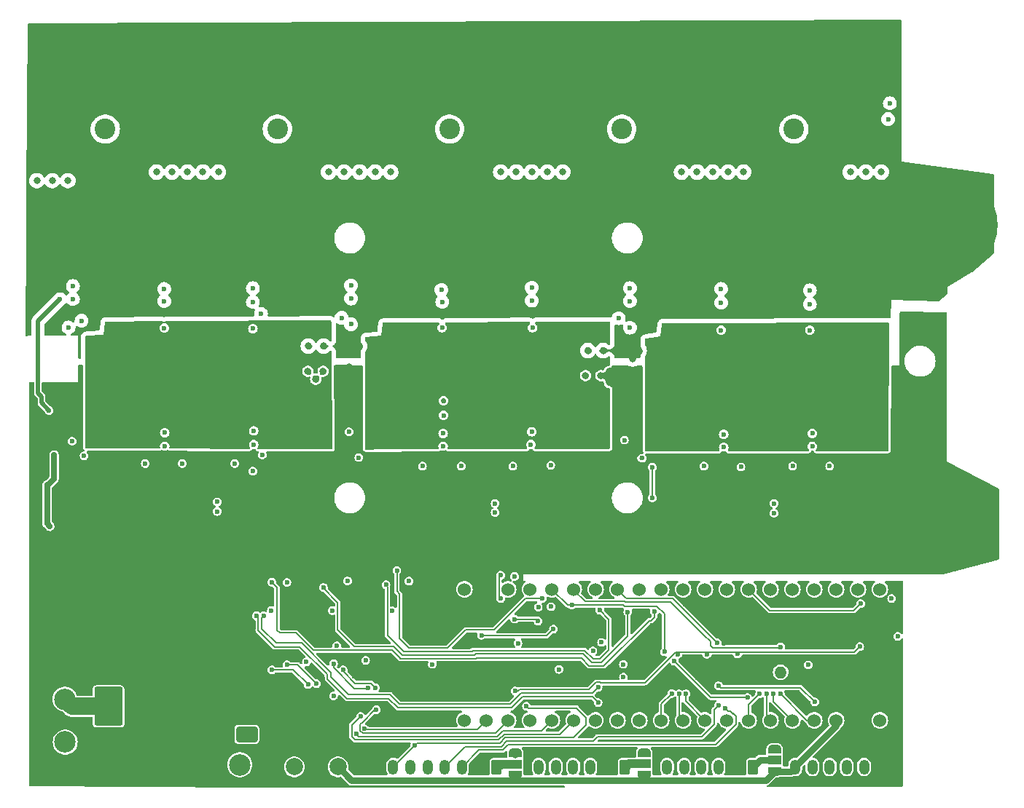
<source format=gbr>
%TF.GenerationSoftware,KiCad,Pcbnew,7.0.1-0*%
%TF.CreationDate,2023-08-30T12:53:19-04:00*%
%TF.ProjectId,MP2_DFN,4d50325f-4446-44e2-9e6b-696361645f70,rev?*%
%TF.SameCoordinates,Original*%
%TF.FileFunction,Copper,L4,Bot*%
%TF.FilePolarity,Positive*%
%FSLAX46Y46*%
G04 Gerber Fmt 4.6, Leading zero omitted, Abs format (unit mm)*
G04 Created by KiCad (PCBNEW 7.0.1-0) date 2023-08-30 12:53:19*
%MOMM*%
%LPD*%
G01*
G04 APERTURE LIST*
G04 Aperture macros list*
%AMRoundRect*
0 Rectangle with rounded corners*
0 $1 Rounding radius*
0 $2 $3 $4 $5 $6 $7 $8 $9 X,Y pos of 4 corners*
0 Add a 4 corners polygon primitive as box body*
4,1,4,$2,$3,$4,$5,$6,$7,$8,$9,$2,$3,0*
0 Add four circle primitives for the rounded corners*
1,1,$1+$1,$2,$3*
1,1,$1+$1,$4,$5*
1,1,$1+$1,$6,$7*
1,1,$1+$1,$8,$9*
0 Add four rect primitives between the rounded corners*
20,1,$1+$1,$2,$3,$4,$5,0*
20,1,$1+$1,$4,$5,$6,$7,0*
20,1,$1+$1,$6,$7,$8,$9,0*
20,1,$1+$1,$8,$9,$2,$3,0*%
%AMFreePoly0*
4,1,19,0.550000,-0.750000,0.000000,-0.750000,0.000000,-0.744911,-0.071157,-0.744911,-0.207708,-0.704816,-0.327430,-0.627875,-0.420627,-0.520320,-0.479746,-0.390866,-0.500000,-0.250000,-0.500000,0.250000,-0.479746,0.390866,-0.420627,0.520320,-0.327430,0.627875,-0.207708,0.704816,-0.071157,0.744911,0.000000,0.744911,0.000000,0.750000,0.550000,0.750000,0.550000,-0.750000,0.550000,-0.750000,
$1*%
%AMFreePoly1*
4,1,19,0.000000,0.744911,0.071157,0.744911,0.207708,0.704816,0.327430,0.627875,0.420627,0.520320,0.479746,0.390866,0.500000,0.250000,0.500000,-0.250000,0.479746,-0.390866,0.420627,-0.520320,0.327430,-0.627875,0.207708,-0.704816,0.071157,-0.744911,0.000000,-0.744911,0.000000,-0.750000,-0.550000,-0.750000,-0.550000,0.750000,0.000000,0.750000,0.000000,0.744911,0.000000,0.744911,
$1*%
G04 Aperture macros list end*
%TA.AperFunction,ComponentPad*%
%ADD10C,2.000000*%
%TD*%
%TA.AperFunction,ComponentPad*%
%ADD11C,0.800000*%
%TD*%
%TA.AperFunction,ComponentPad*%
%ADD12C,2.500000*%
%TD*%
%TA.AperFunction,ComponentPad*%
%ADD13RoundRect,0.250000X0.350000X0.625000X-0.350000X0.625000X-0.350000X-0.625000X0.350000X-0.625000X0*%
%TD*%
%TA.AperFunction,ComponentPad*%
%ADD14O,1.200000X1.750000*%
%TD*%
%TA.AperFunction,ComponentPad*%
%ADD15R,2.400000X2.400000*%
%TD*%
%TA.AperFunction,ComponentPad*%
%ADD16C,2.400000*%
%TD*%
%TA.AperFunction,ComponentPad*%
%ADD17C,3.000000*%
%TD*%
%TA.AperFunction,ComponentPad*%
%ADD18C,1.400000*%
%TD*%
%TA.AperFunction,ComponentPad*%
%ADD19O,1.400000X1.400000*%
%TD*%
%TA.AperFunction,ComponentPad*%
%ADD20C,1.524000*%
%TD*%
%TA.AperFunction,SMDPad,CuDef*%
%ADD21FreePoly0,90.000000*%
%TD*%
%TA.AperFunction,SMDPad,CuDef*%
%ADD22R,1.500000X1.000000*%
%TD*%
%TA.AperFunction,SMDPad,CuDef*%
%ADD23FreePoly1,90.000000*%
%TD*%
%TA.AperFunction,SMDPad,CuDef*%
%ADD24RoundRect,0.250000X1.000000X0.650000X-1.000000X0.650000X-1.000000X-0.650000X1.000000X-0.650000X0*%
%TD*%
%TA.AperFunction,ComponentPad*%
%ADD25R,6.000000X4.000000*%
%TD*%
%TA.AperFunction,SMDPad,CuDef*%
%ADD26RoundRect,0.250000X-1.400000X-2.000000X1.400000X-2.000000X1.400000X2.000000X-1.400000X2.000000X0*%
%TD*%
%TA.AperFunction,ViaPad*%
%ADD27C,0.600000*%
%TD*%
%TA.AperFunction,ViaPad*%
%ADD28C,0.800000*%
%TD*%
%TA.AperFunction,ViaPad*%
%ADD29C,12.000000*%
%TD*%
%TA.AperFunction,Conductor*%
%ADD30C,0.200000*%
%TD*%
%TA.AperFunction,Conductor*%
%ADD31C,0.800000*%
%TD*%
%TA.AperFunction,Conductor*%
%ADD32C,2.000000*%
%TD*%
%TA.AperFunction,Conductor*%
%ADD33C,0.700000*%
%TD*%
%TA.AperFunction,Conductor*%
%ADD34C,0.500000*%
%TD*%
%TA.AperFunction,Conductor*%
%ADD35C,1.000000*%
%TD*%
G04 APERTURE END LIST*
D10*
%TO.P,TpGND1,1,1*%
%TO.N,GND*%
X76750000Y-91030000D03*
%TD*%
D11*
%TO.P,QA5,2*%
%TO.N,VBAT*%
X76699000Y-60403300D03*
X76699000Y-62153300D03*
X76699000Y-63903300D03*
X76699000Y-65653300D03*
X78699000Y-60403300D03*
X78699000Y-62153300D03*
X78699000Y-63903300D03*
X78699000Y-65653300D03*
X80699000Y-60403300D03*
X80699000Y-62153300D03*
X80699000Y-63903300D03*
X80699000Y-65653300D03*
X82699000Y-60403300D03*
X82699000Y-62153300D03*
X82699000Y-63903300D03*
X82699000Y-65653300D03*
%TD*%
%TO.P,QB3,2*%
%TO.N,VBAT*%
X98637500Y-60557200D03*
X98637500Y-62307200D03*
X98637500Y-64057200D03*
X98637500Y-65807200D03*
X100637500Y-60557200D03*
X100637500Y-62307200D03*
X100637500Y-64057200D03*
X100637500Y-65807200D03*
X102637500Y-60557200D03*
X102637500Y-62307200D03*
X102637500Y-64057200D03*
X102637500Y-65807200D03*
X104637500Y-60557200D03*
X104637500Y-62307200D03*
X104637500Y-64057200D03*
X104637500Y-65807200D03*
%TD*%
%TO.P,QC1,2*%
%TO.N,VBAT*%
X120726000Y-60677800D03*
X120726000Y-62427800D03*
X120726000Y-64177800D03*
X120726000Y-65927800D03*
X122726000Y-60677800D03*
X122726000Y-62427800D03*
X122726000Y-64177800D03*
X122726000Y-65927800D03*
X124726000Y-60677800D03*
X124726000Y-62427800D03*
X124726000Y-64177800D03*
X124726000Y-65927800D03*
X126726000Y-60677800D03*
X126726000Y-62427800D03*
X126726000Y-64177800D03*
X126726000Y-65927800D03*
%TD*%
D12*
%TO.P,U6,1,VIN*%
%TO.N,Net-(D7-A1)*%
X52654000Y-111813260D03*
%TO.P,U6,2,GND_IN*%
%TO.N,GND*%
X52654000Y-106733260D03*
%TO.P,U6,3,GND_OUT*%
X72974000Y-99113260D03*
%TO.P,U6,4,VOUT*%
%TO.N,V12V_safe*%
X72974000Y-119433260D03*
%TD*%
D11*
%TO.P,QB1,2*%
%TO.N,VBAT*%
X88359300Y-60565000D03*
X88359300Y-62315000D03*
X88359300Y-64065000D03*
X88359300Y-65815000D03*
X90359300Y-60565000D03*
X90359300Y-62315000D03*
X90359300Y-64065000D03*
X90359300Y-65815000D03*
X92359300Y-60565000D03*
X92359300Y-62315000D03*
X92359300Y-64065000D03*
X92359300Y-65815000D03*
X94359300Y-60565000D03*
X94359300Y-62315000D03*
X94359300Y-64065000D03*
X94359300Y-65815000D03*
%TD*%
%TO.P,QC4,2*%
%TO.N,DV3H_N*%
X131202600Y-76666400D03*
X131202600Y-78416400D03*
X131202600Y-80166400D03*
X131202600Y-81916400D03*
X133202600Y-76666400D03*
X133202600Y-78416400D03*
X133202600Y-80166400D03*
X133202600Y-81916400D03*
X135202600Y-76666400D03*
X135202600Y-78416400D03*
X135202600Y-80166400D03*
X135202600Y-81916400D03*
X137202600Y-76666400D03*
X137202600Y-78416400D03*
X137202600Y-80166400D03*
X137202600Y-81916400D03*
%TD*%
D13*
%TO.P,J4,1,Pin_1*%
%TO.N,Net-(J4-Pin_1)*%
X117700000Y-119700000D03*
D14*
%TO.P,J4,2,Pin_2*%
%TO.N,GND*%
X115700000Y-119700000D03*
%TO.P,J4,3,Pin_3*%
%TO.N,PB5 MOSI TIM3 CH2*%
X113700000Y-119700000D03*
%TO.P,J4,4,Pin_4*%
%TO.N,PB4 MISO TIM3 CH1*%
X111700000Y-119700000D03*
%TO.P,J4,5,Pin_5*%
%TO.N,PB3 SCK TIM2CH2*%
X109700000Y-119700000D03*
%TO.P,J4,6,Pin_6*%
%TO.N,PA15 TIM2 CH1*%
X107700000Y-119700000D03*
%TD*%
D15*
%TO.P,CR1,1*%
%TO.N,VBAT*%
X57350000Y-38000000D03*
D16*
%TO.P,CR1,2*%
%TO.N,GND*%
X57350000Y-45500000D03*
%TD*%
D17*
%TO.P,TpGND4,1,1*%
%TO.N,GND*%
X72569000Y-106778260D03*
%TD*%
D11*
%TO.P,QA3,2*%
%TO.N,VBAT*%
X66377500Y-60403300D03*
X66377500Y-62153300D03*
X66377500Y-63903300D03*
X66377500Y-65653300D03*
X68377500Y-60403300D03*
X68377500Y-62153300D03*
X68377500Y-63903300D03*
X68377500Y-65653300D03*
X70377500Y-60403300D03*
X70377500Y-62153300D03*
X70377500Y-63903300D03*
X70377500Y-65653300D03*
X72377500Y-60403300D03*
X72377500Y-62153300D03*
X72377500Y-63903300D03*
X72377500Y-65653300D03*
%TD*%
D10*
%TO.P,TpGND2,1,1*%
%TO.N,GND*%
X109100000Y-91100000D03*
%TD*%
D11*
%TO.P,QB4,2*%
%TO.N,DV2H_N*%
X98724400Y-76626500D03*
X98724400Y-78376500D03*
X98724400Y-80126500D03*
X98724400Y-81876500D03*
X100724400Y-76626500D03*
X100724400Y-78376500D03*
X100724400Y-80126500D03*
X100724400Y-81876500D03*
X102724400Y-76626500D03*
X102724400Y-78376500D03*
X102724400Y-80126500D03*
X102724400Y-81876500D03*
X104724400Y-76626500D03*
X104724400Y-78376500D03*
X104724400Y-80126500D03*
X104724400Y-81876500D03*
%TD*%
D13*
%TO.P,J2,1,Pin_1*%
%TO.N,Net-(J2-Pin_1)*%
X132600000Y-119700000D03*
D14*
%TO.P,J2,2,Pin_2*%
%TO.N,GND*%
X130600000Y-119700000D03*
%TO.P,J2,3,Pin_3*%
%TO.N,PB9 DI2C1_SDA TIM4_CH4*%
X128600000Y-119700000D03*
%TO.P,J2,4,Pin_4*%
%TO.N,PB8 DI2C1_SCL TIM4_CH3*%
X126600000Y-119700000D03*
%TO.P,J2,5,Pin_5*%
%TO.N,PB7 D_UART1_RX I2C1_SDA TIM4_CH2*%
X124600000Y-119700000D03*
%TO.P,J2,6,Pin_6*%
%TO.N,PB6 D_UART1_TX I2C1_SCL TIM4_CH1*%
X122600000Y-119700000D03*
%TD*%
D10*
%TO.P,U7,1,VIN*%
%TO.N,V12V_safe*%
X79320000Y-119675000D03*
%TO.P,U7,2,GND*%
%TO.N,GND*%
X81860000Y-119675000D03*
%TO.P,U7,3,VOUT*%
%TO.N,V5V*%
X84400000Y-119675000D03*
%TD*%
D13*
%TO.P,J1,1,Pin_1*%
%TO.N,Net-(J1-Pin_1)*%
X102800000Y-119700000D03*
D14*
%TO.P,J1,2,Pin_2*%
%TO.N,GND*%
X100800000Y-119700000D03*
%TO.P,J1,3,Pin_3*%
%TO.N,Net-(J1-Pin_3)*%
X98800000Y-119700000D03*
%TO.P,J1,4,Pin_4*%
%TO.N,Net-(J1-Pin_4)*%
X96800000Y-119700000D03*
%TO.P,J1,5,Pin_5*%
%TO.N,UART3RX_I2C2SDA_ADC12-15_F405*%
X94800000Y-119700000D03*
%TO.P,J1,6,Pin_6*%
%TO.N,UART3TX_I2C2SCL_ADC12-14_F405*%
X92800000Y-119700000D03*
%TO.P,J1,7,Pin_7*%
%TO.N,ADC12-5_SPI1SCK_TIM8CH1_F405*%
X90800000Y-119700000D03*
%TD*%
D11*
%TO.P,QC3,2*%
%TO.N,VBAT*%
X131114600Y-60677800D03*
X131114600Y-62427800D03*
X131114600Y-64177800D03*
X131114600Y-65927800D03*
X133114600Y-60677800D03*
X133114600Y-62427800D03*
X133114600Y-64177800D03*
X133114600Y-65927800D03*
X135114600Y-60677800D03*
X135114600Y-62427800D03*
X135114600Y-64177800D03*
X135114600Y-65927800D03*
X137114600Y-60677800D03*
X137114600Y-62427800D03*
X137114600Y-64177800D03*
X137114600Y-65927800D03*
%TD*%
D15*
%TO.P,CR2,1*%
%TO.N,VBAT*%
X77350000Y-38000000D03*
D16*
%TO.P,CR2,2*%
%TO.N,GND*%
X77350000Y-45500000D03*
%TD*%
D11*
%TO.P,QC5,2*%
%TO.N,VBAT*%
X141427000Y-60677800D03*
X141427000Y-62427800D03*
X141427000Y-64177800D03*
X141427000Y-65927800D03*
X143427000Y-60677800D03*
X143427000Y-62427800D03*
X143427000Y-64177800D03*
X143427000Y-65927800D03*
X145427000Y-60677800D03*
X145427000Y-62427800D03*
X145427000Y-64177800D03*
X145427000Y-65927800D03*
X147427000Y-60677800D03*
X147427000Y-62427800D03*
X147427000Y-64177800D03*
X147427000Y-65927800D03*
%TD*%
D15*
%TO.P,CR3,1*%
%TO.N,VBAT*%
X97350000Y-38000000D03*
D16*
%TO.P,CR3,2*%
%TO.N,GND*%
X97350000Y-45500000D03*
%TD*%
D11*
%TO.P,QA2,2*%
%TO.N,DV1H_N*%
X56003500Y-76405300D03*
X56003500Y-78155300D03*
X56003500Y-79905300D03*
X56003500Y-81655300D03*
X58003500Y-76405300D03*
X58003500Y-78155300D03*
X58003500Y-79905300D03*
X58003500Y-81655300D03*
X60003500Y-76405300D03*
X60003500Y-78155300D03*
X60003500Y-79905300D03*
X60003500Y-81655300D03*
X62003500Y-76405300D03*
X62003500Y-78155300D03*
X62003500Y-79905300D03*
X62003500Y-81655300D03*
%TD*%
D10*
%TO.P,TpGND3,1,1*%
%TO.N,GND*%
X141800000Y-90900000D03*
%TD*%
D11*
%TO.P,QA1,2*%
%TO.N,VBAT*%
X56003500Y-60403300D03*
X56003500Y-62153300D03*
X56003500Y-63903300D03*
X56003500Y-65653300D03*
X58003500Y-60403300D03*
X58003500Y-62153300D03*
X58003500Y-63903300D03*
X58003500Y-65653300D03*
X60003500Y-60403300D03*
X60003500Y-62153300D03*
X60003500Y-63903300D03*
X60003500Y-65653300D03*
X62003500Y-60403300D03*
X62003500Y-62153300D03*
X62003500Y-63903300D03*
X62003500Y-65653300D03*
%TD*%
D18*
%TO.P,NTC1,1,Pin_1*%
%TO.N,GND*%
X133914000Y-108678260D03*
D19*
%TO.P,NTC1,2,Pin_2*%
%TO.N,FET_TEMP*%
X135814000Y-108678260D03*
%TD*%
D11*
%TO.P,QA4,2*%
%TO.N,DV1H_N*%
X66377500Y-76405300D03*
X66377500Y-78155300D03*
X66377500Y-79905300D03*
X66377500Y-81655300D03*
X68377500Y-76405300D03*
X68377500Y-78155300D03*
X68377500Y-79905300D03*
X68377500Y-81655300D03*
X70377500Y-76405300D03*
X70377500Y-78155300D03*
X70377500Y-79905300D03*
X70377500Y-81655300D03*
X72377500Y-76405300D03*
X72377500Y-78155300D03*
X72377500Y-79905300D03*
X72377500Y-81655300D03*
%TD*%
D20*
%TO.P,U5,1,VBAT*%
%TO.N,unconnected-(U5-VBAT-Pad1)*%
X147329000Y-99028260D03*
%TO.P,U5,2,PC13*%
%TO.N,HALL_A*%
X144789000Y-99028260D03*
%TO.P,U5,3,PC14*%
%TO.N,HALL_B*%
X142249000Y-99028260D03*
%TO.P,U5,4,PC15*%
%TO.N,HALL_C*%
X139709000Y-99028260D03*
%TO.P,U5,5,NRST*%
%TO.N,Net-(U5-NRST)*%
X137169000Y-99028260D03*
%TO.P,U5,6,PA0*%
%TO.N,A_THROTTLE*%
X134629000Y-99028260D03*
%TO.P,U5,7,PA1*%
%TO.N,VSENSE*%
X132089000Y-99028260D03*
%TO.P,U5,8,PA2*%
%TO.N,A_SHA_AMP*%
X129549000Y-99028260D03*
%TO.P,U5,9,PA3*%
%TO.N,A_SHB_AMP*%
X127009000Y-99028260D03*
%TO.P,U5,10,PA4*%
%TO.N,A_SHC_AMP*%
X124469000Y-99028260D03*
%TO.P,U5,11,PA5*%
%TO.N,A_PHA_VSENSE*%
X121929000Y-99028260D03*
%TO.P,U5,12,PA6*%
%TO.N,A_PHB_VSENSE*%
X119389000Y-99028260D03*
%TO.P,U5,13,PA7*%
%TO.N,MOTOR_TEMP*%
X116849000Y-99028260D03*
%TO.P,U5,14,PB0*%
%TO.N,A_PHC_VSENSE*%
X114309000Y-99028260D03*
%TO.P,U5,15,PB1*%
%TO.N,FET_TEMP*%
X111769000Y-99028260D03*
%TO.P,U5,16,PB2*%
%TO.N,ADC12-6_SPI1MISO_TIM13CH1_F405*%
X109229000Y-99028260D03*
%TO.P,U5,17,PB10*%
%TO.N,Net-(U5-PB10)*%
X106689000Y-99028260D03*
%TO.P,U5,18,3V3*%
%TO.N,V3V3*%
X104149000Y-99028260D03*
%TO.P,U5,19,GND*%
%TO.N,GND*%
X101609000Y-99028260D03*
%TO.P,U5,20,5V*%
%TO.N,unconnected-(U5-5V-Pad20)*%
X99069000Y-99028260D03*
%TO.P,U5,21,PB12*%
%TO.N,A_OVERLIMIT*%
X99069000Y-114268260D03*
%TO.P,U5,22,PB13*%
%TO.N,_LIN_A*%
X101609000Y-114268260D03*
%TO.P,U5,23,PB14*%
%TO.N,_LIN_B*%
X104149000Y-114268260D03*
%TO.P,U5,24,PB15*%
%TO.N,_LIN_C*%
X106689000Y-114268260D03*
%TO.P,U5,25,PA8*%
%TO.N,_HIN_A*%
X109229000Y-114268260D03*
%TO.P,U5,26,PA9*%
%TO.N,_HIN_B*%
X111769000Y-114268260D03*
%TO.P,U5,27,PA10*%
%TO.N,_HIN_C*%
X114285395Y-114278253D03*
%TO.P,U5,28,PA11*%
%TO.N,Net-(U5-PA11)*%
X116849000Y-114268260D03*
%TO.P,U5,29,PA12*%
%TO.N,Net-(U5-PA12)*%
X119389000Y-114268260D03*
%TO.P,U5,30,PA15*%
%TO.N,Net-(RN2-R4.1)*%
X121929000Y-114268260D03*
%TO.P,U5,31,PB3*%
%TO.N,Net-(RN2-R3.1)*%
X124469000Y-114268260D03*
%TO.P,U5,32,PB4*%
%TO.N,Net-(RN2-R2.1)*%
X127009000Y-114268260D03*
%TO.P,U5,33,PB5*%
%TO.N,Net-(RN2-R1.1)*%
X129549000Y-114268260D03*
%TO.P,U5,34,PB6*%
%TO.N,Net-(RN3-R4.1)*%
X132089000Y-114268260D03*
%TO.P,U5,35,PB7*%
%TO.N,Net-(RN3-R3.1)*%
X134629000Y-114268260D03*
%TO.P,U5,36,PB8*%
%TO.N,Net-(RN3-R2.1)*%
X137169000Y-114268260D03*
%TO.P,U5,37,PB9*%
%TO.N,Net-(RN3-R1.1)*%
X139709000Y-114268260D03*
%TO.P,U5,38,5V*%
%TO.N,V5V*%
X142249000Y-114268260D03*
%TO.P,U5,39,GND*%
%TO.N,GND*%
X144789000Y-114268260D03*
%TO.P,U5,40,3V3*%
%TO.N,V3V3*%
X147329000Y-114268260D03*
%TD*%
D11*
%TO.P,QB5,2*%
%TO.N,VBAT*%
X109175600Y-60541400D03*
X109175600Y-62291400D03*
X109175600Y-64041400D03*
X109175600Y-65791400D03*
X111175600Y-60541400D03*
X111175600Y-62291400D03*
X111175600Y-64041400D03*
X111175600Y-65791400D03*
X113175600Y-60541400D03*
X113175600Y-62291400D03*
X113175600Y-64041400D03*
X113175600Y-65791400D03*
X115175600Y-60541400D03*
X115175600Y-62291400D03*
X115175600Y-64041400D03*
X115175600Y-65791400D03*
%TD*%
%TO.P,QB6,2*%
%TO.N,DV2H_N*%
X109133700Y-76567000D03*
X109133700Y-78317000D03*
X109133700Y-80067000D03*
X109133700Y-81817000D03*
X111133700Y-76567000D03*
X111133700Y-78317000D03*
X111133700Y-80067000D03*
X111133700Y-81817000D03*
X113133700Y-76567000D03*
X113133700Y-78317000D03*
X113133700Y-80067000D03*
X113133700Y-81817000D03*
X115133700Y-76567000D03*
X115133700Y-78317000D03*
X115133700Y-80067000D03*
X115133700Y-81817000D03*
%TD*%
%TO.P,QA6,2*%
%TO.N,DV1H_N*%
X76831500Y-76405300D03*
X76831500Y-78155300D03*
X76831500Y-79905300D03*
X76831500Y-81655300D03*
X78831500Y-76405300D03*
X78831500Y-78155300D03*
X78831500Y-79905300D03*
X78831500Y-81655300D03*
X80831500Y-76405300D03*
X80831500Y-78155300D03*
X80831500Y-79905300D03*
X80831500Y-81655300D03*
X82831500Y-76405300D03*
X82831500Y-78155300D03*
X82831500Y-79905300D03*
X82831500Y-81655300D03*
%TD*%
%TO.P,QB2,2*%
%TO.N,DV2H_N*%
X88296800Y-76567000D03*
X88296800Y-78317000D03*
X88296800Y-80067000D03*
X88296800Y-81817000D03*
X90296800Y-76567000D03*
X90296800Y-78317000D03*
X90296800Y-80067000D03*
X90296800Y-81817000D03*
X92296800Y-76567000D03*
X92296800Y-78317000D03*
X92296800Y-80067000D03*
X92296800Y-81817000D03*
X94296800Y-76567000D03*
X94296800Y-78317000D03*
X94296800Y-80067000D03*
X94296800Y-81817000D03*
%TD*%
%TO.P,QC2,2*%
%TO.N,DV3H_N*%
X120825800Y-76666400D03*
X120825800Y-78416400D03*
X120825800Y-80166400D03*
X120825800Y-81916400D03*
X122825800Y-76666400D03*
X122825800Y-78416400D03*
X122825800Y-80166400D03*
X122825800Y-81916400D03*
X124825800Y-76666400D03*
X124825800Y-78416400D03*
X124825800Y-80166400D03*
X124825800Y-81916400D03*
X126825800Y-76666400D03*
X126825800Y-78416400D03*
X126825800Y-80166400D03*
X126825800Y-81916400D03*
%TD*%
D13*
%TO.P,J3,1,Pin_1*%
%TO.N,GND*%
X147500000Y-119700000D03*
D14*
%TO.P,J3,2,Pin_2*%
%TO.N,Net-(J3-Pin_2)*%
X145500000Y-119700000D03*
%TO.P,J3,3,Pin_3*%
%TO.N,Net-(J3-Pin_3)*%
X143500000Y-119700000D03*
%TO.P,J3,4,Pin_4*%
%TO.N,Net-(J3-Pin_4)*%
X141500000Y-119700000D03*
%TO.P,J3,5,Pin_5*%
%TO.N,Net-(J3-Pin_5)*%
X139500000Y-119700000D03*
%TO.P,J3,6,Pin_6*%
%TO.N,V5V*%
X137500000Y-119700000D03*
%TD*%
D15*
%TO.P,CR5,1*%
%TO.N,VBAT*%
X137350000Y-38000000D03*
D16*
%TO.P,CR5,2*%
%TO.N,GND*%
X137350000Y-45500000D03*
%TD*%
D11*
%TO.P,QC6,2*%
%TO.N,DV3H_N*%
X141508000Y-76666400D03*
X141508000Y-78416400D03*
X141508000Y-80166400D03*
X141508000Y-81916400D03*
X143508000Y-76666400D03*
X143508000Y-78416400D03*
X143508000Y-80166400D03*
X143508000Y-81916400D03*
X145508000Y-76666400D03*
X145508000Y-78416400D03*
X145508000Y-80166400D03*
X145508000Y-81916400D03*
X147508000Y-76666400D03*
X147508000Y-78416400D03*
X147508000Y-80166400D03*
X147508000Y-81916400D03*
%TD*%
D15*
%TO.P,CR4,1*%
%TO.N,VBAT*%
X117350000Y-38000000D03*
D16*
%TO.P,CR4,2*%
%TO.N,GND*%
X117350000Y-45500000D03*
%TD*%
D12*
%TO.P,Tp12V1,1,1*%
%TO.N,V12V_safe*%
X52700000Y-116800000D03*
%TD*%
D21*
%TO.P,JP1,1,A*%
%TO.N,V5V*%
X135100000Y-120200000D03*
D22*
%TO.P,JP1,2,C*%
%TO.N,Net-(J2-Pin_1)*%
X135100000Y-118900000D03*
D23*
%TO.P,JP1,3,B*%
%TO.N,V3V3*%
X135100000Y-117600000D03*
%TD*%
D24*
%TO.P,D10,1,A1*%
%TO.N,V12V_safe*%
X73800000Y-115900000D03*
%TO.P,D10,2,A2*%
%TO.N,GND*%
X69800000Y-115900000D03*
%TD*%
D25*
%TO.P,PHA_1,1,1*%
%TO.N,DV1H_N*%
X59290000Y-72500000D03*
%TD*%
%TO.P,PHB_2,1,1*%
%TO.N,DV2H_N*%
X108500000Y-72500000D03*
%TD*%
%TO.P,PHC_2,1,1*%
%TO.N,DV3H_N*%
X140850000Y-72500000D03*
%TD*%
%TO.P,PHC_1,1,1*%
%TO.N,DV3H_N*%
X123983100Y-72500000D03*
%TD*%
D21*
%TO.P,JP3,1,A*%
%TO.N,V5V*%
X119950000Y-120625000D03*
D22*
%TO.P,JP3,2,C*%
%TO.N,Net-(J4-Pin_1)*%
X119950000Y-119325000D03*
D23*
%TO.P,JP3,3,B*%
%TO.N,V3V3*%
X119950000Y-118025000D03*
%TD*%
D25*
%TO.P,PHB_1,1,1*%
%TO.N,DV2H_N*%
X91802000Y-72500000D03*
%TD*%
%TO.P,PHA_2,1,1*%
%TO.N,DV1H_N*%
X76054000Y-72500000D03*
%TD*%
D26*
%TO.P,D8,1,A1*%
%TO.N,Net-(D7-A1)*%
X57725000Y-112650000D03*
%TO.P,D8,2,A2*%
%TO.N,GND*%
X57725000Y-103850000D03*
%TD*%
D21*
%TO.P,JP2,1,A*%
%TO.N,V5V*%
X104975000Y-120650000D03*
D22*
%TO.P,JP2,2,C*%
%TO.N,Net-(J1-Pin_1)*%
X104975000Y-119350000D03*
D23*
%TO.P,JP2,3,B*%
%TO.N,V3V3*%
X104975000Y-118050000D03*
%TD*%
D27*
%TO.N,V12V*%
X84250000Y-105600500D03*
X83875000Y-111425000D03*
%TO.N,VSENSE2*%
X149400000Y-104500000D03*
X104950000Y-110849500D03*
X123850000Y-106600000D03*
X148500000Y-42500000D03*
X130800000Y-106550000D03*
X145000000Y-105700000D03*
X127250000Y-106600000D03*
%TO.N,V3V3*%
X110050000Y-108350000D03*
D28*
X104950000Y-118250498D03*
X135400000Y-117600000D03*
D27*
X117550000Y-109250000D03*
X139019000Y-107828260D03*
D28*
X119950000Y-118025000D03*
D27*
X117550000Y-107750000D03*
%TO.N,A_SHA_V+*%
X114600000Y-110450000D03*
X75750000Y-102100000D03*
X70365500Y-88861800D03*
%TO.N,GND*%
X138100000Y-100700000D03*
X130825000Y-116025000D03*
X122598907Y-110570775D03*
D28*
X131000000Y-92000000D03*
X58561200Y-96000000D03*
X120000000Y-96012000D03*
D27*
X81650000Y-117275000D03*
D28*
X56561200Y-96000000D03*
X129000000Y-94000000D03*
X63300000Y-50500000D03*
X93000000Y-92000000D03*
X58561200Y-92000000D03*
X145300000Y-91900000D03*
X114000000Y-96012000D03*
X118000000Y-96012000D03*
X80880000Y-73662000D03*
X70561200Y-92000000D03*
X60561200Y-96000000D03*
D27*
X58150000Y-117075000D03*
X123075000Y-109500000D03*
D28*
X81800000Y-96000000D03*
D27*
X137750000Y-111600000D03*
D28*
X124300000Y-50500000D03*
D27*
X148600000Y-107550000D03*
X144050000Y-107550000D03*
D28*
X93000000Y-94000000D03*
X137750000Y-94000000D03*
X127900000Y-50500000D03*
X106900000Y-50500000D03*
D27*
X99825000Y-108675000D03*
D28*
X101600000Y-95758000D03*
D27*
X73300000Y-109900000D03*
X86100000Y-107000000D03*
D28*
X51204800Y-51500000D03*
D27*
X137150000Y-103500000D03*
D28*
X124000000Y-96012000D03*
X145750000Y-96000000D03*
X128000000Y-96012000D03*
X66561200Y-96000000D03*
D27*
X89050000Y-118800000D03*
X67900000Y-103100000D03*
D28*
X88700000Y-50500000D03*
X143900000Y-50500000D03*
D27*
X61150000Y-117025000D03*
X145600000Y-107550000D03*
D28*
X121000000Y-94000000D03*
X141750000Y-96000000D03*
D27*
X120400000Y-105000000D03*
X144400000Y-102375000D03*
D28*
X79725000Y-89950000D03*
X151158000Y-83972400D03*
X70561200Y-94000000D03*
X68561200Y-96000000D03*
X81800000Y-74600000D03*
X152050000Y-80350000D03*
X90805000Y-92107000D03*
X103300000Y-50500000D03*
D27*
X96600500Y-103975000D03*
D28*
X65100000Y-50500000D03*
X152550000Y-69450000D03*
X145700000Y-50500000D03*
X151872000Y-67900000D03*
X62561200Y-96000000D03*
X68700000Y-50500000D03*
D27*
X62100000Y-110300000D03*
D28*
X87000000Y-92000000D03*
D27*
X72069000Y-112228260D03*
D28*
X108700000Y-50500000D03*
X150300000Y-78350000D03*
D27*
X88900000Y-104500000D03*
X98800000Y-109950000D03*
X105350000Y-113350000D03*
X82610000Y-109385000D03*
D28*
X135000000Y-94000000D03*
D27*
X129089325Y-104770440D03*
D28*
X64561200Y-96000000D03*
X123000000Y-94000000D03*
D27*
X56700000Y-108475000D03*
X80350000Y-110875000D03*
D28*
X72644000Y-94012000D03*
D27*
X73300000Y-111500000D03*
D28*
X90500000Y-50500000D03*
D27*
X147050000Y-107550000D03*
D28*
X139750000Y-94000000D03*
D27*
X68000000Y-115850000D03*
X76700000Y-116800000D03*
X130919000Y-107478260D03*
X134800000Y-104500000D03*
D28*
X66561200Y-92000000D03*
D27*
X89100000Y-117250000D03*
D28*
X135000000Y-92000000D03*
D27*
X65375000Y-112400000D03*
D28*
X83300000Y-50500000D03*
D27*
X128100000Y-100850000D03*
X82100000Y-104500000D03*
X140950000Y-107850000D03*
D28*
X116000000Y-96012000D03*
X90840000Y-114200000D03*
D27*
X69700000Y-117550000D03*
D28*
X115000000Y-94000000D03*
X81000000Y-90000000D03*
X95000000Y-94000000D03*
D27*
X93500000Y-107700000D03*
X76700000Y-113800000D03*
D28*
X58561200Y-94000000D03*
X99568000Y-93758000D03*
X85700000Y-73125000D03*
X145750000Y-94000000D03*
D27*
X52480000Y-76500000D03*
X131500000Y-100750000D03*
X138600000Y-104700000D03*
X118600000Y-109100000D03*
D28*
X117000000Y-94000000D03*
D27*
X54850000Y-102225000D03*
D28*
X127000000Y-94000000D03*
D27*
X107000000Y-107649500D03*
D28*
X97000000Y-92000000D03*
D27*
X140300000Y-100500000D03*
X54300000Y-100550000D03*
D28*
X115915000Y-73696100D03*
D27*
X61419000Y-100978260D03*
X99250500Y-105675000D03*
D28*
X81800000Y-94000000D03*
D27*
X143000000Y-102800000D03*
X118950000Y-105400000D03*
X59325000Y-108625000D03*
D28*
X56561200Y-94000000D03*
X153800000Y-80350000D03*
D27*
X96350000Y-105175000D03*
X116875000Y-102725000D03*
D28*
X85000000Y-92000000D03*
D27*
X124250000Y-109550498D03*
X137160000Y-115750000D03*
X111850000Y-107925000D03*
X124750000Y-107350000D03*
X56900000Y-99625000D03*
X120500000Y-102074500D03*
X139817023Y-112926319D03*
D28*
X126100000Y-50500000D03*
X152050000Y-76350000D03*
D27*
X54300000Y-75430000D03*
D28*
X110500000Y-50500000D03*
X85000000Y-96000000D03*
D27*
X98100000Y-107900000D03*
D28*
X108204000Y-96012000D03*
X110000000Y-96012000D03*
X153800000Y-76350000D03*
D27*
X78930000Y-109865000D03*
X96650000Y-77100000D03*
D28*
X53004800Y-51500000D03*
D27*
X100857789Y-103076987D03*
D28*
X113000000Y-94000000D03*
X86900000Y-50500000D03*
D27*
X148650000Y-103450000D03*
X136559958Y-111061687D03*
X77400000Y-109800000D03*
X53669000Y-120878260D03*
X69600000Y-114350000D03*
D28*
X86722000Y-73662000D03*
D27*
X121100000Y-107900000D03*
X105400000Y-109800000D03*
D28*
X95000000Y-92000000D03*
D27*
X144800000Y-115600000D03*
D28*
X143750000Y-96000000D03*
X72644000Y-92012000D03*
X139750000Y-96000000D03*
D27*
X128150000Y-116000000D03*
X74475000Y-121225000D03*
D28*
X97000000Y-94000000D03*
X122000000Y-96012000D03*
X99568000Y-91758000D03*
X102500000Y-91707200D03*
X66561200Y-94000000D03*
X152908000Y-83972400D03*
D27*
X142300000Y-100600000D03*
D28*
X70500000Y-50500000D03*
X60561200Y-92000000D03*
X93000000Y-96000000D03*
X115915000Y-74966100D03*
X117375000Y-92075000D03*
X76400000Y-94000000D03*
X152050000Y-82350000D03*
D27*
X53670000Y-76480000D03*
D28*
X81000000Y-92000000D03*
X130000000Y-96012000D03*
X117887100Y-74260500D03*
X111000000Y-94000000D03*
X150300000Y-76350000D03*
D27*
X97225000Y-113650000D03*
X135450000Y-102700000D03*
D28*
X150300000Y-80350000D03*
X119411100Y-74260500D03*
X101600000Y-93758000D03*
D27*
X120650000Y-113350000D03*
X86275000Y-109150000D03*
D28*
X68561200Y-92000000D03*
X131000000Y-94000000D03*
D27*
X147150000Y-103450000D03*
D28*
X62561200Y-94000000D03*
X125000000Y-92000000D03*
X76400000Y-96000000D03*
D27*
X113600000Y-102900000D03*
D28*
X143750000Y-94000000D03*
X107000000Y-94000000D03*
X133000000Y-94000000D03*
X150876000Y-70358000D03*
X66900000Y-50500000D03*
D27*
X66800000Y-107275000D03*
D28*
X119411100Y-75276500D03*
X137750000Y-92000000D03*
X126000000Y-96012000D03*
D29*
X155000000Y-91000000D03*
D28*
X109000000Y-94000000D03*
X64561200Y-92000000D03*
X62561200Y-92000000D03*
X104089200Y-93707200D03*
D27*
X124723911Y-100726089D03*
D28*
X129700000Y-50500000D03*
D27*
X119125000Y-102225000D03*
D28*
X113138000Y-74173100D03*
D27*
X145650000Y-103450000D03*
D28*
X89400000Y-114200000D03*
D27*
X93700000Y-109525000D03*
X105100000Y-108200000D03*
D28*
X153822400Y-70408800D03*
D27*
X85850000Y-75350000D03*
D28*
X152050000Y-78350000D03*
X68561200Y-94000000D03*
D27*
X55500000Y-116150000D03*
X137819000Y-121278260D03*
D28*
X153800000Y-78350000D03*
X56561200Y-92000000D03*
D27*
X61969000Y-105928260D03*
X66050000Y-117025000D03*
D28*
X85000000Y-94000000D03*
D27*
X80000000Y-117300000D03*
X98600000Y-103500000D03*
D28*
X82658000Y-73662000D03*
D27*
X147350000Y-115650000D03*
X112626089Y-107873911D03*
D28*
X70561200Y-96000000D03*
X132000000Y-96012000D03*
D27*
X62425000Y-113900000D03*
D28*
X90805000Y-94107000D03*
X72644000Y-96012000D03*
X112000000Y-96012000D03*
D27*
X107100000Y-109900000D03*
X113269000Y-99778260D03*
X114642844Y-111254978D03*
D28*
X60561200Y-94000000D03*
D27*
X142675000Y-107975000D03*
D28*
X114916000Y-74173100D03*
D27*
X139650000Y-115700000D03*
X126172012Y-109274190D03*
D28*
X119000000Y-94000000D03*
X87000000Y-94000000D03*
X64561200Y-94000000D03*
D27*
X67500000Y-99275000D03*
D28*
X129000000Y-92000000D03*
X147500000Y-50500000D03*
D27*
X115600000Y-99750000D03*
X132750000Y-103675000D03*
D28*
X105100000Y-50500000D03*
D27*
X79300000Y-107100000D03*
D28*
X137750000Y-96000000D03*
X115000000Y-92000000D03*
X131500000Y-50500000D03*
D27*
X52650000Y-99475000D03*
D28*
X112700000Y-91800000D03*
X85100000Y-50500000D03*
X117887100Y-75276500D03*
D27*
X111400000Y-103100000D03*
D28*
X99568000Y-95758000D03*
D27*
X94193936Y-114730271D03*
X147869000Y-109928260D03*
X110550000Y-113450000D03*
D28*
X153650000Y-67900000D03*
X135001000Y-96012000D03*
X104089200Y-95707200D03*
D27*
X121250000Y-111400000D03*
X89650000Y-109675000D03*
D28*
X120200000Y-92050000D03*
X49404800Y-51500000D03*
X125000000Y-94000000D03*
D27*
X127850000Y-109175000D03*
X64050000Y-103050000D03*
D28*
X141750000Y-94000000D03*
X153800000Y-82350000D03*
X150300000Y-82350000D03*
D27*
X126729690Y-107207028D03*
X142550000Y-116328260D03*
D28*
X95000000Y-96000000D03*
D27*
X76050000Y-110925000D03*
%TO.N,A_SHA_V-*%
X114600000Y-112200000D03*
X70365500Y-89979300D03*
X74900000Y-102100000D03*
%TO.N,Net-(D7-A1)*%
X50908000Y-91699100D03*
X50825000Y-78225000D03*
X51391000Y-83402000D03*
X52100000Y-65287500D03*
%TO.N,A_SHB_V+*%
X103300000Y-100100000D03*
X115000000Y-105200000D03*
X102641100Y-89045100D03*
X103286500Y-97400000D03*
%TO.N,A_SHC_V+*%
X107650000Y-101100000D03*
X135050000Y-89050000D03*
X104902000Y-97536000D03*
%TO.N,A_SHB_V-*%
X114000000Y-106200000D03*
X102641100Y-90086500D03*
%TO.N,A_SHC_V-*%
X109150000Y-101050000D03*
X135050800Y-90173900D03*
D28*
%TO.N,VBAT*%
X139000000Y-57500000D03*
X128950000Y-60300000D03*
X81500000Y-57500000D03*
X74000000Y-55000000D03*
X144000000Y-57500000D03*
X131500000Y-55000000D03*
X114000000Y-55000000D03*
X61500000Y-52500000D03*
X111500000Y-52500000D03*
X144000000Y-52500000D03*
X126500000Y-57500000D03*
X126500000Y-55000000D03*
X74000000Y-57500000D03*
X79000000Y-52500000D03*
X84000000Y-55000000D03*
X86150000Y-71725000D03*
X86500000Y-55000000D03*
X61500000Y-57500000D03*
X96500000Y-57500000D03*
X81500000Y-55000000D03*
X59000000Y-55000000D03*
X146500000Y-57500000D03*
X74000000Y-52500000D03*
X106900000Y-60150000D03*
X146500000Y-55000000D03*
X124000000Y-52500000D03*
X64000000Y-55000000D03*
X119375000Y-71275000D03*
X79000000Y-55000000D03*
X81500000Y-52500000D03*
X89000000Y-57500000D03*
X106500000Y-57500000D03*
X91500000Y-52500000D03*
X114000000Y-57500000D03*
X136500000Y-55000000D03*
X136500000Y-57500000D03*
X139250000Y-62250000D03*
X66500000Y-55000000D03*
X54000000Y-57500000D03*
X129000000Y-55000000D03*
X126500000Y-52500000D03*
X109000000Y-52500000D03*
X56500000Y-57500000D03*
X109000000Y-55000000D03*
X82725800Y-70735400D03*
X86900000Y-70750000D03*
X71500000Y-57500000D03*
X128950000Y-62300000D03*
X56500000Y-52500000D03*
X124000000Y-57500000D03*
X59000000Y-52500000D03*
X141500000Y-57500000D03*
X134000000Y-55000000D03*
X129000000Y-57500000D03*
X96500000Y-55000000D03*
X104000000Y-55000000D03*
X84000000Y-52500000D03*
X104000000Y-57500000D03*
X79000000Y-57500000D03*
X144000000Y-55000000D03*
X64000000Y-57500000D03*
X94000000Y-52500000D03*
X153777000Y-64979000D03*
X131500000Y-57500000D03*
X111500000Y-57500000D03*
X66500000Y-57500000D03*
X118575000Y-70300000D03*
X101500000Y-57500000D03*
X76500000Y-55000000D03*
X141500000Y-52500000D03*
X129000000Y-52500000D03*
X104000000Y-52500000D03*
X119000000Y-55000000D03*
X99000000Y-52500000D03*
X136500000Y-52500000D03*
X115200800Y-71260400D03*
X113422800Y-71260400D03*
X101500000Y-55000000D03*
X141500000Y-55000000D03*
X76500000Y-57500000D03*
X69000000Y-57500000D03*
X101500000Y-52500000D03*
X99000000Y-55000000D03*
X54000000Y-52500000D03*
X116500000Y-55000000D03*
X111500000Y-55000000D03*
X56500000Y-55000000D03*
X96500000Y-60138000D03*
X151999000Y-64979000D03*
X139250000Y-60250000D03*
X66500000Y-52500000D03*
X119000000Y-52500000D03*
X134000000Y-52500000D03*
X59000000Y-57500000D03*
X94000000Y-55000000D03*
X64075500Y-60007300D03*
X106500000Y-52500000D03*
X146500000Y-52500000D03*
X71500000Y-55000000D03*
X54000000Y-55000000D03*
X69000000Y-52500000D03*
X86500000Y-52500000D03*
X86100000Y-69775000D03*
X71500000Y-52500000D03*
X106900000Y-62150000D03*
X74500000Y-62007300D03*
X124000000Y-55000000D03*
D29*
X155000000Y-56650000D03*
D28*
X80947800Y-70735400D03*
X139000000Y-52500000D03*
X99000000Y-57500000D03*
X74500000Y-60007300D03*
X89000000Y-55000000D03*
X91500000Y-55000000D03*
X106500000Y-55000000D03*
X109000000Y-57500000D03*
X96500000Y-52500000D03*
X91500000Y-57500000D03*
X118625000Y-72250000D03*
X61500000Y-55000000D03*
X64075500Y-62007300D03*
X94000000Y-57500000D03*
X139000000Y-55000000D03*
X121500000Y-52500000D03*
X69000000Y-55000000D03*
X76500000Y-52500000D03*
X64000000Y-52500000D03*
X116500000Y-52500000D03*
X131500000Y-52500000D03*
X89000000Y-52500000D03*
X96500000Y-62138000D03*
X121500000Y-57500000D03*
X121500000Y-55000000D03*
X134000000Y-57500000D03*
X114000000Y-52500000D03*
D27*
%TO.N,Net-(J1-Pin_3)*%
X129369000Y-112878260D03*
%TO.N,Net-(J1-Pin_4)*%
X128599500Y-112523264D03*
%TO.N,A_PHA_VSENSE*%
X121150000Y-101600000D03*
X76687500Y-98200000D03*
%TO.N,FET_TEMP*%
X108100000Y-100090260D03*
X96650000Y-78800000D03*
X135825000Y-105725500D03*
X91225000Y-96850000D03*
%TO.N,A_PHB_VSENSE*%
X118050000Y-101650000D03*
X82687500Y-98812500D03*
%TO.N,A_PHC_VSENSE*%
X89975000Y-98500000D03*
X114800000Y-101450000D03*
%TO.N,LIN_A*%
X81900000Y-110000000D03*
X78454500Y-107800500D03*
%TO.N,LIN_B*%
X88725000Y-110475000D03*
X84990000Y-108400000D03*
%TO.N,HIN_A*%
X76714000Y-108400000D03*
X80900000Y-110100000D03*
%TO.N,HIN_B*%
X87900000Y-110500000D03*
X83875000Y-107675000D03*
%TO.N,Net-(R32-Pad2)*%
X109425000Y-103650500D03*
X101050000Y-104375000D03*
%TO.N,MOTOR_TEMP*%
X139769000Y-112128260D03*
X128450000Y-105250511D03*
X128599500Y-110238992D03*
%TO.N,Net-(U4C-+)*%
X104910421Y-102499500D03*
X107625000Y-102725000D03*
%TO.N,Net-(RN2-R2.1)*%
X124796768Y-111173384D03*
%TO.N,Net-(RN2-R3.1)*%
X123996656Y-111173606D03*
%TO.N,Net-(RN2-R4.1)*%
X123150000Y-111150000D03*
%TO.N,VSENSE*%
X148291600Y-44349000D03*
X148700000Y-100100000D03*
X145100000Y-100700000D03*
%TO.N,DVRL1*%
X75600000Y-83400000D03*
X54890000Y-83500000D03*
X80716989Y-107483011D03*
%TO.N,DVRL2*%
X87600000Y-107300000D03*
X86800000Y-83700000D03*
%TO.N,Net-(CGS1-Pad2)*%
X53086000Y-68580000D03*
X53594000Y-63754000D03*
%TO.N,Net-(CGS2-Pad2)*%
X64200000Y-65500000D03*
X64205000Y-68633800D03*
%TO.N,Net-(RN3-R1.1)*%
X135769000Y-111178260D03*
%TO.N,Net-(RN3-R2.1)*%
X134969000Y-111178260D03*
%TO.N,ADC12-5_SPI1SCK_TIM8CH1_F405*%
X106275000Y-112625000D03*
X93300000Y-117200000D03*
X105300000Y-105300000D03*
%TO.N,ADC12-6_SPI1MISO_TIM13CH1_F405*%
X131950000Y-111600000D03*
X111550000Y-100850000D03*
X122300000Y-106300000D03*
X123423911Y-107373911D03*
%TO.N,Net-(RN3-R3.1)*%
X134169000Y-111178260D03*
%TO.N,Net-(RN3-R4.1)*%
X133369000Y-111178260D03*
%TO.N,Net-(CGS3-Pad2)*%
X74500000Y-68700000D03*
X74500000Y-65600000D03*
%TO.N,Net-(CGS4-Pad2)*%
X85900000Y-65200000D03*
X85900000Y-68200000D03*
%TO.N,Net-(CGS5-Pad2)*%
X96500000Y-68600000D03*
X96500000Y-65600000D03*
%TO.N,Net-(CGS6-Pad2)*%
X107000000Y-68600000D03*
X106900000Y-65450000D03*
%TO.N,Net-(CGS7-Pad2)*%
X118300000Y-68600000D03*
X118300000Y-65500000D03*
%TO.N,_HIN_A*%
X86500000Y-115850000D03*
%TO.N,_LIN_A*%
X87475000Y-115275000D03*
%TO.N,_HIN_B*%
X87000000Y-113800000D03*
%TO.N,_LIN_B*%
X88850000Y-113025000D03*
%TO.N,Net-(CGS8-Pad2)*%
X128900000Y-65700000D03*
X128900000Y-68900000D03*
%TO.N,Net-(CGS9-Pad2)*%
X139200000Y-65850000D03*
X139200000Y-68900000D03*
%TO.N,DVRL3*%
X95350000Y-107750000D03*
X119730000Y-83780000D03*
%TO.N,Net-(CGS10-Pad2)*%
X64262000Y-80800000D03*
X72400000Y-84400000D03*
X74600000Y-80600000D03*
X62000000Y-84400000D03*
%TO.N,Net-(CGS11-Pad1)*%
X66300000Y-84400000D03*
X64262000Y-82400000D03*
%TO.N,Net-(CGS12-Pad1)*%
X74600000Y-82200000D03*
X74500000Y-85300000D03*
%TO.N,Net-(CGS13-Pad2)*%
X106800000Y-82200000D03*
X96600000Y-82400000D03*
X104700000Y-84700000D03*
X94200000Y-84700000D03*
%TO.N,Net-(CGS14-Pad1)*%
X98700000Y-84700000D03*
X96600000Y-80900000D03*
%TO.N,Net-(CGS15-Pad1)*%
X109100000Y-84600000D03*
X106900000Y-80700000D03*
%TO.N,Net-(CGS16-Pad1)*%
X120904000Y-84836000D03*
X120904000Y-88392000D03*
%TO.N,Net-(CGS16-Pad2)*%
X129200000Y-81000000D03*
X139500000Y-80900000D03*
X126900000Y-84700000D03*
X137200000Y-84700000D03*
%TO.N,Net-(CGS17-Pad1)*%
X129200000Y-82500000D03*
X131200000Y-84800000D03*
%TO.N,Net-(CGS18-Pad1)*%
X139500000Y-82400000D03*
X141500000Y-84700000D03*
%TO.N,DV1H_N*%
X58003500Y-68473300D03*
X53500000Y-81800000D03*
X53594000Y-65278000D03*
X72300000Y-68500000D03*
X62003500Y-68469300D03*
D28*
X74750000Y-76100000D03*
D27*
X74500000Y-64000000D03*
X78450000Y-98225000D03*
D28*
X74750000Y-78100000D03*
D27*
X64200000Y-64100000D03*
%TO.N,DV2H_N*%
X85670000Y-80702500D03*
X94400000Y-68600000D03*
D28*
X106900000Y-78100000D03*
D27*
X85500000Y-98050000D03*
X85900000Y-63700000D03*
X90400000Y-68600000D03*
D28*
X106900000Y-76100000D03*
D27*
X104700000Y-68700000D03*
X106900000Y-63950000D03*
X96400000Y-64200000D03*
%TO.N,DV3H_N*%
X143400000Y-68800000D03*
X117650000Y-81675000D03*
D28*
X139350000Y-76250000D03*
D27*
X128900000Y-64100000D03*
D28*
X147650000Y-71150000D03*
X145200000Y-71150000D03*
X139350000Y-78250000D03*
D27*
X122700000Y-68800000D03*
X92625000Y-98075000D03*
X126800000Y-68700000D03*
D28*
X145200000Y-73950000D03*
D27*
X139200000Y-64250000D03*
D28*
X129100000Y-78300000D03*
X147650000Y-73950000D03*
X129100000Y-76300000D03*
D27*
X118300000Y-64000000D03*
%TO.N,DV1H_P*%
X76650000Y-101500000D03*
X75438000Y-66980450D03*
X54600000Y-67800000D03*
%TO.N,DV2H_P*%
X83725000Y-101500000D03*
X84800000Y-67450000D03*
%TO.N,DV3H_P*%
X90700000Y-101550000D03*
X117000000Y-67500000D03*
%TO.N,V12V_safe*%
X74650000Y-115400000D03*
X74650000Y-116400000D03*
%TD*%
D30*
%TO.N,VSENSE2*%
X105495632Y-110700000D02*
X105346132Y-110849500D01*
X105346132Y-110849500D02*
X104950000Y-110849500D01*
X120050000Y-109900000D02*
X114897838Y-109900000D01*
X130400000Y-106325000D02*
X127650000Y-106325000D01*
X126850000Y-106325000D02*
X126975000Y-106325000D01*
X124250000Y-106325000D02*
X124125000Y-106325000D01*
X131250000Y-106325000D02*
X131025000Y-106325000D01*
X127650000Y-106325000D02*
X127525000Y-106325000D01*
X114848327Y-109850489D02*
X114351673Y-109850489D01*
X123625000Y-106325000D02*
X123625000Y-106375000D01*
X114351673Y-109850489D02*
X113502162Y-110700000D01*
X124125000Y-106325000D02*
X123850000Y-106600000D01*
X124250000Y-106325000D02*
X123625000Y-106325000D01*
X130575000Y-106325000D02*
X130800000Y-106550000D01*
X131250000Y-106325000D02*
X130400000Y-106325000D01*
X114897838Y-109900000D02*
X114848327Y-109850489D01*
X126975000Y-106325000D02*
X127250000Y-106600000D01*
X127525000Y-106325000D02*
X127250000Y-106600000D01*
X127650000Y-106325000D02*
X126850000Y-106325000D01*
X126850000Y-106325000D02*
X124250000Y-106325000D01*
X131025000Y-106325000D02*
X130800000Y-106550000D01*
X130400000Y-106325000D02*
X130575000Y-106325000D01*
X123625000Y-106325000D02*
X120050000Y-109900000D01*
X123625000Y-106375000D02*
X123850000Y-106600000D01*
X113502162Y-110700000D02*
X105495632Y-110700000D01*
X144375000Y-106325000D02*
X131250000Y-106325000D01*
X145000000Y-105700000D02*
X144375000Y-106325000D01*
D31*
%TO.N,V5V*%
X137500000Y-119650000D02*
X142249000Y-114901000D01*
X137000000Y-120200000D02*
X137500000Y-119700000D01*
X85953260Y-121228260D02*
X84400000Y-119675000D01*
X135100000Y-120200000D02*
X137000000Y-120200000D01*
X142249000Y-114901000D02*
X142249000Y-114268260D01*
X135100000Y-120200000D02*
X134071740Y-121228260D01*
X134071740Y-121228260D02*
X85953260Y-121228260D01*
X137500000Y-119700000D02*
X137500000Y-119650000D01*
D30*
%TO.N,A_SHA_V+*%
X83575000Y-109256800D02*
X83575000Y-108706800D01*
X104386318Y-112375000D02*
X91543200Y-112375000D01*
X91543200Y-112375000D02*
X90443200Y-111275000D01*
X113950000Y-111100000D02*
X105661318Y-111100000D01*
X77193200Y-105275000D02*
X75550001Y-103631801D01*
X75550001Y-103631801D02*
X75550001Y-102299999D01*
X83575000Y-108706800D02*
X80143200Y-105275000D01*
X80143200Y-105275000D02*
X77193200Y-105275000D01*
X114600000Y-110450000D02*
X113950000Y-111100000D01*
X75550001Y-102299999D02*
X75750000Y-102100000D01*
X90443200Y-111275000D02*
X85593200Y-111275000D01*
X85593200Y-111275000D02*
X83575000Y-109256800D01*
X105661318Y-111100000D02*
X104386318Y-112375000D01*
D32*
%TO.N,GND*%
X54841740Y-106733260D02*
X52654000Y-106733260D01*
X57725000Y-103850000D02*
X54841740Y-106733260D01*
D30*
%TO.N,A_SHA_V-*%
X75099999Y-102299999D02*
X74900000Y-102100000D01*
X113950000Y-111550000D02*
X105847718Y-111550000D01*
X83125000Y-108893200D02*
X79956800Y-105725000D01*
X77006800Y-105725000D02*
X75099999Y-103818199D01*
X105847718Y-111550000D02*
X104572718Y-112825000D01*
X79956800Y-105725000D02*
X77006800Y-105725000D01*
X75099999Y-103818199D02*
X75099999Y-102299999D01*
X90256800Y-111725000D02*
X85406800Y-111725000D01*
X114600000Y-112200000D02*
X113950000Y-111550000D01*
X83125000Y-109443200D02*
X83125000Y-108893200D01*
X85406800Y-111725000D02*
X83125000Y-109443200D01*
X91356800Y-112825000D02*
X90256800Y-111725000D01*
X104572718Y-112825000D02*
X91356800Y-112825000D01*
D33*
%TO.N,Net-(D7-A1)*%
X50700000Y-86900000D02*
X50600000Y-86900000D01*
X51391000Y-83402000D02*
X51391000Y-86209000D01*
D32*
X53490740Y-112650000D02*
X52654000Y-111813260D01*
D33*
X50600000Y-91391100D02*
X50908000Y-91699100D01*
D34*
X49947562Y-76617562D02*
X49530000Y-76200000D01*
X49530000Y-67857500D02*
X52100000Y-65287500D01*
D33*
X50600000Y-86900000D02*
X50600000Y-91391100D01*
D34*
X49947562Y-77347562D02*
X49947562Y-76617562D01*
D32*
X57725000Y-112650000D02*
X53490740Y-112650000D01*
D34*
X49947562Y-77347562D02*
X50825000Y-78225000D01*
D33*
X51391000Y-86209000D02*
X50700000Y-86900000D01*
D34*
X49530000Y-76200000D02*
X49530000Y-67857500D01*
D30*
%TO.N,A_SHB_V+*%
X103087000Y-99887000D02*
X103087000Y-97599500D01*
X103087000Y-97599500D02*
X103286500Y-97400000D01*
X103300000Y-100100000D02*
X103087000Y-99887000D01*
D35*
%TO.N,Net-(J1-Pin_1)*%
X103350000Y-119350000D02*
X104975000Y-119350000D01*
X102900000Y-119800000D02*
X103350000Y-119350000D01*
D30*
X102800000Y-119700000D02*
X102900000Y-119800000D01*
%TO.N,Net-(J1-Pin_3)*%
X130610511Y-114707953D02*
X130610511Y-113819771D01*
X130610511Y-113819771D02*
X130269000Y-113478260D01*
X128244904Y-117073560D02*
X130610511Y-114707953D01*
X129988693Y-113206749D02*
X130310204Y-113528260D01*
X98800000Y-119700000D02*
X100773109Y-117726891D01*
X129369000Y-112878260D02*
X129697489Y-113206749D01*
X129697489Y-113206749D02*
X129988693Y-113206749D01*
X100773109Y-117726891D02*
X103515399Y-117726891D01*
X103515399Y-117726891D02*
X104168730Y-117073560D01*
X104168730Y-117073560D02*
X128244904Y-117073560D01*
%TO.N,Net-(J1-Pin_4)*%
X103349913Y-117327371D02*
X99172629Y-117327371D01*
X104003724Y-116673560D02*
X103349913Y-117327371D01*
X128100000Y-113022764D02*
X128100000Y-114747260D01*
X114521260Y-116178740D02*
X114026440Y-116673560D01*
X126668520Y-116178740D02*
X114521260Y-116178740D01*
X128100000Y-114747260D02*
X126668520Y-116178740D01*
X128599500Y-112523264D02*
X128100000Y-113022764D01*
X99172629Y-117327371D02*
X96800000Y-119700000D01*
X114026440Y-116673560D02*
X104003724Y-116673560D01*
D31*
%TO.N,Net-(J2-Pin_1)*%
X133400000Y-118900000D02*
X132600000Y-119700000D01*
X135100000Y-118900000D02*
X133400000Y-118900000D01*
D30*
%TO.N,A_PHA_VSENSE*%
X77300000Y-103799999D02*
X77300000Y-98812500D01*
X77600001Y-104100000D02*
X77300000Y-103799999D01*
X79500000Y-104100000D02*
X77600001Y-104100000D01*
X76700000Y-98212500D02*
X76687500Y-98200000D01*
X81500000Y-106100000D02*
X79500000Y-104100000D01*
X121150000Y-101600000D02*
X121150000Y-102272338D01*
X100450000Y-107050000D02*
X100425000Y-107075000D01*
X113550489Y-107950489D02*
X112650000Y-107050000D01*
X121150000Y-102272338D02*
X120748327Y-102674011D01*
X77300000Y-98812500D02*
X76687500Y-98200000D01*
X90693662Y-106100000D02*
X81500000Y-106100000D01*
X120748327Y-102674011D02*
X120525989Y-102674011D01*
X91600000Y-107006337D02*
X90693662Y-106100000D01*
X91600000Y-107075000D02*
X91600000Y-107006337D01*
X120525989Y-102674011D02*
X115249511Y-107950489D01*
X100425000Y-107075000D02*
X91600000Y-107075000D01*
X115249511Y-107950489D02*
X113550489Y-107950489D01*
X112650000Y-107050000D02*
X100450000Y-107050000D01*
%TO.N,FET_TEMP*%
X127700000Y-105625000D02*
X127700000Y-105115686D01*
X117706903Y-100450489D02*
X113092700Y-100450489D01*
X113092700Y-100450489D02*
X111769000Y-99126789D01*
X129448327Y-105850011D02*
X127925011Y-105850011D01*
X91525000Y-104763677D02*
X91525000Y-99575000D01*
X91225000Y-99275000D02*
X91225000Y-96850000D01*
X97050000Y-105875000D02*
X92636323Y-105875000D01*
X106209740Y-100090260D02*
X102550000Y-103750000D01*
X107150000Y-100090260D02*
X106209740Y-100090260D01*
X135825000Y-105725500D02*
X135725500Y-105825000D01*
X127925011Y-105850011D02*
X127700000Y-105625000D01*
X123050000Y-100500000D02*
X117756414Y-100500000D01*
X102550000Y-103750000D02*
X99225000Y-103750000D01*
X111769000Y-99126789D02*
X111769000Y-99028260D01*
X117756414Y-100500000D02*
X117706903Y-100450489D01*
X127200000Y-104650000D02*
X123050000Y-100500000D01*
X92636323Y-105875000D02*
X91525000Y-104763677D01*
X97100000Y-105875000D02*
X97050000Y-105875000D01*
X91525000Y-99575000D02*
X91225000Y-99275000D01*
X107150000Y-100090260D02*
X108100000Y-100090260D01*
X135725500Y-105825000D02*
X129473338Y-105825000D01*
X99225000Y-103750000D02*
X97100000Y-105875000D01*
X129473338Y-105825000D02*
X129448327Y-105850011D01*
X127700000Y-105115686D02*
X126867157Y-104282843D01*
X106909740Y-100090260D02*
X107150000Y-100090260D01*
%TO.N,A_PHB_VSENSE*%
X86301470Y-105700000D02*
X84350000Y-103748529D01*
X100384314Y-106550000D02*
X100625000Y-106550000D01*
X84350000Y-103748529D02*
X84350000Y-100550000D01*
X100384315Y-106550000D02*
X100259315Y-106675000D01*
X113837046Y-107497752D02*
X114995644Y-107497752D01*
X100259315Y-106675000D02*
X91834349Y-106675000D01*
X118050000Y-104443396D02*
X118050000Y-101650000D01*
X82687500Y-98887500D02*
X82687500Y-98812500D01*
X90859348Y-105700000D02*
X86301470Y-105700000D01*
X100800000Y-106550000D02*
X100384315Y-106550000D01*
X84350000Y-100550000D02*
X82687500Y-98887500D01*
X100800000Y-106550000D02*
X112889294Y-106550000D01*
X100625000Y-106550000D02*
X100800000Y-106550000D01*
X91834349Y-106675000D02*
X90859348Y-105700000D01*
X100300000Y-106550000D02*
X100625000Y-106550000D01*
X114995644Y-107497752D02*
X118050000Y-104443396D01*
X112889294Y-106550000D02*
X113837046Y-107497752D01*
%TO.N,A_PHC_VSENSE*%
X113054300Y-106150000D02*
X100200000Y-106150000D01*
X115860828Y-106067562D02*
X114830158Y-107098232D01*
X90145000Y-98745000D02*
X89950000Y-98550000D01*
X100200000Y-106150000D02*
X100025000Y-106150000D01*
X100134315Y-106150000D02*
X100200000Y-106150000D01*
X91512517Y-105787483D02*
X92000034Y-106275000D01*
X91600995Y-105875960D02*
X91512517Y-105787483D01*
X115860828Y-102510828D02*
X115860828Y-106067562D01*
X89975000Y-98525000D02*
X89975000Y-98500000D01*
X92000034Y-106275000D02*
X100009315Y-106275000D01*
X114800000Y-101450000D02*
X115860828Y-102510828D01*
X100009315Y-106275000D02*
X100134315Y-106150000D01*
X90145000Y-104419966D02*
X90145000Y-98745000D01*
X114002532Y-107098232D02*
X113054300Y-106150000D01*
X114830158Y-107098232D02*
X114002532Y-107098232D01*
X89950000Y-98550000D02*
X89975000Y-98525000D01*
X91512517Y-105787483D02*
X90145000Y-104419966D01*
%TO.N,LIN_A*%
X81900000Y-110000000D02*
X79700500Y-107800500D01*
X79700500Y-107800500D02*
X78454500Y-107800500D01*
%TO.N,LIN_B*%
X88725000Y-110475000D02*
X88200000Y-109950000D01*
X88200000Y-109950000D02*
X86367893Y-109950000D01*
X84990000Y-108572107D02*
X84990000Y-108400000D01*
X86367893Y-109950000D02*
X84990000Y-108572107D01*
%TO.N,HIN_A*%
X79200000Y-108400000D02*
X76714000Y-108400000D01*
X80900000Y-110100000D02*
X79200000Y-108400000D01*
%TO.N,HIN_B*%
X83875000Y-108125000D02*
X86300000Y-110550000D01*
X87850000Y-110550000D02*
X87900000Y-110500000D01*
X83875000Y-107675000D02*
X83875000Y-108125000D01*
X86300000Y-110550000D02*
X87850000Y-110550000D01*
D35*
%TO.N,Net-(J4-Pin_1)*%
X119950000Y-119325000D02*
X118225000Y-119325000D01*
D30*
X117775000Y-119775000D02*
X117700000Y-119700000D01*
D35*
X118225000Y-119325000D02*
X117775000Y-119775000D01*
D30*
%TO.N,Net-(R32-Pad2)*%
X101100000Y-104425000D02*
X101050000Y-104375000D01*
X108650500Y-104425000D02*
X101100000Y-104425000D01*
X109425000Y-103650500D02*
X108650500Y-104425000D01*
%TO.N,MOTOR_TEMP*%
X136311631Y-110462176D02*
X138102916Y-110462176D01*
X138102916Y-110462176D02*
X139769000Y-112128260D01*
X117920740Y-100100000D02*
X117785370Y-99964630D01*
X128450000Y-105250511D02*
X128400511Y-105250511D01*
X128599500Y-110238992D02*
X128835508Y-110475000D01*
X136298807Y-110475000D02*
X136311631Y-110462176D01*
X123250000Y-100100000D02*
X117920740Y-100100000D01*
X117785370Y-99964630D02*
X116849000Y-99028260D01*
X128835508Y-110475000D02*
X136298807Y-110475000D01*
X128400511Y-105250511D02*
X123250000Y-100100000D01*
%TO.N,Net-(U4C-+)*%
X107399500Y-102499500D02*
X107625000Y-102725000D01*
X104910421Y-102499500D02*
X107399500Y-102499500D01*
%TO.N,Net-(RN2-R2.1)*%
X124796768Y-111173384D02*
X124796768Y-112056028D01*
X124796768Y-112056028D02*
X127009000Y-114268260D01*
%TO.N,Net-(RN2-R3.1)*%
X123996656Y-113795916D02*
X124469000Y-114268260D01*
X123996656Y-111173606D02*
X123996656Y-113795916D01*
%TO.N,Net-(RN2-R4.1)*%
X121929000Y-112371000D02*
X121929000Y-114268260D01*
X123150000Y-111150000D02*
X121929000Y-112371000D01*
%TO.N,VSENSE*%
X145100000Y-100700000D02*
X144300000Y-101500000D01*
X134560740Y-101500000D02*
X132089000Y-99028260D01*
X144300000Y-101500000D02*
X134560740Y-101500000D01*
%TO.N,Net-(RN3-R1.1)*%
X135769000Y-111178260D02*
X138859000Y-114268260D01*
X138859000Y-114268260D02*
X139709000Y-114268260D01*
%TO.N,Net-(RN3-R2.1)*%
X134969000Y-112068260D02*
X137169000Y-114268260D01*
X134969000Y-111178260D02*
X134969000Y-112068260D01*
%TO.N,ADC12-5_SPI1SCK_TIM8CH1_F405*%
X106275000Y-112625000D02*
X106500489Y-112850489D01*
X112100489Y-112850489D02*
X113200000Y-113950000D01*
X106500489Y-112850489D02*
X112100489Y-112850489D01*
X113200000Y-113950000D02*
X113200000Y-114800000D01*
X103184427Y-116927851D02*
X93572149Y-116927851D01*
X111725960Y-116274040D02*
X103838238Y-116274040D01*
X103838238Y-116274040D02*
X103184427Y-116927851D01*
X113200000Y-114800000D02*
X111725960Y-116274040D01*
X93572149Y-116927851D02*
X90800000Y-119700000D01*
%TO.N,ADC12-6_SPI1MISO_TIM13CH1_F405*%
X111051229Y-100850489D02*
X111549511Y-100850489D01*
X111550000Y-100850000D02*
X111550489Y-100850489D01*
X121400000Y-101000000D02*
X122300000Y-101900000D01*
X123423911Y-107373911D02*
X127650000Y-111600000D01*
X117541217Y-100850489D02*
X117690728Y-101000000D01*
X127650000Y-111600000D02*
X131950000Y-111600000D01*
X117690728Y-101000000D02*
X121400000Y-101000000D01*
X111550489Y-100850489D02*
X117541217Y-100850489D01*
X109229000Y-99028260D02*
X111051229Y-100850489D01*
X111549511Y-100850489D02*
X111550000Y-100850000D01*
X122300000Y-101900000D02*
X122300000Y-106300000D01*
%TO.N,Net-(RN3-R3.1)*%
X134169000Y-113808260D02*
X134629000Y-114268260D01*
X134169000Y-111178260D02*
X134169000Y-113808260D01*
%TO.N,Net-(RN3-R4.1)*%
X132089000Y-112458260D02*
X132089000Y-114268260D01*
X133369000Y-111178260D02*
X132089000Y-112458260D01*
%TO.N,_HIN_A*%
X102853456Y-116128810D02*
X103507266Y-115475000D01*
X103507266Y-115475000D02*
X108022260Y-115475000D01*
X86500000Y-115853810D02*
X86775000Y-116128810D01*
X86775000Y-116128810D02*
X102853456Y-116128810D01*
X108022260Y-115475000D02*
X109229000Y-114268260D01*
X86500000Y-115850000D02*
X86500000Y-115853810D01*
%TO.N,_LIN_A*%
X101609000Y-114268260D02*
X100547489Y-115329771D01*
X100547489Y-115329771D02*
X87529771Y-115329771D01*
X87529771Y-115329771D02*
X87475000Y-115275000D01*
%TO.N,_HIN_B*%
X86000000Y-116203329D02*
X86325000Y-116528329D01*
X103018943Y-116528329D02*
X86325000Y-116528329D01*
X103018943Y-116528329D02*
X103672752Y-115874520D01*
X86000000Y-114800000D02*
X86000000Y-116203329D01*
X110162740Y-115874520D02*
X111769000Y-114268260D01*
X103672752Y-115874520D02*
X110162740Y-115874520D01*
X87000000Y-113800000D02*
X86000000Y-114800000D01*
%TO.N,_LIN_B*%
X88450000Y-115729291D02*
X88404291Y-115775000D01*
X86975000Y-114725000D02*
X87250000Y-114450000D01*
X87250000Y-114450000D02*
X88675000Y-113025000D01*
X88675000Y-113025000D02*
X88850000Y-113025000D01*
X88404291Y-115775000D02*
X87267893Y-115775000D01*
X104149000Y-114268260D02*
X102687969Y-115729291D01*
X87267893Y-115775000D02*
X86975000Y-115482107D01*
X102687969Y-115729291D02*
X88450000Y-115729291D01*
X86975000Y-115482107D02*
X86975000Y-114725000D01*
%TO.N,DVRL3*%
X119420000Y-83780000D02*
X119730000Y-83780000D01*
%TO.N,Net-(CGS16-Pad1)*%
X120904000Y-88392000D02*
X120904000Y-84836000D01*
%TD*%
%TA.AperFunction,Conductor*%
%TO.N,DV1H_N*%
G36*
X83556912Y-67772902D02*
G01*
X83603228Y-67818609D01*
X83620563Y-67881329D01*
X83639151Y-70074699D01*
X83625211Y-70133384D01*
X83585591Y-70178865D01*
X83529372Y-70200719D01*
X83469436Y-70193939D01*
X83419520Y-70160078D01*
X83331670Y-70062511D01*
X83178527Y-69951247D01*
X83005607Y-69874257D01*
X83005603Y-69874256D01*
X82820446Y-69834900D01*
X82631154Y-69834900D01*
X82469816Y-69869193D01*
X82445992Y-69874257D01*
X82273072Y-69951247D01*
X82119929Y-70062511D01*
X81993265Y-70203185D01*
X81945919Y-70285192D01*
X81899800Y-70331311D01*
X81836800Y-70348192D01*
X81773800Y-70331311D01*
X81727681Y-70285192D01*
X81680334Y-70203185D01*
X81553670Y-70062511D01*
X81400527Y-69951247D01*
X81227607Y-69874257D01*
X81227603Y-69874256D01*
X81042446Y-69834900D01*
X80853154Y-69834900D01*
X80691816Y-69869193D01*
X80667992Y-69874257D01*
X80495072Y-69951247D01*
X80341929Y-70062511D01*
X80215265Y-70203185D01*
X80120620Y-70367116D01*
X80062125Y-70547142D01*
X80042340Y-70735400D01*
X80062125Y-70923657D01*
X80120620Y-71103683D01*
X80215265Y-71267614D01*
X80215267Y-71267616D01*
X80341929Y-71408288D01*
X80495070Y-71519551D01*
X80495071Y-71519551D01*
X80495072Y-71519552D01*
X80667992Y-71596542D01*
X80667997Y-71596544D01*
X80853154Y-71635900D01*
X81042444Y-71635900D01*
X81042446Y-71635900D01*
X81227603Y-71596544D01*
X81400530Y-71519551D01*
X81553671Y-71408288D01*
X81680333Y-71267616D01*
X81727680Y-71185607D01*
X81773800Y-71139488D01*
X81836800Y-71122607D01*
X81899800Y-71139488D01*
X81945919Y-71185607D01*
X81993265Y-71267614D01*
X81993267Y-71267616D01*
X82119929Y-71408288D01*
X82273070Y-71519551D01*
X82273071Y-71519551D01*
X82273072Y-71519552D01*
X82445992Y-71596542D01*
X82445997Y-71596544D01*
X82631154Y-71635900D01*
X82820444Y-71635900D01*
X82820446Y-71635900D01*
X83005603Y-71596544D01*
X83178530Y-71519551D01*
X83331671Y-71408288D01*
X83430595Y-71298421D01*
X83480112Y-71264708D01*
X83539600Y-71257672D01*
X83595615Y-71278902D01*
X83635495Y-71323600D01*
X83650227Y-71381663D01*
X83745419Y-82614288D01*
X83728825Y-82677866D01*
X83682479Y-82724444D01*
X83618985Y-82741355D01*
X75156172Y-82711881D01*
X75089795Y-82692707D01*
X75043508Y-82641412D01*
X75031229Y-82573421D01*
X75056649Y-82509178D01*
X75080861Y-82477625D01*
X75136330Y-82343709D01*
X75155250Y-82200000D01*
X75136330Y-82056291D01*
X75136330Y-82056290D01*
X75080862Y-81922376D01*
X75064206Y-81900670D01*
X74992621Y-81807379D01*
X74921034Y-81752448D01*
X74877623Y-81719137D01*
X74743709Y-81663669D01*
X74600000Y-81644750D01*
X74456290Y-81663669D01*
X74322376Y-81719137D01*
X74207379Y-81807379D01*
X74119137Y-81922376D01*
X74063669Y-82056290D01*
X74044750Y-82200000D01*
X74063669Y-82343709D01*
X74119138Y-82477626D01*
X74140367Y-82505291D01*
X74165809Y-82569754D01*
X74153314Y-82637920D01*
X74106662Y-82689168D01*
X74039966Y-82707994D01*
X64924117Y-82676246D01*
X64856610Y-82656357D01*
X64810299Y-82603364D01*
X64799634Y-82533801D01*
X64817250Y-82400000D01*
X64798330Y-82256291D01*
X64775014Y-82200000D01*
X64742862Y-82122376D01*
X64726206Y-82100670D01*
X64654621Y-82007379D01*
X64543844Y-81922376D01*
X64539623Y-81919137D01*
X64405709Y-81863669D01*
X64262000Y-81844750D01*
X64118290Y-81863669D01*
X63984376Y-81919137D01*
X63869379Y-82007379D01*
X63781137Y-82122376D01*
X63725669Y-82256290D01*
X63706750Y-82400000D01*
X63723757Y-82529184D01*
X63712968Y-82599013D01*
X63666288Y-82652054D01*
X63598396Y-82671629D01*
X55159061Y-82642237D01*
X55096247Y-82625211D01*
X55050308Y-82579111D01*
X55033500Y-82516238D01*
X55033500Y-80799999D01*
X63706750Y-80799999D01*
X63725669Y-80943709D01*
X63781137Y-81077623D01*
X63814448Y-81121034D01*
X63869379Y-81192621D01*
X63962670Y-81264206D01*
X63984376Y-81280862D01*
X64118290Y-81336330D01*
X64135008Y-81338531D01*
X64262000Y-81355250D01*
X64405709Y-81336330D01*
X64539625Y-81280861D01*
X64654621Y-81192621D01*
X64742861Y-81077625D01*
X64798330Y-80943709D01*
X64817250Y-80800000D01*
X64798330Y-80656291D01*
X64775014Y-80600000D01*
X74044750Y-80600000D01*
X74063669Y-80743709D01*
X74119137Y-80877623D01*
X74119139Y-80877625D01*
X74207379Y-80992621D01*
X74300670Y-81064206D01*
X74322376Y-81080862D01*
X74456290Y-81136330D01*
X74473008Y-81138531D01*
X74600000Y-81155250D01*
X74743709Y-81136330D01*
X74877625Y-81080861D01*
X74992621Y-80992621D01*
X75080861Y-80877625D01*
X75136330Y-80743709D01*
X75155250Y-80600000D01*
X75136330Y-80456291D01*
X75136330Y-80456290D01*
X75080862Y-80322376D01*
X75064206Y-80300670D01*
X74992621Y-80207379D01*
X74921034Y-80152448D01*
X74877623Y-80119137D01*
X74743709Y-80063669D01*
X74600000Y-80044750D01*
X74456290Y-80063669D01*
X74322376Y-80119137D01*
X74207379Y-80207379D01*
X74119137Y-80322376D01*
X74063669Y-80456290D01*
X74044750Y-80600000D01*
X64775014Y-80600000D01*
X64742862Y-80522376D01*
X64726206Y-80500670D01*
X64654621Y-80407379D01*
X64543844Y-80322376D01*
X64539623Y-80319137D01*
X64405709Y-80263669D01*
X64262000Y-80244750D01*
X64118290Y-80263669D01*
X63984376Y-80319137D01*
X63869379Y-80407379D01*
X63781137Y-80522376D01*
X63725669Y-80656290D01*
X63706750Y-80799999D01*
X55033500Y-80799999D01*
X55033500Y-73662000D01*
X80224722Y-73662000D01*
X80243762Y-73818816D01*
X80299779Y-73966522D01*
X80389516Y-74096529D01*
X80507761Y-74201284D01*
X80647631Y-74274694D01*
X80647635Y-74274696D01*
X80801015Y-74312500D01*
X80958985Y-74312500D01*
X81009201Y-74300122D01*
X81069505Y-74300122D01*
X81122906Y-74328148D01*
X81157165Y-74377780D01*
X81164434Y-74437648D01*
X81144721Y-74599999D01*
X81163762Y-74756816D01*
X81219779Y-74904522D01*
X81309516Y-75034529D01*
X81427761Y-75139284D01*
X81452704Y-75152375D01*
X81567635Y-75212696D01*
X81721015Y-75250500D01*
X81878983Y-75250500D01*
X81878985Y-75250500D01*
X82032365Y-75212696D01*
X82172240Y-75139283D01*
X82290483Y-75034530D01*
X82380220Y-74904523D01*
X82436237Y-74756818D01*
X82455278Y-74600000D01*
X82437477Y-74453401D01*
X82444755Y-74393514D01*
X82479037Y-74343873D01*
X82532467Y-74315860D01*
X82563716Y-74315879D01*
X82563716Y-74312500D01*
X82736983Y-74312500D01*
X82736985Y-74312500D01*
X82890365Y-74274696D01*
X83030240Y-74201283D01*
X83148483Y-74096530D01*
X83238220Y-73966523D01*
X83294237Y-73818818D01*
X83313278Y-73662000D01*
X83294237Y-73505182D01*
X83238220Y-73357477D01*
X83148483Y-73227470D01*
X83030240Y-73122717D01*
X83030238Y-73122715D01*
X82890368Y-73049305D01*
X82890365Y-73049304D01*
X82736985Y-73011500D01*
X82579015Y-73011500D01*
X82425635Y-73049304D01*
X82425631Y-73049305D01*
X82285761Y-73122715D01*
X82167516Y-73227470D01*
X82077779Y-73357477D01*
X82021762Y-73505183D01*
X82002721Y-73662000D01*
X82020521Y-73808598D01*
X82013251Y-73868468D01*
X81978990Y-73918100D01*
X81925588Y-73946125D01*
X81894284Y-73946123D01*
X81894284Y-73949500D01*
X81721015Y-73949500D01*
X81670799Y-73961877D01*
X81610492Y-73961877D01*
X81557092Y-73933850D01*
X81522834Y-73884218D01*
X81515565Y-73824350D01*
X81517478Y-73808598D01*
X81535278Y-73662000D01*
X81516237Y-73505182D01*
X81460220Y-73357477D01*
X81370483Y-73227470D01*
X81252240Y-73122717D01*
X81252238Y-73122715D01*
X81112368Y-73049305D01*
X81112365Y-73049304D01*
X80958985Y-73011500D01*
X80801015Y-73011500D01*
X80647635Y-73049304D01*
X80647631Y-73049305D01*
X80507761Y-73122715D01*
X80389516Y-73227470D01*
X80299779Y-73357477D01*
X80243762Y-73505183D01*
X80224722Y-73662000D01*
X55033500Y-73662000D01*
X55033500Y-69677995D01*
X55048893Y-69617646D01*
X55091310Y-69572042D01*
X55150387Y-69552325D01*
X57157500Y-69406800D01*
X57274926Y-67996293D01*
X57294917Y-67937974D01*
X57340185Y-67896119D01*
X57399891Y-67880750D01*
X64026701Y-67849169D01*
X64092723Y-67867485D01*
X64139401Y-67917644D01*
X64152928Y-67984814D01*
X64129305Y-68049132D01*
X64075516Y-68091577D01*
X63927375Y-68152938D01*
X63812379Y-68241179D01*
X63724137Y-68356176D01*
X63668669Y-68490090D01*
X63649750Y-68633800D01*
X63668669Y-68777509D01*
X63724137Y-68911423D01*
X63724139Y-68911425D01*
X63812379Y-69026421D01*
X63898651Y-69092620D01*
X63927376Y-69114662D01*
X64061290Y-69170130D01*
X64078008Y-69172331D01*
X64205000Y-69189050D01*
X64348709Y-69170130D01*
X64482625Y-69114661D01*
X64597621Y-69026421D01*
X64685861Y-68911425D01*
X64713910Y-68843709D01*
X64741330Y-68777509D01*
X64751534Y-68700000D01*
X64751534Y-68699999D01*
X73944750Y-68699999D01*
X73963669Y-68843709D01*
X74019137Y-68977623D01*
X74019139Y-68977625D01*
X74107379Y-69092621D01*
X74200670Y-69164206D01*
X74222376Y-69180862D01*
X74356290Y-69236330D01*
X74373008Y-69238531D01*
X74500000Y-69255250D01*
X74643709Y-69236330D01*
X74777625Y-69180861D01*
X74892621Y-69092621D01*
X74980861Y-68977625D01*
X75036330Y-68843709D01*
X75055250Y-68700000D01*
X75036330Y-68556291D01*
X75036330Y-68556290D01*
X74980862Y-68422376D01*
X74930064Y-68356176D01*
X74892621Y-68307379D01*
X74806348Y-68241179D01*
X74777623Y-68219137D01*
X74643709Y-68163669D01*
X74500000Y-68144750D01*
X74356290Y-68163669D01*
X74222376Y-68219137D01*
X74107379Y-68307379D01*
X74019137Y-68422376D01*
X73963669Y-68556290D01*
X73944750Y-68699999D01*
X64751534Y-68699999D01*
X64760250Y-68633800D01*
X64741330Y-68490091D01*
X64713282Y-68422375D01*
X64685862Y-68356176D01*
X64628070Y-68280861D01*
X64597621Y-68241179D01*
X64496609Y-68163669D01*
X64482623Y-68152937D01*
X64333384Y-68091122D01*
X64334021Y-68089583D01*
X64298137Y-68075191D01*
X64258454Y-68026950D01*
X64246817Y-67965578D01*
X64266085Y-67906159D01*
X64311524Y-67863296D01*
X64371963Y-67847524D01*
X83493968Y-67756398D01*
X83556912Y-67772902D01*
G37*
%TD.AperFunction*%
%TD*%
%TA.AperFunction,Conductor*%
%TO.N,DV2H_N*%
G36*
X115930988Y-67903773D02*
G01*
X115977351Y-67949898D01*
X115994348Y-68013051D01*
X115995296Y-70477219D01*
X115976748Y-70543071D01*
X115926521Y-70589523D01*
X115859423Y-70602880D01*
X115795235Y-70579203D01*
X115653527Y-70476247D01*
X115480607Y-70399257D01*
X115480603Y-70399256D01*
X115295446Y-70359900D01*
X115106154Y-70359900D01*
X114944816Y-70394193D01*
X114920992Y-70399257D01*
X114748072Y-70476247D01*
X114594929Y-70587511D01*
X114468265Y-70728185D01*
X114420919Y-70810192D01*
X114374800Y-70856311D01*
X114311800Y-70873192D01*
X114248800Y-70856311D01*
X114202681Y-70810192D01*
X114155334Y-70728185D01*
X114028670Y-70587511D01*
X113875527Y-70476247D01*
X113702607Y-70399257D01*
X113702603Y-70399256D01*
X113517446Y-70359900D01*
X113328154Y-70359900D01*
X113166816Y-70394193D01*
X113142992Y-70399257D01*
X112970072Y-70476247D01*
X112816929Y-70587511D01*
X112690265Y-70728185D01*
X112595620Y-70892116D01*
X112537125Y-71072142D01*
X112517340Y-71260400D01*
X112537125Y-71448657D01*
X112595620Y-71628683D01*
X112690265Y-71792614D01*
X112690267Y-71792616D01*
X112816929Y-71933288D01*
X112970070Y-72044551D01*
X112970071Y-72044551D01*
X112970072Y-72044552D01*
X113142992Y-72121542D01*
X113142997Y-72121544D01*
X113328154Y-72160900D01*
X113517444Y-72160900D01*
X113517446Y-72160900D01*
X113702603Y-72121544D01*
X113875530Y-72044551D01*
X114028671Y-71933288D01*
X114155333Y-71792616D01*
X114202680Y-71710607D01*
X114248800Y-71664488D01*
X114311800Y-71647607D01*
X114374800Y-71664488D01*
X114420919Y-71710607D01*
X114468265Y-71792614D01*
X114468267Y-71792616D01*
X114594929Y-71933288D01*
X114748070Y-72044551D01*
X114748071Y-72044551D01*
X114748072Y-72044552D01*
X114920992Y-72121542D01*
X114920997Y-72121544D01*
X115106154Y-72160900D01*
X115295444Y-72160900D01*
X115295446Y-72160900D01*
X115480603Y-72121544D01*
X115653530Y-72044551D01*
X115795840Y-71941156D01*
X115860000Y-71917483D01*
X115927079Y-71930816D01*
X115977312Y-71977228D01*
X115995898Y-72043045D01*
X115996236Y-72919551D01*
X115979371Y-72982572D01*
X115933250Y-73028711D01*
X115870236Y-73045600D01*
X115836015Y-73045600D01*
X115682635Y-73083404D01*
X115682631Y-73083405D01*
X115542761Y-73156815D01*
X115424516Y-73261570D01*
X115334779Y-73391577D01*
X115299873Y-73483618D01*
X115265615Y-73533250D01*
X115212215Y-73561277D01*
X115151908Y-73561277D01*
X114994985Y-73522600D01*
X114837015Y-73522600D01*
X114683635Y-73560404D01*
X114683631Y-73560405D01*
X114543761Y-73633815D01*
X114425516Y-73738570D01*
X114335779Y-73868577D01*
X114279762Y-74016283D01*
X114260722Y-74173100D01*
X114279762Y-74329916D01*
X114335779Y-74477622D01*
X114425516Y-74607629D01*
X114543761Y-74712384D01*
X114683631Y-74785794D01*
X114683635Y-74785796D01*
X114837015Y-74823600D01*
X114994985Y-74823600D01*
X114994986Y-74823600D01*
X115015928Y-74818437D01*
X115108490Y-74795623D01*
X115168794Y-74795623D01*
X115222193Y-74823649D01*
X115256452Y-74873280D01*
X115263723Y-74933147D01*
X115259722Y-74966100D01*
X115278762Y-75122916D01*
X115334779Y-75270622D01*
X115424516Y-75400629D01*
X115542761Y-75505384D01*
X115682631Y-75578794D01*
X115682635Y-75578796D01*
X115836015Y-75616600D01*
X115836017Y-75616600D01*
X115871323Y-75616600D01*
X115934309Y-75633473D01*
X115980426Y-75679572D01*
X115997323Y-75742552D01*
X115999951Y-82574271D01*
X115983140Y-82637198D01*
X115937150Y-82683323D01*
X115874272Y-82700319D01*
X107349159Y-82722012D01*
X107282505Y-82703138D01*
X107235903Y-82651883D01*
X107223437Y-82583740D01*
X107248876Y-82519308D01*
X107280861Y-82477625D01*
X107336330Y-82343709D01*
X107355250Y-82200000D01*
X107336330Y-82056291D01*
X107336330Y-82056290D01*
X107280862Y-81922376D01*
X107264206Y-81900670D01*
X107192621Y-81807379D01*
X107121034Y-81752448D01*
X107077623Y-81719137D01*
X106943709Y-81663669D01*
X106800000Y-81644750D01*
X106656290Y-81663669D01*
X106522376Y-81719137D01*
X106407379Y-81807379D01*
X106319137Y-81922376D01*
X106263669Y-82056290D01*
X106244750Y-82200000D01*
X106263669Y-82343709D01*
X106319137Y-82477623D01*
X106319139Y-82477625D01*
X106353262Y-82522095D01*
X106378685Y-82586368D01*
X106366377Y-82654383D01*
X106320041Y-82705671D01*
X106253621Y-82724799D01*
X97240713Y-82747734D01*
X97181208Y-82732969D01*
X97135716Y-82691869D01*
X97115007Y-82634163D01*
X97123982Y-82573519D01*
X97136330Y-82543709D01*
X97155250Y-82400000D01*
X97136330Y-82256291D01*
X97113014Y-82200000D01*
X97080862Y-82122376D01*
X97064206Y-82100670D01*
X96992621Y-82007379D01*
X96881844Y-81922376D01*
X96877623Y-81919137D01*
X96743709Y-81863669D01*
X96600000Y-81844750D01*
X96456290Y-81863669D01*
X96322376Y-81919137D01*
X96207379Y-82007379D01*
X96119137Y-82122376D01*
X96063669Y-82256290D01*
X96044750Y-82400000D01*
X96063669Y-82543708D01*
X96077365Y-82576773D01*
X96086356Y-82637261D01*
X96065809Y-82694858D01*
X96020562Y-82735998D01*
X95961276Y-82750989D01*
X89463102Y-82767525D01*
X87634619Y-82772178D01*
X87571485Y-82755405D01*
X87525234Y-82709272D01*
X87508300Y-82646179D01*
X87508300Y-80899999D01*
X96044750Y-80899999D01*
X96063669Y-81043709D01*
X96119137Y-81177623D01*
X96152448Y-81221034D01*
X96207379Y-81292621D01*
X96300670Y-81364206D01*
X96322376Y-81380862D01*
X96456290Y-81436330D01*
X96473008Y-81438531D01*
X96600000Y-81455250D01*
X96743709Y-81436330D01*
X96877625Y-81380861D01*
X96992621Y-81292621D01*
X97080861Y-81177625D01*
X97136330Y-81043709D01*
X97155250Y-80900000D01*
X97136330Y-80756291D01*
X97113014Y-80700000D01*
X106344750Y-80700000D01*
X106363669Y-80843709D01*
X106419137Y-80977623D01*
X106419139Y-80977625D01*
X106507379Y-81092621D01*
X106600670Y-81164206D01*
X106622376Y-81180862D01*
X106756290Y-81236330D01*
X106773008Y-81238531D01*
X106900000Y-81255250D01*
X107043709Y-81236330D01*
X107177625Y-81180861D01*
X107292621Y-81092621D01*
X107380861Y-80977625D01*
X107436330Y-80843709D01*
X107455250Y-80700000D01*
X107436330Y-80556291D01*
X107436330Y-80556290D01*
X107380862Y-80422376D01*
X107364206Y-80400670D01*
X107292621Y-80307379D01*
X107221034Y-80252448D01*
X107177623Y-80219137D01*
X107043709Y-80163669D01*
X106900000Y-80144750D01*
X106756290Y-80163669D01*
X106622376Y-80219137D01*
X106507379Y-80307379D01*
X106419137Y-80422376D01*
X106363669Y-80556290D01*
X106344750Y-80700000D01*
X97113014Y-80700000D01*
X97080862Y-80622376D01*
X97064206Y-80600670D01*
X96992621Y-80507379D01*
X96881844Y-80422376D01*
X96877623Y-80419137D01*
X96743709Y-80363669D01*
X96600000Y-80344750D01*
X96456290Y-80363669D01*
X96322376Y-80419137D01*
X96207379Y-80507379D01*
X96119137Y-80622376D01*
X96063669Y-80756290D01*
X96044750Y-80899999D01*
X87508300Y-80899999D01*
X87508300Y-78799999D01*
X96094750Y-78799999D01*
X96113669Y-78943709D01*
X96169137Y-79077623D01*
X96169139Y-79077625D01*
X96257379Y-79192621D01*
X96350670Y-79264206D01*
X96372376Y-79280862D01*
X96506290Y-79336330D01*
X96523008Y-79338531D01*
X96650000Y-79355250D01*
X96793709Y-79336330D01*
X96927625Y-79280861D01*
X97042621Y-79192621D01*
X97130861Y-79077625D01*
X97186330Y-78943709D01*
X97205250Y-78800000D01*
X97186330Y-78656291D01*
X97186330Y-78656290D01*
X97130862Y-78522376D01*
X97114206Y-78500670D01*
X97042621Y-78407379D01*
X96971034Y-78352448D01*
X96927623Y-78319137D01*
X96793709Y-78263669D01*
X96650000Y-78244750D01*
X96506290Y-78263669D01*
X96372376Y-78319137D01*
X96257379Y-78407379D01*
X96169137Y-78522376D01*
X96113669Y-78656290D01*
X96094750Y-78799999D01*
X87508300Y-78799999D01*
X87508300Y-77100000D01*
X96094750Y-77100000D01*
X96113669Y-77243709D01*
X96169137Y-77377623D01*
X96169139Y-77377625D01*
X96257379Y-77492621D01*
X96350670Y-77564206D01*
X96372376Y-77580862D01*
X96506290Y-77636330D01*
X96523008Y-77638531D01*
X96650000Y-77655250D01*
X96793709Y-77636330D01*
X96927625Y-77580861D01*
X97042621Y-77492621D01*
X97130861Y-77377625D01*
X97186330Y-77243709D01*
X97205250Y-77100000D01*
X97186330Y-76956291D01*
X97186330Y-76956290D01*
X97130862Y-76822376D01*
X97114206Y-76800670D01*
X97042621Y-76707379D01*
X96971034Y-76652448D01*
X96927623Y-76619137D01*
X96793709Y-76563669D01*
X96650000Y-76544750D01*
X96506290Y-76563669D01*
X96372376Y-76619137D01*
X96257379Y-76707379D01*
X96169137Y-76822376D01*
X96113669Y-76956290D01*
X96094750Y-77100000D01*
X87508300Y-77100000D01*
X87508300Y-74173100D01*
X112482722Y-74173100D01*
X112501762Y-74329916D01*
X112557779Y-74477622D01*
X112647516Y-74607629D01*
X112765761Y-74712384D01*
X112905631Y-74785794D01*
X112905635Y-74785796D01*
X113059015Y-74823600D01*
X113216983Y-74823600D01*
X113216985Y-74823600D01*
X113370365Y-74785796D01*
X113510240Y-74712383D01*
X113628483Y-74607630D01*
X113718220Y-74477623D01*
X113774237Y-74329918D01*
X113793278Y-74173100D01*
X113774237Y-74016282D01*
X113718220Y-73868577D01*
X113628483Y-73738570D01*
X113580544Y-73696100D01*
X113510238Y-73633815D01*
X113370368Y-73560405D01*
X113370365Y-73560404D01*
X113216985Y-73522600D01*
X113059015Y-73522600D01*
X112905635Y-73560404D01*
X112905631Y-73560405D01*
X112765761Y-73633815D01*
X112647516Y-73738570D01*
X112557779Y-73868577D01*
X112501762Y-74016283D01*
X112482722Y-74173100D01*
X87508300Y-74173100D01*
X87508300Y-71468557D01*
X87516669Y-71423402D01*
X87540662Y-71384247D01*
X87632533Y-71282216D01*
X87727179Y-71118284D01*
X87785674Y-70938256D01*
X87805460Y-70750000D01*
X87785674Y-70561744D01*
X87785674Y-70561742D01*
X87727179Y-70381716D01*
X87632534Y-70217785D01*
X87617588Y-70201186D01*
X87540662Y-70115752D01*
X87516669Y-70076598D01*
X87508300Y-70031443D01*
X87508300Y-69807817D01*
X87523542Y-69747744D01*
X87565582Y-69702205D01*
X87624245Y-69682219D01*
X89432300Y-69537500D01*
X89549726Y-68126995D01*
X89569718Y-68068675D01*
X89614986Y-68026820D01*
X89674693Y-68011452D01*
X96030257Y-67981279D01*
X96090555Y-67996319D01*
X96136330Y-68038351D01*
X96156447Y-68097151D01*
X96146012Y-68158414D01*
X96107563Y-68207237D01*
X96107381Y-68207375D01*
X96019137Y-68322376D01*
X95963669Y-68456290D01*
X95944750Y-68600000D01*
X95963669Y-68743709D01*
X96019137Y-68877623D01*
X96019139Y-68877625D01*
X96107379Y-68992621D01*
X96200670Y-69064206D01*
X96222376Y-69080862D01*
X96356290Y-69136330D01*
X96373008Y-69138531D01*
X96500000Y-69155250D01*
X96643709Y-69136330D01*
X96777625Y-69080861D01*
X96892621Y-68992621D01*
X96980861Y-68877625D01*
X97036330Y-68743709D01*
X97055250Y-68600000D01*
X97036330Y-68456291D01*
X97036330Y-68456290D01*
X96980862Y-68322376D01*
X96964206Y-68300670D01*
X96892621Y-68207379D01*
X96886669Y-68202812D01*
X96848317Y-68154210D01*
X96837744Y-68093205D01*
X96857506Y-68034528D01*
X96902832Y-67992349D01*
X96962775Y-67976852D01*
X106595625Y-67931120D01*
X106655924Y-67946160D01*
X106701699Y-67988193D01*
X106721816Y-68046994D01*
X106711379Y-68108258D01*
X106672928Y-68157081D01*
X106607379Y-68207379D01*
X106519137Y-68322376D01*
X106463669Y-68456290D01*
X106444750Y-68600000D01*
X106463669Y-68743709D01*
X106519137Y-68877623D01*
X106519139Y-68877625D01*
X106607379Y-68992621D01*
X106700670Y-69064206D01*
X106722376Y-69080862D01*
X106856290Y-69136330D01*
X106873008Y-69138531D01*
X107000000Y-69155250D01*
X107143709Y-69136330D01*
X107277625Y-69080861D01*
X107392621Y-68992621D01*
X107480861Y-68877625D01*
X107536330Y-68743709D01*
X107555250Y-68600000D01*
X107536330Y-68456291D01*
X107536330Y-68456290D01*
X107480862Y-68322376D01*
X107464206Y-68300670D01*
X107392621Y-68207379D01*
X107354494Y-68178123D01*
X107322106Y-68153270D01*
X107283752Y-68104665D01*
X107273181Y-68043660D01*
X107292944Y-67984984D01*
X107338269Y-67942806D01*
X107398209Y-67927309D01*
X115867752Y-67887100D01*
X115930988Y-67903773D01*
G37*
%TD.AperFunction*%
%TD*%
%TA.AperFunction,Conductor*%
%TO.N,DV3H_N*%
G36*
X148336237Y-67991280D02*
G01*
X148382628Y-68037664D01*
X148399414Y-68101082D01*
X148331577Y-82834480D01*
X148314503Y-82897235D01*
X148268410Y-82943116D01*
X148205578Y-82959900D01*
X140019766Y-82959900D01*
X139953229Y-82940899D01*
X139906760Y-82889628D01*
X139894373Y-82821549D01*
X139919804Y-82757195D01*
X139980861Y-82677625D01*
X140036330Y-82543709D01*
X140055250Y-82400000D01*
X140036330Y-82256291D01*
X140036330Y-82256290D01*
X139980862Y-82122376D01*
X139964206Y-82100670D01*
X139892621Y-82007379D01*
X139811002Y-81944750D01*
X139777623Y-81919137D01*
X139643709Y-81863669D01*
X139500000Y-81844750D01*
X139356290Y-81863669D01*
X139222376Y-81919137D01*
X139107379Y-82007379D01*
X139019137Y-82122376D01*
X138963669Y-82256290D01*
X138944750Y-82399999D01*
X138963669Y-82543709D01*
X139019137Y-82677623D01*
X139080196Y-82757195D01*
X139105627Y-82821549D01*
X139093240Y-82889628D01*
X139046771Y-82940899D01*
X138980234Y-82959900D01*
X129793933Y-82959900D01*
X129734537Y-82945022D01*
X129689168Y-82903902D01*
X129668540Y-82846251D01*
X129677524Y-82785683D01*
X129736330Y-82643709D01*
X129749495Y-82543709D01*
X129755250Y-82500000D01*
X129736330Y-82356291D01*
X129736330Y-82356290D01*
X129680862Y-82222376D01*
X129664206Y-82200670D01*
X129592621Y-82107379D01*
X129521034Y-82052448D01*
X129477623Y-82019137D01*
X129343709Y-81963669D01*
X129200000Y-81944750D01*
X129056290Y-81963669D01*
X128922376Y-82019137D01*
X128807379Y-82107379D01*
X128719137Y-82222376D01*
X128663669Y-82356290D01*
X128644750Y-82500000D01*
X128663669Y-82643709D01*
X128722476Y-82785683D01*
X128731460Y-82846251D01*
X128710832Y-82903902D01*
X128665463Y-82945022D01*
X128606067Y-82959900D01*
X120144000Y-82959900D01*
X120081000Y-82943019D01*
X120034881Y-82896900D01*
X120018000Y-82833900D01*
X120018000Y-81000000D01*
X128644750Y-81000000D01*
X128663669Y-81143709D01*
X128719137Y-81277623D01*
X128719139Y-81277625D01*
X128807379Y-81392621D01*
X128888997Y-81455249D01*
X128922376Y-81480862D01*
X129056290Y-81536330D01*
X129073008Y-81538531D01*
X129200000Y-81555250D01*
X129343709Y-81536330D01*
X129477625Y-81480861D01*
X129592621Y-81392621D01*
X129680861Y-81277625D01*
X129736330Y-81143709D01*
X129755250Y-81000000D01*
X129742084Y-80899999D01*
X138944750Y-80899999D01*
X138963669Y-81043709D01*
X139019137Y-81177623D01*
X139019139Y-81177625D01*
X139107379Y-81292621D01*
X139200670Y-81364206D01*
X139222376Y-81380862D01*
X139356290Y-81436330D01*
X139373008Y-81438531D01*
X139500000Y-81455250D01*
X139643709Y-81436330D01*
X139643708Y-81436330D01*
X139777623Y-81380862D01*
X139777623Y-81380861D01*
X139777625Y-81380861D01*
X139892621Y-81292621D01*
X139980861Y-81177625D01*
X140036330Y-81043709D01*
X140055250Y-80900000D01*
X140036330Y-80756291D01*
X140036330Y-80756290D01*
X139980862Y-80622376D01*
X139964206Y-80600670D01*
X139892621Y-80507379D01*
X139811002Y-80444750D01*
X139777623Y-80419137D01*
X139643709Y-80363669D01*
X139500000Y-80344750D01*
X139356290Y-80363669D01*
X139222376Y-80419137D01*
X139107379Y-80507379D01*
X139019137Y-80622376D01*
X138963669Y-80756290D01*
X138944750Y-80899999D01*
X129742084Y-80899999D01*
X129736330Y-80856291D01*
X129736330Y-80856290D01*
X129680862Y-80722376D01*
X129664206Y-80700670D01*
X129592621Y-80607379D01*
X129521034Y-80552448D01*
X129477623Y-80519137D01*
X129343709Y-80463669D01*
X129200000Y-80444750D01*
X129056290Y-80463669D01*
X128922376Y-80519137D01*
X128807379Y-80607379D01*
X128719137Y-80722376D01*
X128663669Y-80856290D01*
X128644750Y-81000000D01*
X120018000Y-81000000D01*
X120018000Y-75533763D01*
X120026188Y-75489083D01*
X120047337Y-75433318D01*
X120066378Y-75276500D01*
X120047337Y-75119682D01*
X120026187Y-75063916D01*
X120018000Y-75019237D01*
X120018000Y-74517763D01*
X120026188Y-74473083D01*
X120047337Y-74417318D01*
X120066378Y-74260500D01*
X120047337Y-74103682D01*
X120026187Y-74047916D01*
X120018000Y-74003237D01*
X120018000Y-71955019D01*
X120026369Y-71909864D01*
X120050364Y-71870708D01*
X120107533Y-71807216D01*
X120202179Y-71643284D01*
X120260674Y-71463256D01*
X120280460Y-71275000D01*
X120260674Y-71086744D01*
X120260674Y-71086742D01*
X120202179Y-70906716D01*
X120107534Y-70742785D01*
X120050364Y-70679292D01*
X120026369Y-70640136D01*
X120018000Y-70594981D01*
X120018000Y-69988570D01*
X120032092Y-69930668D01*
X120071217Y-69885718D01*
X120126622Y-69863774D01*
X120252100Y-69846300D01*
X121842000Y-69624900D01*
X121902349Y-68899999D01*
X128344750Y-68899999D01*
X128363669Y-69043709D01*
X128419137Y-69177623D01*
X128419139Y-69177625D01*
X128507379Y-69292621D01*
X128600670Y-69364206D01*
X128622376Y-69380862D01*
X128756290Y-69436330D01*
X128773008Y-69438531D01*
X128900000Y-69455250D01*
X129043709Y-69436330D01*
X129177625Y-69380861D01*
X129292621Y-69292621D01*
X129380861Y-69177625D01*
X129436330Y-69043709D01*
X129455250Y-68900000D01*
X129455250Y-68899999D01*
X138644750Y-68899999D01*
X138663669Y-69043709D01*
X138719137Y-69177623D01*
X138719139Y-69177625D01*
X138807379Y-69292621D01*
X138900670Y-69364206D01*
X138922376Y-69380862D01*
X139056290Y-69436330D01*
X139073008Y-69438531D01*
X139200000Y-69455250D01*
X139343709Y-69436330D01*
X139477625Y-69380861D01*
X139592621Y-69292621D01*
X139680861Y-69177625D01*
X139736330Y-69043709D01*
X139755250Y-68900000D01*
X139736330Y-68756291D01*
X139736330Y-68756290D01*
X139680862Y-68622376D01*
X139664206Y-68600670D01*
X139592621Y-68507379D01*
X139521034Y-68452448D01*
X139477623Y-68419137D01*
X139343709Y-68363669D01*
X139200000Y-68344750D01*
X139056290Y-68363669D01*
X138922376Y-68419137D01*
X138807379Y-68507379D01*
X138719137Y-68622376D01*
X138663669Y-68756290D01*
X138644750Y-68899999D01*
X129455250Y-68899999D01*
X129436330Y-68756291D01*
X129436330Y-68756290D01*
X129380862Y-68622376D01*
X129364206Y-68600670D01*
X129292621Y-68507379D01*
X129221034Y-68452448D01*
X129177623Y-68419137D01*
X129043709Y-68363669D01*
X128900000Y-68344750D01*
X128756290Y-68363669D01*
X128622376Y-68419137D01*
X128507379Y-68507379D01*
X128419137Y-68622376D01*
X128363669Y-68756290D01*
X128344750Y-68899999D01*
X121902349Y-68899999D01*
X121959426Y-68214395D01*
X121979418Y-68156075D01*
X122024686Y-68114220D01*
X122084393Y-68098852D01*
X148272820Y-67974503D01*
X148336237Y-67991280D01*
G37*
%TD.AperFunction*%
%TD*%
%TA.AperFunction,Conductor*%
%TO.N,GND*%
G36*
X154985187Y-66778565D02*
G01*
X155047779Y-66795833D01*
X155093463Y-66841977D01*
X155110104Y-66904741D01*
X155085283Y-84179638D01*
X155085284Y-84179638D01*
X155085284Y-84179639D01*
X157042831Y-85200500D01*
X161131762Y-87332879D01*
X161181243Y-87379274D01*
X161199500Y-87444600D01*
X161199500Y-95456401D01*
X161187716Y-95509605D01*
X161154568Y-95552858D01*
X161106257Y-95578069D01*
X154683384Y-97307304D01*
X154650607Y-97311636D01*
X154541827Y-97311619D01*
X154485831Y-97298483D01*
X154465899Y-97282000D01*
X154432000Y-97282000D01*
X105894000Y-97282000D01*
X105893999Y-97282000D01*
X105918999Y-98028259D01*
X105919000Y-98028260D01*
X105919001Y-98028260D01*
X106038159Y-98028260D01*
X106097555Y-98043138D01*
X106142924Y-98084258D01*
X106163552Y-98141910D01*
X106154568Y-98202478D01*
X106118093Y-98251659D01*
X106005116Y-98344376D01*
X105884837Y-98490936D01*
X105795464Y-98658142D01*
X105795463Y-98658144D01*
X105795463Y-98658145D01*
X105769872Y-98742508D01*
X105740426Y-98839580D01*
X105721842Y-99028260D01*
X105740426Y-99216939D01*
X105740426Y-99216941D01*
X105740427Y-99216943D01*
X105791537Y-99385433D01*
X105795464Y-99398377D01*
X105884837Y-99565583D01*
X106001341Y-99707542D01*
X106026254Y-99757214D01*
X106027376Y-99812773D01*
X106004490Y-99863411D01*
X105987771Y-99885549D01*
X105976318Y-99898709D01*
X102462434Y-103412595D01*
X102421557Y-103439909D01*
X102373339Y-103449500D01*
X99294571Y-103449500D01*
X99277679Y-103446744D01*
X99220964Y-103449366D01*
X99215147Y-103449500D01*
X99196098Y-103449500D01*
X99181557Y-103451186D01*
X99155010Y-103452413D01*
X99148876Y-103455122D01*
X99121150Y-103463707D01*
X99114569Y-103464937D01*
X99091974Y-103478927D01*
X99076545Y-103487059D01*
X99052236Y-103497793D01*
X99047500Y-103502529D01*
X99024745Y-103520553D01*
X99019047Y-103524081D01*
X99003030Y-103545290D01*
X98991578Y-103558449D01*
X97012434Y-105537595D01*
X96971557Y-105564909D01*
X96923339Y-105574500D01*
X92812984Y-105574500D01*
X92764766Y-105564909D01*
X92723889Y-105537595D01*
X91862405Y-104676111D01*
X91835091Y-104635234D01*
X91825500Y-104587016D01*
X91825500Y-99644570D01*
X91828255Y-99627678D01*
X91827772Y-99617236D01*
X91827773Y-99617235D01*
X91825634Y-99570963D01*
X91825500Y-99565146D01*
X91825500Y-99546095D01*
X91823811Y-99531554D01*
X91822585Y-99505008D01*
X91819877Y-99498877D01*
X91811289Y-99471138D01*
X91810061Y-99464567D01*
X91810060Y-99464565D01*
X91796077Y-99441981D01*
X91787942Y-99426548D01*
X91777207Y-99402237D01*
X91777206Y-99402236D01*
X91777206Y-99402235D01*
X91772473Y-99397502D01*
X91754445Y-99374742D01*
X91750919Y-99369048D01*
X91729713Y-99353034D01*
X91716550Y-99341579D01*
X91562405Y-99187434D01*
X91535091Y-99146557D01*
X91525500Y-99098339D01*
X91525500Y-99028260D01*
X98101842Y-99028260D01*
X98120426Y-99216939D01*
X98120426Y-99216941D01*
X98120427Y-99216943D01*
X98171537Y-99385433D01*
X98175464Y-99398377D01*
X98264837Y-99565583D01*
X98385116Y-99712143D01*
X98507734Y-99812773D01*
X98531676Y-99832422D01*
X98698885Y-99921797D01*
X98880317Y-99976833D01*
X99021829Y-99990771D01*
X99068999Y-99995417D01*
X99068999Y-99995416D01*
X99069000Y-99995417D01*
X99257683Y-99976833D01*
X99439115Y-99921797D01*
X99606324Y-99832422D01*
X99752883Y-99712143D01*
X99873162Y-99565584D01*
X99962537Y-99398375D01*
X100017573Y-99216943D01*
X100036157Y-99028260D01*
X100017573Y-98839577D01*
X99962537Y-98658145D01*
X99873162Y-98490936D01*
X99858747Y-98473371D01*
X99752883Y-98344376D01*
X99606323Y-98224097D01*
X99439117Y-98134724D01*
X99439116Y-98134723D01*
X99439115Y-98134723D01*
X99257683Y-98079687D01*
X99257681Y-98079686D01*
X99257679Y-98079686D01*
X99069000Y-98061102D01*
X98880320Y-98079686D01*
X98880316Y-98079687D01*
X98880317Y-98079687D01*
X98768434Y-98113626D01*
X98698882Y-98134724D01*
X98531676Y-98224097D01*
X98385116Y-98344376D01*
X98264837Y-98490936D01*
X98175464Y-98658142D01*
X98175463Y-98658144D01*
X98175463Y-98658145D01*
X98149872Y-98742508D01*
X98120426Y-98839580D01*
X98101842Y-99028260D01*
X91525500Y-99028260D01*
X91525500Y-98074999D01*
X92119352Y-98074999D01*
X92139834Y-98217456D01*
X92188205Y-98323371D01*
X92199623Y-98348373D01*
X92293872Y-98457143D01*
X92293873Y-98457144D01*
X92319123Y-98473371D01*
X92414947Y-98534953D01*
X92512490Y-98563594D01*
X92553038Y-98575500D01*
X92553039Y-98575500D01*
X92696961Y-98575500D01*
X92696962Y-98575500D01*
X92728305Y-98566296D01*
X92835053Y-98534953D01*
X92956128Y-98457143D01*
X93050377Y-98348373D01*
X93110165Y-98217457D01*
X93130647Y-98075000D01*
X93130126Y-98071379D01*
X93110165Y-97932543D01*
X93091637Y-97891973D01*
X93050377Y-97801627D01*
X92956128Y-97692857D01*
X92956127Y-97692856D01*
X92956126Y-97692855D01*
X92835053Y-97615047D01*
X92696962Y-97574500D01*
X92696961Y-97574500D01*
X92553039Y-97574500D01*
X92553038Y-97574500D01*
X92414946Y-97615047D01*
X92293873Y-97692855D01*
X92199622Y-97801628D01*
X92139834Y-97932543D01*
X92119352Y-98074999D01*
X91525500Y-98074999D01*
X91525500Y-97399998D01*
X102780852Y-97399998D01*
X102792713Y-97482496D01*
X102786500Y-97537058D01*
X102786500Y-97550019D01*
X102783153Y-97578868D01*
X102781621Y-97585380D01*
X102785292Y-97611696D01*
X102786500Y-97629104D01*
X102786500Y-99817430D01*
X102783744Y-99834321D01*
X102786366Y-99891037D01*
X102786500Y-99896854D01*
X102786500Y-99915903D01*
X102788186Y-99930444D01*
X102789413Y-99956991D01*
X102792119Y-99963118D01*
X102800709Y-99990857D01*
X102802159Y-99998614D01*
X102803022Y-100039696D01*
X102794352Y-100100001D01*
X102814834Y-100242456D01*
X102874622Y-100373371D01*
X102874623Y-100373373D01*
X102956493Y-100467857D01*
X102968873Y-100482144D01*
X102993624Y-100498050D01*
X103089947Y-100559953D01*
X103187491Y-100588594D01*
X103228038Y-100600500D01*
X103228039Y-100600500D01*
X103371961Y-100600500D01*
X103371962Y-100600500D01*
X103407561Y-100590047D01*
X103510053Y-100559953D01*
X103631128Y-100482143D01*
X103725377Y-100373373D01*
X103785165Y-100242457D01*
X103805647Y-100100000D01*
X103805646Y-100099997D01*
X103808197Y-100082259D01*
X103827071Y-100031830D01*
X103865274Y-99993885D01*
X103915830Y-99975354D01*
X103947744Y-99977890D01*
X103947968Y-99975617D01*
X104148999Y-99995417D01*
X104148999Y-99995416D01*
X104149000Y-99995417D01*
X104337683Y-99976833D01*
X104519115Y-99921797D01*
X104686324Y-99832422D01*
X104832883Y-99712143D01*
X104953162Y-99565584D01*
X105042537Y-99398375D01*
X105097573Y-99216943D01*
X105116157Y-99028260D01*
X105097573Y-98839577D01*
X105042537Y-98658145D01*
X104953162Y-98490936D01*
X104938747Y-98473371D01*
X104832883Y-98344376D01*
X104728810Y-98258965D01*
X104689771Y-98203056D01*
X104685578Y-98134994D01*
X104717459Y-98074716D01*
X104776076Y-98039874D01*
X104811923Y-98040296D01*
X104811923Y-98036500D01*
X104973962Y-98036500D01*
X105005305Y-98027296D01*
X105112053Y-97995953D01*
X105233128Y-97918143D01*
X105327377Y-97809373D01*
X105387165Y-97678457D01*
X105407647Y-97536000D01*
X105387165Y-97393543D01*
X105327377Y-97262627D01*
X105233128Y-97153857D01*
X105233127Y-97153856D01*
X105233126Y-97153855D01*
X105112053Y-97076047D01*
X104973962Y-97035500D01*
X104973961Y-97035500D01*
X104830039Y-97035500D01*
X104830038Y-97035500D01*
X104691946Y-97076047D01*
X104570873Y-97153855D01*
X104476622Y-97262628D01*
X104416834Y-97393543D01*
X104396352Y-97536000D01*
X104416834Y-97678456D01*
X104464187Y-97782143D01*
X104476623Y-97809373D01*
X104547415Y-97891072D01*
X104558192Y-97903509D01*
X104586502Y-97961219D01*
X104582660Y-98025385D01*
X104547667Y-98079305D01*
X104490629Y-98108947D01*
X104426392Y-98106596D01*
X104337680Y-98079686D01*
X104149000Y-98061102D01*
X103960320Y-98079686D01*
X103960316Y-98079687D01*
X103960317Y-98079687D01*
X103848434Y-98113626D01*
X103778882Y-98134724D01*
X103611676Y-98224097D01*
X103593434Y-98239069D01*
X103528925Y-98266722D01*
X103459629Y-98255573D01*
X103407049Y-98209080D01*
X103387500Y-98141670D01*
X103387500Y-97986296D01*
X103398886Y-97933954D01*
X103430987Y-97891072D01*
X103478000Y-97865400D01*
X103496553Y-97859953D01*
X103617628Y-97782143D01*
X103711877Y-97673373D01*
X103771665Y-97542457D01*
X103792147Y-97400000D01*
X103771665Y-97257543D01*
X103711877Y-97126627D01*
X103617628Y-97017857D01*
X103617627Y-97017856D01*
X103617626Y-97017855D01*
X103496553Y-96940047D01*
X103358462Y-96899500D01*
X103358461Y-96899500D01*
X103214539Y-96899500D01*
X103214538Y-96899500D01*
X103076446Y-96940047D01*
X102955373Y-97017855D01*
X102861122Y-97126628D01*
X102801334Y-97257543D01*
X102780852Y-97399998D01*
X91525500Y-97399998D01*
X91525500Y-97314485D01*
X91533444Y-97270453D01*
X91556275Y-97231973D01*
X91650377Y-97123373D01*
X91710165Y-96992457D01*
X91730647Y-96850000D01*
X91710165Y-96707543D01*
X91650377Y-96576627D01*
X91556128Y-96467857D01*
X91556127Y-96467856D01*
X91556126Y-96467855D01*
X91435053Y-96390047D01*
X91296962Y-96349500D01*
X91296961Y-96349500D01*
X91153039Y-96349500D01*
X91153038Y-96349500D01*
X91014946Y-96390047D01*
X90893873Y-96467855D01*
X90799622Y-96576628D01*
X90739834Y-96707543D01*
X90719352Y-96850000D01*
X90739834Y-96992456D01*
X90799622Y-97123371D01*
X90799623Y-97123373D01*
X90893725Y-97231973D01*
X90916556Y-97270453D01*
X90924500Y-97314485D01*
X90924500Y-99205430D01*
X90921744Y-99222321D01*
X90924366Y-99279037D01*
X90924500Y-99284854D01*
X90924500Y-99303903D01*
X90926186Y-99318444D01*
X90927413Y-99344991D01*
X90930120Y-99351121D01*
X90938707Y-99378850D01*
X90939937Y-99385432D01*
X90953925Y-99408024D01*
X90962059Y-99423454D01*
X90972794Y-99447765D01*
X90977525Y-99452496D01*
X90995555Y-99475258D01*
X90999080Y-99480951D01*
X91020286Y-99496965D01*
X91033450Y-99508421D01*
X91187595Y-99662566D01*
X91214909Y-99703443D01*
X91224500Y-99751661D01*
X91224500Y-101061378D01*
X91206862Y-101125672D01*
X91158886Y-101171965D01*
X91094003Y-101187298D01*
X91030380Y-101167376D01*
X90910053Y-101090047D01*
X90771962Y-101049500D01*
X90771961Y-101049500D01*
X90628039Y-101049500D01*
X90628038Y-101049500D01*
X90606998Y-101055678D01*
X90549128Y-101058780D01*
X90495991Y-101035650D01*
X90458828Y-100991182D01*
X90445500Y-100934782D01*
X90445500Y-98814571D01*
X90448255Y-98797679D01*
X90447772Y-98787237D01*
X90447773Y-98787236D01*
X90445634Y-98740964D01*
X90445500Y-98735147D01*
X90445500Y-98705473D01*
X90446530Y-98705473D01*
X90445968Y-98687693D01*
X90456424Y-98650648D01*
X90460165Y-98642457D01*
X90480647Y-98500000D01*
X90460165Y-98357543D01*
X90400377Y-98226627D01*
X90306128Y-98117857D01*
X90306127Y-98117856D01*
X90306126Y-98117855D01*
X90185053Y-98040047D01*
X90046962Y-97999500D01*
X90046961Y-97999500D01*
X89903039Y-97999500D01*
X89903038Y-97999500D01*
X89764946Y-98040047D01*
X89643873Y-98117855D01*
X89549622Y-98226628D01*
X89489834Y-98357543D01*
X89469352Y-98500000D01*
X89489834Y-98642456D01*
X89534822Y-98740964D01*
X89549623Y-98773373D01*
X89643872Y-98882143D01*
X89757171Y-98954956D01*
X89780187Y-98969747D01*
X89779572Y-98970702D01*
X89801011Y-98982408D01*
X89833113Y-99025291D01*
X89844500Y-99077634D01*
X89844500Y-104350396D01*
X89841744Y-104367287D01*
X89844366Y-104424003D01*
X89844500Y-104429820D01*
X89844500Y-104448869D01*
X89846186Y-104463410D01*
X89847413Y-104489957D01*
X89850120Y-104496087D01*
X89858707Y-104523816D01*
X89859937Y-104530398D01*
X89873925Y-104552990D01*
X89882059Y-104568420D01*
X89892794Y-104592731D01*
X89897525Y-104597462D01*
X89915555Y-104620224D01*
X89919081Y-104625918D01*
X89940286Y-104641931D01*
X89953450Y-104653387D01*
X90484468Y-105184405D01*
X90515206Y-105234564D01*
X90519822Y-105293211D01*
X90497309Y-105347561D01*
X90452576Y-105385767D01*
X90395373Y-105399500D01*
X86478131Y-105399500D01*
X86429913Y-105389909D01*
X86389036Y-105362595D01*
X84687405Y-103660963D01*
X84660091Y-103620086D01*
X84650500Y-103571868D01*
X84650500Y-100619570D01*
X84653255Y-100602678D01*
X84652772Y-100592236D01*
X84652773Y-100592235D01*
X84650634Y-100545963D01*
X84650500Y-100540146D01*
X84650500Y-100521095D01*
X84648811Y-100506554D01*
X84647585Y-100480008D01*
X84644877Y-100473877D01*
X84636289Y-100446138D01*
X84636092Y-100445082D01*
X84635061Y-100439567D01*
X84621077Y-100416981D01*
X84612942Y-100401548D01*
X84602207Y-100377237D01*
X84602206Y-100377236D01*
X84602206Y-100377235D01*
X84597473Y-100372502D01*
X84579445Y-100349742D01*
X84575919Y-100344048D01*
X84554713Y-100328034D01*
X84541550Y-100316579D01*
X83218175Y-98993204D01*
X83187718Y-98943899D01*
X83182553Y-98886177D01*
X83193147Y-98812500D01*
X83191730Y-98802647D01*
X83172665Y-98670043D01*
X83167230Y-98658142D01*
X83112877Y-98539127D01*
X83018628Y-98430357D01*
X83018627Y-98430356D01*
X83018626Y-98430355D01*
X82897553Y-98352547D01*
X82759462Y-98312000D01*
X82759461Y-98312000D01*
X82615539Y-98312000D01*
X82615538Y-98312000D01*
X82477446Y-98352547D01*
X82356373Y-98430355D01*
X82262122Y-98539128D01*
X82202334Y-98670043D01*
X82181852Y-98812499D01*
X82202334Y-98954956D01*
X82247437Y-99053715D01*
X82262123Y-99085873D01*
X82356372Y-99194643D01*
X82356373Y-99194644D01*
X82399440Y-99222321D01*
X82477447Y-99272453D01*
X82574991Y-99301094D01*
X82615538Y-99313000D01*
X82615539Y-99313000D01*
X82635839Y-99313000D01*
X82684057Y-99322591D01*
X82724934Y-99349905D01*
X84012595Y-100637566D01*
X84039909Y-100678443D01*
X84049500Y-100726661D01*
X84049500Y-100905336D01*
X84036172Y-100961736D01*
X83999009Y-101006204D01*
X83945872Y-101029334D01*
X83888003Y-101026232D01*
X83844791Y-101013544D01*
X83796962Y-100999500D01*
X83796961Y-100999500D01*
X83653039Y-100999500D01*
X83653038Y-100999500D01*
X83514946Y-101040047D01*
X83393873Y-101117855D01*
X83299622Y-101226628D01*
X83239834Y-101357543D01*
X83219352Y-101499999D01*
X83239834Y-101642456D01*
X83299622Y-101773371D01*
X83299623Y-101773373D01*
X83384299Y-101871095D01*
X83393873Y-101882144D01*
X83410867Y-101893065D01*
X83514947Y-101959953D01*
X83591879Y-101982542D01*
X83653038Y-102000500D01*
X83653039Y-102000500D01*
X83796961Y-102000500D01*
X83796962Y-102000500D01*
X83860059Y-101981973D01*
X83888003Y-101973767D01*
X83945872Y-101970666D01*
X83999009Y-101993796D01*
X84036172Y-102038264D01*
X84049500Y-102094664D01*
X84049500Y-103678958D01*
X84046744Y-103695849D01*
X84049366Y-103752565D01*
X84049500Y-103758382D01*
X84049500Y-103777432D01*
X84051186Y-103791973D01*
X84052413Y-103818516D01*
X84055120Y-103824646D01*
X84063709Y-103852383D01*
X84064939Y-103858962D01*
X84078922Y-103881546D01*
X84087057Y-103896979D01*
X84097792Y-103921291D01*
X84097793Y-103921292D01*
X84097794Y-103921294D01*
X84102525Y-103926025D01*
X84120555Y-103948787D01*
X84124080Y-103954480D01*
X84145286Y-103970494D01*
X84158450Y-103981950D01*
X85760904Y-105584405D01*
X85791642Y-105634564D01*
X85796258Y-105693211D01*
X85773745Y-105747561D01*
X85729012Y-105785767D01*
X85671809Y-105799500D01*
X84872447Y-105799500D01*
X84820105Y-105788114D01*
X84777222Y-105756012D01*
X84751551Y-105708998D01*
X84747730Y-105655568D01*
X84755647Y-105600499D01*
X84735165Y-105458043D01*
X84682378Y-105342457D01*
X84675377Y-105327127D01*
X84581128Y-105218357D01*
X84581127Y-105218356D01*
X84581126Y-105218355D01*
X84460053Y-105140547D01*
X84321962Y-105100000D01*
X84321961Y-105100000D01*
X84178039Y-105100000D01*
X84178038Y-105100000D01*
X84039946Y-105140547D01*
X83918873Y-105218355D01*
X83824622Y-105327128D01*
X83764834Y-105458043D01*
X83744352Y-105600499D01*
X83752270Y-105655568D01*
X83748449Y-105708998D01*
X83722778Y-105756012D01*
X83679895Y-105788114D01*
X83627553Y-105799500D01*
X81676661Y-105799500D01*
X81628443Y-105789909D01*
X81587566Y-105762595D01*
X79761682Y-103936711D01*
X79751684Y-103922814D01*
X79709716Y-103884555D01*
X79705526Y-103880555D01*
X79692797Y-103867826D01*
X79692796Y-103867825D01*
X79692048Y-103867077D01*
X79680575Y-103857989D01*
X79660933Y-103840083D01*
X79654685Y-103837663D01*
X79628999Y-103824124D01*
X79626243Y-103822236D01*
X79623481Y-103820344D01*
X79623480Y-103820343D01*
X79623479Y-103820343D01*
X79597618Y-103814260D01*
X79580955Y-103809100D01*
X79556174Y-103799500D01*
X79556173Y-103799500D01*
X79549481Y-103799500D01*
X79520632Y-103796153D01*
X79514119Y-103794621D01*
X79487804Y-103798292D01*
X79470396Y-103799500D01*
X77776664Y-103799500D01*
X77728446Y-103789909D01*
X77687569Y-103762596D01*
X77637405Y-103712433D01*
X77610091Y-103671556D01*
X77600500Y-103623337D01*
X77600500Y-98882071D01*
X77603255Y-98865179D01*
X77602772Y-98854737D01*
X77602773Y-98854736D01*
X77600634Y-98808464D01*
X77600500Y-98802647D01*
X77600500Y-98783595D01*
X77598811Y-98769054D01*
X77597585Y-98742509D01*
X77594878Y-98736380D01*
X77586289Y-98708638D01*
X77585061Y-98702067D01*
X77571069Y-98679469D01*
X77562943Y-98664053D01*
X77552206Y-98639735D01*
X77547473Y-98635002D01*
X77529445Y-98612242D01*
X77525919Y-98606548D01*
X77504713Y-98590534D01*
X77491550Y-98579079D01*
X77227604Y-98315133D01*
X77197147Y-98265828D01*
X77193494Y-98225000D01*
X77944352Y-98225000D01*
X77964834Y-98367456D01*
X78024622Y-98498371D01*
X78024623Y-98498373D01*
X78118872Y-98607143D01*
X78118873Y-98607144D01*
X78146138Y-98624666D01*
X78239947Y-98684953D01*
X78337490Y-98713594D01*
X78378038Y-98725500D01*
X78378039Y-98725500D01*
X78521961Y-98725500D01*
X78521962Y-98725500D01*
X78553305Y-98716296D01*
X78660053Y-98684953D01*
X78781128Y-98607143D01*
X78875377Y-98498373D01*
X78935165Y-98367457D01*
X78955647Y-98225000D01*
X78935165Y-98082543D01*
X78920303Y-98050000D01*
X84994352Y-98050000D01*
X85014834Y-98192456D01*
X85055332Y-98281133D01*
X85074623Y-98323373D01*
X85168872Y-98432143D01*
X85168873Y-98432144D01*
X85207773Y-98457143D01*
X85289947Y-98509953D01*
X85375087Y-98534952D01*
X85428038Y-98550500D01*
X85428039Y-98550500D01*
X85571961Y-98550500D01*
X85571962Y-98550500D01*
X85610694Y-98539127D01*
X85710053Y-98509953D01*
X85831128Y-98432143D01*
X85925377Y-98323373D01*
X85985165Y-98192457D01*
X86005647Y-98050000D01*
X85985165Y-97907543D01*
X85925377Y-97776627D01*
X85831128Y-97667857D01*
X85831127Y-97667856D01*
X85831126Y-97667855D01*
X85710053Y-97590047D01*
X85571962Y-97549500D01*
X85571961Y-97549500D01*
X85428039Y-97549500D01*
X85428038Y-97549500D01*
X85289946Y-97590047D01*
X85168873Y-97667855D01*
X85074622Y-97776628D01*
X85014834Y-97907543D01*
X84994352Y-98050000D01*
X78920303Y-98050000D01*
X78875377Y-97951627D01*
X78781128Y-97842857D01*
X78781127Y-97842856D01*
X78781126Y-97842855D01*
X78660053Y-97765047D01*
X78521962Y-97724500D01*
X78521961Y-97724500D01*
X78378039Y-97724500D01*
X78378038Y-97724500D01*
X78239946Y-97765047D01*
X78118873Y-97842855D01*
X78024622Y-97951628D01*
X77964834Y-98082543D01*
X77944352Y-98225000D01*
X77193494Y-98225000D01*
X77191982Y-98208104D01*
X77193147Y-98199998D01*
X77172665Y-98057543D01*
X77140127Y-97986296D01*
X77112877Y-97926627D01*
X77018628Y-97817857D01*
X77018627Y-97817856D01*
X77018626Y-97817855D01*
X76897553Y-97740047D01*
X76759462Y-97699500D01*
X76759461Y-97699500D01*
X76615539Y-97699500D01*
X76615538Y-97699500D01*
X76477446Y-97740047D01*
X76356373Y-97817855D01*
X76262122Y-97926628D01*
X76202334Y-98057543D01*
X76181852Y-98199999D01*
X76202334Y-98342456D01*
X76243294Y-98432144D01*
X76262123Y-98473373D01*
X76350616Y-98575500D01*
X76356373Y-98582144D01*
X76394345Y-98606547D01*
X76477447Y-98659953D01*
X76562587Y-98684952D01*
X76615538Y-98700500D01*
X76710839Y-98700500D01*
X76759057Y-98710091D01*
X76799934Y-98737405D01*
X76962595Y-98900066D01*
X76989909Y-98940943D01*
X76999500Y-98989161D01*
X76999500Y-100912676D01*
X76986172Y-100969076D01*
X76949009Y-101013544D01*
X76895872Y-101036674D01*
X76838002Y-101033572D01*
X76721962Y-100999500D01*
X76721961Y-100999500D01*
X76578039Y-100999500D01*
X76578038Y-100999500D01*
X76439946Y-101040047D01*
X76318873Y-101117855D01*
X76224622Y-101226628D01*
X76164834Y-101357543D01*
X76144352Y-101499997D01*
X76146037Y-101511713D01*
X76135933Y-101581986D01*
X76089441Y-101635641D01*
X76021322Y-101655644D01*
X75978081Y-101642948D01*
X75977435Y-101645151D01*
X75960053Y-101640047D01*
X75906965Y-101624459D01*
X75821962Y-101599500D01*
X75821961Y-101599500D01*
X75678039Y-101599500D01*
X75678038Y-101599500D01*
X75539946Y-101640047D01*
X75403631Y-101727651D01*
X75403316Y-101727161D01*
X75360491Y-101754681D01*
X75289496Y-101754678D01*
X75246683Y-101727161D01*
X75246369Y-101727651D01*
X75110053Y-101640047D01*
X74971962Y-101599500D01*
X74971961Y-101599500D01*
X74828039Y-101599500D01*
X74828038Y-101599500D01*
X74689946Y-101640047D01*
X74568873Y-101717855D01*
X74474622Y-101826628D01*
X74414834Y-101957543D01*
X74394352Y-102100000D01*
X74414834Y-102242456D01*
X74465447Y-102353280D01*
X74474623Y-102373373D01*
X74568681Y-102481922D01*
X74568873Y-102482144D01*
X74607225Y-102506791D01*
X74689947Y-102559953D01*
X74708996Y-102565546D01*
X74756011Y-102591217D01*
X74788112Y-102634099D01*
X74799499Y-102686442D01*
X74799499Y-103748629D01*
X74796743Y-103765520D01*
X74799365Y-103822236D01*
X74799499Y-103828053D01*
X74799499Y-103847102D01*
X74801185Y-103861643D01*
X74802412Y-103888190D01*
X74805119Y-103894320D01*
X74813706Y-103922049D01*
X74814936Y-103928631D01*
X74828924Y-103951223D01*
X74837058Y-103966653D01*
X74847793Y-103990964D01*
X74852524Y-103995695D01*
X74870554Y-104018457D01*
X74872725Y-104021964D01*
X74874080Y-104024151D01*
X74893712Y-104038976D01*
X74895285Y-104040164D01*
X74908449Y-104051620D01*
X76745119Y-105888290D01*
X76755117Y-105902186D01*
X76771452Y-105917077D01*
X76795628Y-105939117D01*
X76797082Y-105940442D01*
X76801271Y-105944442D01*
X76814003Y-105957174D01*
X76814747Y-105957918D01*
X76826226Y-105967011D01*
X76845867Y-105984916D01*
X76852107Y-105987333D01*
X76877795Y-106000873D01*
X76883319Y-106004657D01*
X76909189Y-106010741D01*
X76925842Y-106015898D01*
X76950627Y-106025500D01*
X76957319Y-106025500D01*
X76986166Y-106028846D01*
X76992681Y-106030379D01*
X77018996Y-106026707D01*
X77036404Y-106025500D01*
X79780139Y-106025500D01*
X79828357Y-106035091D01*
X79869234Y-106062405D01*
X80606421Y-106799592D01*
X80638836Y-106855352D01*
X80639412Y-106919847D01*
X80607999Y-106976177D01*
X80552827Y-107009582D01*
X80506936Y-107023057D01*
X80385862Y-107100866D01*
X80291611Y-107209639D01*
X80231823Y-107340554D01*
X80211341Y-107483007D01*
X80225199Y-107579388D01*
X80218537Y-107641353D01*
X80182993Y-107692545D01*
X80127264Y-107720441D01*
X80064983Y-107718216D01*
X80011386Y-107686415D01*
X79962182Y-107637211D01*
X79952184Y-107623314D01*
X79910216Y-107585055D01*
X79906026Y-107581055D01*
X79893297Y-107568326D01*
X79893296Y-107568325D01*
X79892548Y-107567577D01*
X79881075Y-107558489D01*
X79861433Y-107540583D01*
X79855185Y-107538163D01*
X79829499Y-107524624D01*
X79823981Y-107520844D01*
X79823980Y-107520843D01*
X79823979Y-107520843D01*
X79798118Y-107514760D01*
X79781455Y-107509600D01*
X79756674Y-107500000D01*
X79756673Y-107500000D01*
X79749981Y-107500000D01*
X79721132Y-107496653D01*
X79714619Y-107495121D01*
X79688304Y-107498792D01*
X79670896Y-107500000D01*
X78913914Y-107500000D01*
X78861571Y-107488613D01*
X78818689Y-107456512D01*
X78809839Y-107446299D01*
X78785628Y-107418357D01*
X78785627Y-107418356D01*
X78785626Y-107418355D01*
X78664553Y-107340547D01*
X78526462Y-107300000D01*
X78526461Y-107300000D01*
X78382539Y-107300000D01*
X78382538Y-107300000D01*
X78244446Y-107340547D01*
X78123373Y-107418355D01*
X78029122Y-107527128D01*
X77969334Y-107658043D01*
X77948852Y-107800499D01*
X77971148Y-107955568D01*
X77967327Y-108008998D01*
X77941656Y-108056012D01*
X77898773Y-108088114D01*
X77846431Y-108099500D01*
X77173414Y-108099500D01*
X77121071Y-108088113D01*
X77078189Y-108056012D01*
X77049907Y-108023373D01*
X77045128Y-108017857D01*
X77045127Y-108017856D01*
X77045126Y-108017855D01*
X76924053Y-107940047D01*
X76785962Y-107899500D01*
X76785961Y-107899500D01*
X76642039Y-107899500D01*
X76642038Y-107899500D01*
X76503946Y-107940047D01*
X76382873Y-108017855D01*
X76288622Y-108126628D01*
X76228834Y-108257543D01*
X76208352Y-108400000D01*
X76228834Y-108542456D01*
X76271924Y-108636808D01*
X76288623Y-108673373D01*
X76360061Y-108755817D01*
X76382873Y-108782144D01*
X76426144Y-108809952D01*
X76503947Y-108859953D01*
X76601491Y-108888594D01*
X76642038Y-108900500D01*
X76642039Y-108900500D01*
X76785961Y-108900500D01*
X76785962Y-108900500D01*
X76817305Y-108891296D01*
X76924053Y-108859953D01*
X77045128Y-108782143D01*
X77078190Y-108743987D01*
X77121071Y-108711887D01*
X77173414Y-108700500D01*
X79023339Y-108700500D01*
X79071557Y-108710091D01*
X79112434Y-108737405D01*
X80359895Y-109984866D01*
X80390351Y-110034168D01*
X80395518Y-110091889D01*
X80394352Y-110099999D01*
X80414834Y-110242456D01*
X80453833Y-110327850D01*
X80474623Y-110373373D01*
X80552165Y-110462862D01*
X80568873Y-110482144D01*
X80597436Y-110500500D01*
X80689947Y-110559953D01*
X80787490Y-110588594D01*
X80828038Y-110600500D01*
X80828039Y-110600500D01*
X80971961Y-110600500D01*
X80971962Y-110600500D01*
X81003305Y-110591296D01*
X81110053Y-110559953D01*
X81231128Y-110482143D01*
X81325377Y-110373373D01*
X81325377Y-110373371D01*
X81325696Y-110373004D01*
X81364450Y-110324912D01*
X81422028Y-110301062D01*
X81483993Y-110307723D01*
X81535186Y-110343267D01*
X81568873Y-110382144D01*
X81619904Y-110414939D01*
X81689947Y-110459953D01*
X81787490Y-110488594D01*
X81828038Y-110500500D01*
X81828039Y-110500500D01*
X81971961Y-110500500D01*
X81971962Y-110500500D01*
X82003305Y-110491296D01*
X82110053Y-110459953D01*
X82231128Y-110382143D01*
X82325377Y-110273373D01*
X82385165Y-110142457D01*
X82405647Y-110000000D01*
X82385165Y-109857543D01*
X82325377Y-109726627D01*
X82231128Y-109617857D01*
X82231127Y-109617856D01*
X82231126Y-109617855D01*
X82110053Y-109540047D01*
X81971962Y-109499500D01*
X81971961Y-109499500D01*
X81876661Y-109499500D01*
X81828443Y-109489909D01*
X81787566Y-109462595D01*
X80517657Y-108192686D01*
X80484891Y-108135622D01*
X80485362Y-108069822D01*
X80518939Y-108013231D01*
X80576466Y-107981285D01*
X80642252Y-107982695D01*
X80645028Y-107983511D01*
X80788950Y-107983511D01*
X80788951Y-107983511D01*
X80820294Y-107974307D01*
X80927042Y-107942964D01*
X81048117Y-107865154D01*
X81142366Y-107756384D01*
X81198920Y-107632547D01*
X81236234Y-107585389D01*
X81291160Y-107560895D01*
X81351182Y-107564650D01*
X81402627Y-107595798D01*
X82787595Y-108980766D01*
X82814909Y-109021643D01*
X82824500Y-109069861D01*
X82824500Y-109373630D01*
X82821744Y-109390521D01*
X82824366Y-109447237D01*
X82824500Y-109453054D01*
X82824500Y-109472103D01*
X82826186Y-109486644D01*
X82827413Y-109513191D01*
X82830120Y-109519321D01*
X82838707Y-109547050D01*
X82839937Y-109553632D01*
X82853925Y-109576224D01*
X82862059Y-109591654D01*
X82872794Y-109615965D01*
X82877525Y-109620696D01*
X82895555Y-109643458D01*
X82898548Y-109648292D01*
X82899081Y-109649152D01*
X82916438Y-109662259D01*
X82920286Y-109665165D01*
X82933450Y-109676621D01*
X83966234Y-110709405D01*
X83996972Y-110759564D01*
X84001588Y-110818211D01*
X83979075Y-110872561D01*
X83934342Y-110910767D01*
X83877139Y-110924500D01*
X83803038Y-110924500D01*
X83664946Y-110965047D01*
X83543873Y-111042855D01*
X83449622Y-111151628D01*
X83389834Y-111282543D01*
X83369352Y-111425000D01*
X83389834Y-111567456D01*
X83449622Y-111698371D01*
X83449623Y-111698373D01*
X83518467Y-111777824D01*
X83543873Y-111807144D01*
X83559821Y-111817393D01*
X83664947Y-111884953D01*
X83747621Y-111909228D01*
X83803038Y-111925500D01*
X83803039Y-111925500D01*
X83946961Y-111925500D01*
X83946962Y-111925500D01*
X83993323Y-111911887D01*
X84085053Y-111884953D01*
X84206128Y-111807143D01*
X84300377Y-111698373D01*
X84360165Y-111567457D01*
X84380647Y-111425000D01*
X84380646Y-111424996D01*
X84382683Y-111410832D01*
X84410719Y-111347964D01*
X84467610Y-111309211D01*
X84536377Y-111306140D01*
X84596496Y-111339668D01*
X85145120Y-111888292D01*
X85155117Y-111902186D01*
X85197071Y-111940432D01*
X85201260Y-111944432D01*
X85214003Y-111957175D01*
X85214750Y-111957922D01*
X85226230Y-111967014D01*
X85245867Y-111984916D01*
X85252110Y-111987334D01*
X85277800Y-112000876D01*
X85283318Y-112004656D01*
X85283320Y-112004657D01*
X85309181Y-112010739D01*
X85325843Y-112015898D01*
X85350627Y-112025500D01*
X85357320Y-112025500D01*
X85386167Y-112028846D01*
X85392682Y-112030379D01*
X85418999Y-112026707D01*
X85436406Y-112025500D01*
X90080139Y-112025500D01*
X90128357Y-112035091D01*
X90169234Y-112062405D01*
X91095119Y-112988290D01*
X91105117Y-113002186D01*
X91127899Y-113022954D01*
X91141068Y-113034960D01*
X91147082Y-113040442D01*
X91151271Y-113044442D01*
X91159197Y-113052368D01*
X91164747Y-113057918D01*
X91176226Y-113067011D01*
X91195867Y-113084916D01*
X91202107Y-113087333D01*
X91227795Y-113100873D01*
X91233319Y-113104657D01*
X91259189Y-113110741D01*
X91275842Y-113115898D01*
X91300627Y-113125500D01*
X91307319Y-113125500D01*
X91336166Y-113128846D01*
X91342681Y-113130379D01*
X91368996Y-113126707D01*
X91386404Y-113125500D01*
X98671041Y-113125500D01*
X98738972Y-113145381D01*
X98785467Y-113198749D01*
X98795853Y-113268764D01*
X98766852Y-113333331D01*
X98707619Y-113372073D01*
X98698885Y-113374723D01*
X98698882Y-113374724D01*
X98531676Y-113464097D01*
X98385116Y-113584376D01*
X98264837Y-113730936D01*
X98175464Y-113898142D01*
X98120426Y-114079580D01*
X98101842Y-114268259D01*
X98120426Y-114456939D01*
X98120426Y-114456941D01*
X98120427Y-114456943D01*
X98175462Y-114638373D01*
X98175464Y-114638377D01*
X98264837Y-114805583D01*
X98279407Y-114823336D01*
X98307061Y-114887846D01*
X98295912Y-114957142D01*
X98249419Y-115009722D01*
X98182009Y-115029271D01*
X87981874Y-115029271D01*
X87929532Y-115017885D01*
X87886650Y-114985783D01*
X87806129Y-114892857D01*
X87685054Y-114815047D01*
X87598827Y-114789729D01*
X87543654Y-114756324D01*
X87512240Y-114699993D01*
X87512816Y-114635498D01*
X87545229Y-114579740D01*
X88587140Y-113537829D01*
X88645073Y-113504840D01*
X88711729Y-113506029D01*
X88778039Y-113525500D01*
X88921961Y-113525500D01*
X88921962Y-113525500D01*
X88953305Y-113516296D01*
X89060053Y-113484953D01*
X89181128Y-113407143D01*
X89275377Y-113298373D01*
X89335165Y-113167457D01*
X89355647Y-113025000D01*
X89335165Y-112882543D01*
X89275377Y-112751627D01*
X89181128Y-112642857D01*
X89181127Y-112642856D01*
X89181126Y-112642855D01*
X89060053Y-112565047D01*
X88921962Y-112524500D01*
X88921961Y-112524500D01*
X88778039Y-112524500D01*
X88778038Y-112524500D01*
X88639946Y-112565047D01*
X88518873Y-112642855D01*
X88424622Y-112751628D01*
X88359870Y-112893412D01*
X88354112Y-112911800D01*
X88330537Y-112944490D01*
X87654969Y-113620058D01*
X87603524Y-113651206D01*
X87543502Y-113654961D01*
X87488576Y-113630467D01*
X87451261Y-113583306D01*
X87425377Y-113526627D01*
X87331128Y-113417857D01*
X87331127Y-113417856D01*
X87331126Y-113417855D01*
X87210053Y-113340047D01*
X87071962Y-113299500D01*
X87071961Y-113299500D01*
X86928039Y-113299500D01*
X86928038Y-113299500D01*
X86789946Y-113340047D01*
X86668873Y-113417855D01*
X86574622Y-113526628D01*
X86514834Y-113657543D01*
X86494352Y-113799999D01*
X86495518Y-113808108D01*
X86490352Y-113865829D01*
X86459895Y-113915132D01*
X85836705Y-114538322D01*
X85822811Y-114548320D01*
X85784553Y-114590285D01*
X85780541Y-114594487D01*
X85767079Y-114607949D01*
X85757991Y-114619422D01*
X85740083Y-114639066D01*
X85737662Y-114645316D01*
X85724126Y-114670996D01*
X85720343Y-114676519D01*
X85714259Y-114702383D01*
X85709100Y-114719045D01*
X85699500Y-114743827D01*
X85699500Y-114750519D01*
X85696153Y-114779367D01*
X85694621Y-114785881D01*
X85697370Y-114805584D01*
X85698292Y-114812196D01*
X85699500Y-114829604D01*
X85699500Y-116133759D01*
X85696744Y-116150650D01*
X85699366Y-116207366D01*
X85699500Y-116213183D01*
X85699500Y-116232232D01*
X85701186Y-116246773D01*
X85702413Y-116273320D01*
X85705120Y-116279450D01*
X85713707Y-116307179D01*
X85714937Y-116313761D01*
X85728925Y-116336353D01*
X85737059Y-116351783D01*
X85747794Y-116376094D01*
X85752525Y-116380825D01*
X85770555Y-116403587D01*
X85774080Y-116409280D01*
X85795286Y-116425294D01*
X85808450Y-116436750D01*
X86063319Y-116691619D01*
X86073317Y-116705515D01*
X86115282Y-116743771D01*
X86119471Y-116747771D01*
X86132203Y-116760503D01*
X86132206Y-116760505D01*
X86132948Y-116761247D01*
X86144427Y-116770341D01*
X86164067Y-116788245D01*
X86170309Y-116790663D01*
X86196002Y-116804206D01*
X86201519Y-116807985D01*
X86227382Y-116814067D01*
X86244032Y-116819222D01*
X86268827Y-116828829D01*
X86275519Y-116828829D01*
X86304367Y-116832175D01*
X86310881Y-116833708D01*
X86337196Y-116830036D01*
X86354604Y-116828829D01*
X92723226Y-116828829D01*
X92783612Y-116844242D01*
X92829224Y-116886709D01*
X92848905Y-116945841D01*
X92837839Y-117007172D01*
X92814834Y-117057543D01*
X92794352Y-117199999D01*
X92795518Y-117208108D01*
X92790352Y-117265829D01*
X92759895Y-117315132D01*
X91359545Y-118715482D01*
X91312065Y-118745316D01*
X91256342Y-118751595D01*
X91203416Y-118733074D01*
X91169820Y-118711965D01*
X91149521Y-118699210D01*
X90979257Y-118639632D01*
X90800000Y-118619435D01*
X90620742Y-118639632D01*
X90450478Y-118699210D01*
X90297736Y-118795184D01*
X90170184Y-118922736D01*
X90074210Y-119075478D01*
X90014632Y-119245742D01*
X90014632Y-119245745D01*
X89999500Y-119380046D01*
X89999500Y-120019954D01*
X90002027Y-120042381D01*
X90014632Y-120154257D01*
X90074209Y-120324518D01*
X90074210Y-120324520D01*
X90074211Y-120324522D01*
X90127733Y-120409701D01*
X90143456Y-120434724D01*
X90162718Y-120498227D01*
X90147046Y-120562709D01*
X90100785Y-120610285D01*
X90036768Y-120627760D01*
X86254185Y-120627760D01*
X86205967Y-120618169D01*
X86165090Y-120590855D01*
X85612145Y-120037910D01*
X85579285Y-119980486D01*
X85580050Y-119914333D01*
X85585115Y-119896536D01*
X85605643Y-119675000D01*
X85585115Y-119453464D01*
X85524229Y-119239472D01*
X85425058Y-119040311D01*
X85290981Y-118862764D01*
X85126562Y-118712876D01*
X85126559Y-118712874D01*
X85126558Y-118712873D01*
X84937405Y-118595754D01*
X84729940Y-118515382D01*
X84664858Y-118503216D01*
X84511243Y-118474500D01*
X84288757Y-118474500D01*
X84170202Y-118496662D01*
X84070059Y-118515382D01*
X83862594Y-118595754D01*
X83673441Y-118712873D01*
X83509018Y-118862765D01*
X83374942Y-119040310D01*
X83275770Y-119239472D01*
X83214886Y-119453459D01*
X83214885Y-119453464D01*
X83194357Y-119675000D01*
X83214885Y-119896536D01*
X83214885Y-119896539D01*
X83214886Y-119896540D01*
X83275770Y-120110527D01*
X83356120Y-120271889D01*
X83374942Y-120309689D01*
X83509019Y-120487236D01*
X83673438Y-120637124D01*
X83673440Y-120637125D01*
X83673441Y-120637126D01*
X83862594Y-120754245D01*
X83862598Y-120754246D01*
X83862599Y-120754247D01*
X84070060Y-120834618D01*
X84288757Y-120875500D01*
X84511243Y-120875500D01*
X84511246Y-120875500D01*
X84648178Y-120849902D01*
X84708602Y-120853395D01*
X84760426Y-120884661D01*
X85494963Y-121619198D01*
X85505829Y-121631588D01*
X85524976Y-121656541D01*
X85650417Y-121752795D01*
X85650418Y-121752795D01*
X85650419Y-121752796D01*
X85796498Y-121813304D01*
X85953260Y-121833942D01*
X85984432Y-121829838D01*
X86000879Y-121828760D01*
X110592330Y-121828760D01*
X110655306Y-121845627D01*
X110701422Y-121891713D01*
X110718330Y-121954678D01*
X110701504Y-122017666D01*
X110655448Y-122063811D01*
X110592493Y-122080760D01*
X74262100Y-122127898D01*
X74260836Y-122127893D01*
X48610445Y-121903730D01*
X48547897Y-121886477D01*
X48502228Y-121840389D01*
X48485546Y-121777686D01*
X48485575Y-121705096D01*
X48486456Y-119433260D01*
X71518529Y-119433260D01*
X71538380Y-119672823D01*
X71597390Y-119905851D01*
X71597392Y-119905855D01*
X71687169Y-120110528D01*
X71693951Y-120125988D01*
X71825429Y-120327229D01*
X71825432Y-120327232D01*
X71986095Y-120501760D01*
X71988236Y-120504085D01*
X72177933Y-120651732D01*
X72389344Y-120766142D01*
X72616703Y-120844194D01*
X72853808Y-120883760D01*
X73094189Y-120883760D01*
X73094192Y-120883760D01*
X73331297Y-120844194D01*
X73558656Y-120766142D01*
X73770067Y-120651732D01*
X73959764Y-120504085D01*
X74122571Y-120327229D01*
X74254049Y-120125988D01*
X74350610Y-119905851D01*
X74409069Y-119675000D01*
X78114357Y-119675000D01*
X78134885Y-119896536D01*
X78134885Y-119896539D01*
X78134886Y-119896540D01*
X78195770Y-120110527D01*
X78276120Y-120271889D01*
X78294942Y-120309689D01*
X78429019Y-120487236D01*
X78593438Y-120637124D01*
X78593440Y-120637125D01*
X78593441Y-120637126D01*
X78782594Y-120754245D01*
X78782598Y-120754246D01*
X78782599Y-120754247D01*
X78990060Y-120834618D01*
X79208757Y-120875500D01*
X79431241Y-120875500D01*
X79431243Y-120875500D01*
X79649940Y-120834618D01*
X79857401Y-120754247D01*
X79857402Y-120754245D01*
X79857405Y-120754245D01*
X80022972Y-120651730D01*
X80046562Y-120637124D01*
X80210981Y-120487236D01*
X80345058Y-120309689D01*
X80444229Y-120110528D01*
X80505115Y-119896536D01*
X80525643Y-119675000D01*
X80505115Y-119453464D01*
X80444229Y-119239472D01*
X80345058Y-119040311D01*
X80210981Y-118862764D01*
X80046562Y-118712876D01*
X80046559Y-118712874D01*
X80046558Y-118712873D01*
X79857405Y-118595754D01*
X79649940Y-118515382D01*
X79584858Y-118503216D01*
X79431243Y-118474500D01*
X79208757Y-118474500D01*
X79090202Y-118496662D01*
X78990059Y-118515382D01*
X78782594Y-118595754D01*
X78593441Y-118712873D01*
X78429018Y-118862765D01*
X78294942Y-119040310D01*
X78195770Y-119239472D01*
X78134886Y-119453459D01*
X78134885Y-119453464D01*
X78114357Y-119675000D01*
X74409069Y-119675000D01*
X74409620Y-119672823D01*
X74429471Y-119433260D01*
X74409620Y-119193697D01*
X74350610Y-118960669D01*
X74254049Y-118740532D01*
X74122571Y-118539291D01*
X73959764Y-118362435D01*
X73770067Y-118214788D01*
X73558656Y-118100378D01*
X73558655Y-118100377D01*
X73558652Y-118100376D01*
X73407083Y-118048343D01*
X73331297Y-118022326D01*
X73094192Y-117982760D01*
X72853808Y-117982760D01*
X72616703Y-118022326D01*
X72616700Y-118022326D01*
X72616700Y-118022327D01*
X72389347Y-118100376D01*
X72177931Y-118214789D01*
X71988232Y-118362438D01*
X71825432Y-118539287D01*
X71825430Y-118539289D01*
X71825429Y-118539291D01*
X71720432Y-118700000D01*
X71693949Y-118740535D01*
X71614029Y-118922736D01*
X71597390Y-118960669D01*
X71538380Y-119193697D01*
X71518529Y-119433260D01*
X48486456Y-119433260D01*
X48487477Y-116800000D01*
X51244529Y-116800000D01*
X51264380Y-117039563D01*
X51323390Y-117272591D01*
X51351422Y-117336497D01*
X51410209Y-117470520D01*
X51419951Y-117492728D01*
X51551429Y-117693969D01*
X51609970Y-117757562D01*
X51642415Y-117792807D01*
X51714236Y-117870825D01*
X51903933Y-118018472D01*
X52115344Y-118132882D01*
X52342703Y-118210934D01*
X52579808Y-118250500D01*
X52820189Y-118250500D01*
X52820192Y-118250500D01*
X53057297Y-118210934D01*
X53284656Y-118132882D01*
X53496067Y-118018472D01*
X53685764Y-117870825D01*
X53848571Y-117693969D01*
X53980049Y-117492728D01*
X54076610Y-117272591D01*
X54135620Y-117039563D01*
X54155471Y-116800000D01*
X54139252Y-116604263D01*
X72349500Y-116604263D01*
X72352354Y-116634701D01*
X72397206Y-116762882D01*
X72477849Y-116872150D01*
X72587117Y-116952793D01*
X72715298Y-116997645D01*
X72715301Y-116997646D01*
X72745734Y-117000500D01*
X74854263Y-117000500D01*
X74854266Y-117000500D01*
X74884699Y-116997646D01*
X75012882Y-116952793D01*
X75122150Y-116872150D01*
X75202793Y-116762882D01*
X75247646Y-116634699D01*
X75250500Y-116604266D01*
X75250500Y-115195734D01*
X75247646Y-115165301D01*
X75218643Y-115082415D01*
X75202793Y-115037117D01*
X75122150Y-114927849D01*
X75012882Y-114847206D01*
X74884701Y-114802354D01*
X74872525Y-114801212D01*
X74854266Y-114799500D01*
X72745734Y-114799500D01*
X72730517Y-114800926D01*
X72715298Y-114802354D01*
X72587117Y-114847206D01*
X72477849Y-114927849D01*
X72397206Y-115037117D01*
X72352354Y-115165298D01*
X72351745Y-115171790D01*
X72349824Y-115192285D01*
X72349500Y-115195737D01*
X72349500Y-116604263D01*
X54139252Y-116604263D01*
X54135620Y-116560437D01*
X54076610Y-116327409D01*
X53980049Y-116107272D01*
X53848571Y-115906031D01*
X53685764Y-115729175D01*
X53496067Y-115581528D01*
X53284656Y-115467118D01*
X53284655Y-115467117D01*
X53284652Y-115467116D01*
X53065511Y-115391886D01*
X53057297Y-115389066D01*
X52820192Y-115349500D01*
X52579808Y-115349500D01*
X52342703Y-115389066D01*
X52342700Y-115389066D01*
X52342700Y-115389067D01*
X52115347Y-115467116D01*
X51903931Y-115581529D01*
X51714232Y-115729178D01*
X51551432Y-115906027D01*
X51551430Y-115906029D01*
X51551429Y-115906031D01*
X51502448Y-115981002D01*
X51419949Y-116107275D01*
X51329376Y-116313762D01*
X51323390Y-116327409D01*
X51264380Y-116560437D01*
X51244529Y-116800000D01*
X48487477Y-116800000D01*
X48489410Y-111813260D01*
X51198529Y-111813260D01*
X51218380Y-112052823D01*
X51277390Y-112285851D01*
X51308546Y-112356880D01*
X51371080Y-112499444D01*
X51373951Y-112505988D01*
X51505429Y-112707229D01*
X51531733Y-112735803D01*
X51662873Y-112878260D01*
X51668236Y-112884085D01*
X51857933Y-113031732D01*
X52069344Y-113146142D01*
X52296703Y-113224194D01*
X52341475Y-113231665D01*
X52378399Y-113243917D01*
X52409828Y-113266851D01*
X52620174Y-113477197D01*
X52624194Y-113481406D01*
X52678504Y-113540981D01*
X52742828Y-113589556D01*
X52747391Y-113593170D01*
X52809387Y-113644652D01*
X52826134Y-113653980D01*
X52840747Y-113663501D01*
X52856051Y-113675058D01*
X52879530Y-113686749D01*
X52928195Y-113710982D01*
X52933334Y-113713690D01*
X53003755Y-113752915D01*
X53021935Y-113759008D01*
X53038054Y-113765685D01*
X53055214Y-113774230D01*
X53132738Y-113796287D01*
X53138297Y-113798008D01*
X53214707Y-113823618D01*
X53233699Y-113826266D01*
X53250747Y-113829863D01*
X53269204Y-113835115D01*
X53349493Y-113842554D01*
X53355231Y-113843220D01*
X53435059Y-113854356D01*
X53515566Y-113850633D01*
X53521384Y-113850500D01*
X55748500Y-113850500D01*
X55811500Y-113867381D01*
X55857619Y-113913500D01*
X55874500Y-113976500D01*
X55874500Y-114704266D01*
X55875121Y-114710891D01*
X55877354Y-114734701D01*
X55922206Y-114862882D01*
X56002849Y-114972150D01*
X56112117Y-115052793D01*
X56196773Y-115082415D01*
X56240301Y-115097646D01*
X56270734Y-115100500D01*
X59179263Y-115100500D01*
X59179266Y-115100500D01*
X59209699Y-115097646D01*
X59337882Y-115052793D01*
X59447150Y-114972150D01*
X59527793Y-114862882D01*
X59572646Y-114734699D01*
X59575500Y-114704266D01*
X59575500Y-110595734D01*
X59572646Y-110565301D01*
X59543548Y-110482143D01*
X59527793Y-110437117D01*
X59447150Y-110327849D01*
X59337882Y-110247206D01*
X59209701Y-110202354D01*
X59197525Y-110201212D01*
X59179266Y-110199500D01*
X56270734Y-110199500D01*
X56258642Y-110200634D01*
X56240298Y-110202354D01*
X56112117Y-110247206D01*
X56002849Y-110327849D01*
X55922206Y-110437117D01*
X55877354Y-110565298D01*
X55877354Y-110565301D01*
X55874808Y-110592457D01*
X55874500Y-110595737D01*
X55874500Y-111323500D01*
X55857619Y-111386500D01*
X55811500Y-111432619D01*
X55748500Y-111449500D01*
X54156240Y-111449500D01*
X54102466Y-111437449D01*
X54058979Y-111403601D01*
X54034096Y-111354431D01*
X54030611Y-111340670D01*
X53957232Y-111173384D01*
X53934049Y-111120532D01*
X53802571Y-110919291D01*
X53702962Y-110811086D01*
X53639767Y-110742438D01*
X53639766Y-110742437D01*
X53639764Y-110742435D01*
X53450067Y-110594788D01*
X53238656Y-110480378D01*
X53238655Y-110480377D01*
X53238652Y-110480376D01*
X53087083Y-110428343D01*
X53011297Y-110402326D01*
X52774192Y-110362760D01*
X52533808Y-110362760D01*
X52296703Y-110402326D01*
X52296700Y-110402326D01*
X52296700Y-110402327D01*
X52069347Y-110480376D01*
X51857931Y-110594789D01*
X51668232Y-110742438D01*
X51505432Y-110919287D01*
X51505430Y-110919289D01*
X51505429Y-110919291D01*
X51393394Y-111090772D01*
X51373949Y-111120535D01*
X51284921Y-111323500D01*
X51277390Y-111340669D01*
X51218380Y-111573697D01*
X51198529Y-111813260D01*
X48489410Y-111813260D01*
X48499055Y-86937920D01*
X50045618Y-86937920D01*
X50046864Y-86943912D01*
X50049500Y-86969549D01*
X50049500Y-91379539D01*
X50049427Y-91383840D01*
X50047238Y-91447927D01*
X50056941Y-91487746D01*
X50059349Y-91500419D01*
X50064929Y-91541018D01*
X50072010Y-91557319D01*
X50078858Y-91577681D01*
X50083067Y-91594953D01*
X50103154Y-91630680D01*
X50108890Y-91642228D01*
X50125219Y-91679818D01*
X50125220Y-91679820D01*
X50136435Y-91693605D01*
X50148522Y-91711364D01*
X50157235Y-91726860D01*
X50186209Y-91755834D01*
X50194853Y-91765411D01*
X50220722Y-91797208D01*
X50235242Y-91807457D01*
X50251669Y-91821294D01*
X50545366Y-92114991D01*
X50635658Y-92183461D01*
X50776436Y-92238976D01*
X50926972Y-92254452D01*
X51076101Y-92228740D01*
X51212762Y-92163747D01*
X51326821Y-92064293D01*
X51409818Y-91937754D01*
X51455596Y-91793516D01*
X51460762Y-91642274D01*
X51460751Y-91642228D01*
X51424934Y-91495250D01*
X51424933Y-91495248D01*
X51350766Y-91363341D01*
X51187402Y-91199977D01*
X51160091Y-91159103D01*
X51150500Y-91110885D01*
X51150500Y-89979300D01*
X69859852Y-89979300D01*
X69880334Y-90121756D01*
X69929292Y-90228956D01*
X69940123Y-90252673D01*
X69995305Y-90316357D01*
X70034373Y-90361444D01*
X70094909Y-90400347D01*
X70155447Y-90439253D01*
X70252991Y-90467894D01*
X70293538Y-90479800D01*
X70293539Y-90479800D01*
X70437461Y-90479800D01*
X70437462Y-90479800D01*
X70475455Y-90468644D01*
X70575553Y-90439253D01*
X70696628Y-90361443D01*
X70790877Y-90252673D01*
X70850665Y-90121757D01*
X70871147Y-89979300D01*
X70850665Y-89836843D01*
X70790877Y-89705927D01*
X70696628Y-89597157D01*
X70696627Y-89597156D01*
X70696626Y-89597155D01*
X70586758Y-89526548D01*
X70544291Y-89480936D01*
X70528878Y-89420550D01*
X70544291Y-89360164D01*
X70586758Y-89314552D01*
X70696626Y-89243944D01*
X70696625Y-89243944D01*
X70696628Y-89243943D01*
X70790877Y-89135173D01*
X70850665Y-89004257D01*
X70871147Y-88861800D01*
X70865900Y-88825309D01*
X70850665Y-88719343D01*
X70826017Y-88665373D01*
X70790877Y-88588427D01*
X70696628Y-88479657D01*
X70696627Y-88479656D01*
X70696626Y-88479655D01*
X70575553Y-88401847D01*
X70542017Y-88392000D01*
X83944451Y-88392000D01*
X83964617Y-88661105D01*
X84024665Y-88924193D01*
X84024666Y-88924195D01*
X84123257Y-89175398D01*
X84258185Y-89409102D01*
X84426439Y-89620085D01*
X84483899Y-89673400D01*
X84624258Y-89803635D01*
X84672966Y-89836843D01*
X84847226Y-89955651D01*
X84896334Y-89979300D01*
X85090358Y-90072738D01*
X85134974Y-90086500D01*
X85348228Y-90152280D01*
X85615071Y-90192500D01*
X85884927Y-90192500D01*
X85884929Y-90192500D01*
X86151772Y-90152280D01*
X86365026Y-90086500D01*
X102135452Y-90086500D01*
X102155934Y-90228956D01*
X102215722Y-90359871D01*
X102215723Y-90359873D01*
X102284505Y-90439252D01*
X102309973Y-90468644D01*
X102370509Y-90507548D01*
X102431047Y-90546453D01*
X102528590Y-90575094D01*
X102569138Y-90587000D01*
X102569139Y-90587000D01*
X102713061Y-90587000D01*
X102713062Y-90587000D01*
X102744405Y-90577796D01*
X102851153Y-90546453D01*
X102972228Y-90468643D01*
X103066477Y-90359873D01*
X103126265Y-90228957D01*
X103146747Y-90086500D01*
X103126265Y-89944043D01*
X103066477Y-89813127D01*
X102972228Y-89704357D01*
X102921562Y-89671796D01*
X102879098Y-89626186D01*
X102863685Y-89565800D01*
X102879098Y-89505414D01*
X102921562Y-89459803D01*
X102972228Y-89427243D01*
X103066477Y-89318473D01*
X103126265Y-89187557D01*
X103146747Y-89045100D01*
X103126265Y-88902643D01*
X103066477Y-88771727D01*
X102972228Y-88662957D01*
X102972227Y-88662956D01*
X102972226Y-88662955D01*
X102851153Y-88585147D01*
X102713062Y-88544600D01*
X102713061Y-88544600D01*
X102569139Y-88544600D01*
X102569138Y-88544600D01*
X102431046Y-88585147D01*
X102309973Y-88662955D01*
X102215722Y-88771728D01*
X102155934Y-88902643D01*
X102135452Y-89045099D01*
X102155934Y-89187556D01*
X102161662Y-89200098D01*
X102215723Y-89318473D01*
X102294253Y-89409102D01*
X102309973Y-89427244D01*
X102360634Y-89459802D01*
X102403101Y-89505414D01*
X102418514Y-89565800D01*
X102403101Y-89626186D01*
X102360634Y-89671798D01*
X102309973Y-89704355D01*
X102215722Y-89813128D01*
X102155934Y-89944043D01*
X102135452Y-90086500D01*
X86365026Y-90086500D01*
X86409641Y-90072738D01*
X86652775Y-89955651D01*
X86875741Y-89803635D01*
X87073561Y-89620085D01*
X87241815Y-89409102D01*
X87376743Y-89175398D01*
X87475334Y-88924195D01*
X87535383Y-88661103D01*
X87555549Y-88392000D01*
X116194451Y-88392000D01*
X116214617Y-88661105D01*
X116274665Y-88924193D01*
X116274666Y-88924195D01*
X116373257Y-89175398D01*
X116508185Y-89409102D01*
X116676439Y-89620085D01*
X116733899Y-89673400D01*
X116874258Y-89803635D01*
X116922966Y-89836843D01*
X117097226Y-89955651D01*
X117146334Y-89979300D01*
X117340358Y-90072738D01*
X117384974Y-90086500D01*
X117598228Y-90152280D01*
X117865071Y-90192500D01*
X118134927Y-90192500D01*
X118134929Y-90192500D01*
X118401772Y-90152280D01*
X118659641Y-90072738D01*
X118902775Y-89955651D01*
X119125741Y-89803635D01*
X119323561Y-89620085D01*
X119491815Y-89409102D01*
X119626743Y-89175398D01*
X119675959Y-89050000D01*
X134544352Y-89050000D01*
X134564834Y-89192456D01*
X134622384Y-89318471D01*
X134624623Y-89323373D01*
X134714626Y-89427243D01*
X134718873Y-89432144D01*
X134834121Y-89506209D01*
X134876588Y-89551821D01*
X134892001Y-89612207D01*
X134876588Y-89672593D01*
X134834121Y-89718205D01*
X134719673Y-89791755D01*
X134625422Y-89900528D01*
X134565634Y-90031443D01*
X134545152Y-90173900D01*
X134565634Y-90316356D01*
X134621760Y-90439252D01*
X134625423Y-90447273D01*
X134711362Y-90546453D01*
X134719673Y-90556044D01*
X134767842Y-90587000D01*
X134840747Y-90633853D01*
X134938291Y-90662494D01*
X134978838Y-90674400D01*
X134978839Y-90674400D01*
X135122761Y-90674400D01*
X135122762Y-90674400D01*
X135154105Y-90665196D01*
X135260853Y-90633853D01*
X135381928Y-90556043D01*
X135476177Y-90447273D01*
X135535965Y-90316357D01*
X135556447Y-90173900D01*
X135535965Y-90031443D01*
X135476177Y-89900527D01*
X135381928Y-89791757D01*
X135381927Y-89791756D01*
X135381926Y-89791755D01*
X135266678Y-89717690D01*
X135224210Y-89672077D01*
X135208798Y-89611691D01*
X135224211Y-89551306D01*
X135266674Y-89505697D01*
X135381128Y-89432143D01*
X135475377Y-89323373D01*
X135535165Y-89192457D01*
X135555647Y-89050000D01*
X135535165Y-88907543D01*
X135475377Y-88776627D01*
X135381128Y-88667857D01*
X135381127Y-88667856D01*
X135381126Y-88667855D01*
X135260053Y-88590047D01*
X135121962Y-88549500D01*
X135121961Y-88549500D01*
X134978039Y-88549500D01*
X134978038Y-88549500D01*
X134839946Y-88590047D01*
X134718873Y-88667855D01*
X134624622Y-88776628D01*
X134564834Y-88907543D01*
X134544352Y-89050000D01*
X119675959Y-89050000D01*
X119725334Y-88924195D01*
X119785383Y-88661103D01*
X119805549Y-88392000D01*
X119805549Y-88391999D01*
X120398352Y-88391999D01*
X120418834Y-88534456D01*
X120443483Y-88588428D01*
X120478623Y-88665373D01*
X120572872Y-88774143D01*
X120572873Y-88774144D01*
X120633409Y-88813047D01*
X120693947Y-88851953D01*
X120791490Y-88880594D01*
X120832038Y-88892500D01*
X120832039Y-88892500D01*
X120975961Y-88892500D01*
X120975962Y-88892500D01*
X121007305Y-88883296D01*
X121114053Y-88851953D01*
X121235128Y-88774143D01*
X121329377Y-88665373D01*
X121389165Y-88534457D01*
X121409647Y-88392000D01*
X121389165Y-88249543D01*
X121329377Y-88118627D01*
X121235274Y-88010025D01*
X121212444Y-87971547D01*
X121204500Y-87927515D01*
X121204500Y-85300485D01*
X121212444Y-85256453D01*
X121235275Y-85217973D01*
X121329377Y-85109373D01*
X121389165Y-84978457D01*
X121409647Y-84836000D01*
X121390093Y-84699999D01*
X126394352Y-84699999D01*
X126414834Y-84842456D01*
X126460504Y-84942457D01*
X126474623Y-84973373D01*
X126561271Y-85073371D01*
X126568873Y-85082144D01*
X126597436Y-85100500D01*
X126689947Y-85159953D01*
X126787491Y-85188594D01*
X126828038Y-85200500D01*
X126828039Y-85200500D01*
X126971961Y-85200500D01*
X126971962Y-85200500D01*
X127003305Y-85191296D01*
X127110053Y-85159953D01*
X127231128Y-85082143D01*
X127325377Y-84973373D01*
X127385165Y-84842457D01*
X127391269Y-84799999D01*
X130694352Y-84799999D01*
X130714834Y-84942456D01*
X130753275Y-85026628D01*
X130774623Y-85073373D01*
X130868872Y-85182143D01*
X130868873Y-85182144D01*
X130897436Y-85200500D01*
X130989947Y-85259953D01*
X131087490Y-85288594D01*
X131128038Y-85300500D01*
X131128039Y-85300500D01*
X131271961Y-85300500D01*
X131271962Y-85300500D01*
X131303305Y-85291296D01*
X131410053Y-85259953D01*
X131531128Y-85182143D01*
X131625377Y-85073373D01*
X131685165Y-84942457D01*
X131705647Y-84800000D01*
X131691269Y-84699999D01*
X136694352Y-84699999D01*
X136714834Y-84842456D01*
X136760504Y-84942457D01*
X136774623Y-84973373D01*
X136861271Y-85073371D01*
X136868873Y-85082144D01*
X136897436Y-85100500D01*
X136989947Y-85159953D01*
X137087491Y-85188594D01*
X137128038Y-85200500D01*
X137128039Y-85200500D01*
X137271961Y-85200500D01*
X137271962Y-85200500D01*
X137303305Y-85191296D01*
X137410053Y-85159953D01*
X137531128Y-85082143D01*
X137625377Y-84973373D01*
X137685165Y-84842457D01*
X137705647Y-84700000D01*
X137705647Y-84699999D01*
X140994352Y-84699999D01*
X141014834Y-84842456D01*
X141060504Y-84942457D01*
X141074623Y-84973373D01*
X141161271Y-85073371D01*
X141168873Y-85082144D01*
X141197436Y-85100500D01*
X141289947Y-85159953D01*
X141387491Y-85188594D01*
X141428038Y-85200500D01*
X141428039Y-85200500D01*
X141571961Y-85200500D01*
X141571962Y-85200500D01*
X141603305Y-85191296D01*
X141710053Y-85159953D01*
X141831128Y-85082143D01*
X141925377Y-84973373D01*
X141985165Y-84842457D01*
X142005647Y-84700000D01*
X141985165Y-84557543D01*
X141925377Y-84426627D01*
X141831128Y-84317857D01*
X141831127Y-84317856D01*
X141831126Y-84317855D01*
X141710053Y-84240047D01*
X141571962Y-84199500D01*
X141571961Y-84199500D01*
X141428039Y-84199500D01*
X141428038Y-84199500D01*
X141289946Y-84240047D01*
X141168873Y-84317855D01*
X141074622Y-84426628D01*
X141014834Y-84557543D01*
X140994352Y-84699999D01*
X137705647Y-84699999D01*
X137685165Y-84557543D01*
X137625377Y-84426627D01*
X137531128Y-84317857D01*
X137531127Y-84317856D01*
X137531126Y-84317855D01*
X137410053Y-84240047D01*
X137271962Y-84199500D01*
X137271961Y-84199500D01*
X137128039Y-84199500D01*
X137128038Y-84199500D01*
X136989946Y-84240047D01*
X136868873Y-84317855D01*
X136774622Y-84426628D01*
X136714834Y-84557543D01*
X136694352Y-84699999D01*
X131691269Y-84699999D01*
X131685165Y-84657543D01*
X131625377Y-84526627D01*
X131531128Y-84417857D01*
X131531127Y-84417856D01*
X131531126Y-84417855D01*
X131410053Y-84340047D01*
X131271962Y-84299500D01*
X131271961Y-84299500D01*
X131128039Y-84299500D01*
X131128038Y-84299500D01*
X130989946Y-84340047D01*
X130868873Y-84417855D01*
X130774622Y-84526628D01*
X130714834Y-84657543D01*
X130694352Y-84799999D01*
X127391269Y-84799999D01*
X127405647Y-84700000D01*
X127385165Y-84557543D01*
X127325377Y-84426627D01*
X127231128Y-84317857D01*
X127231127Y-84317856D01*
X127231126Y-84317855D01*
X127110053Y-84240047D01*
X126971962Y-84199500D01*
X126971961Y-84199500D01*
X126828039Y-84199500D01*
X126828038Y-84199500D01*
X126689946Y-84240047D01*
X126568873Y-84317855D01*
X126474622Y-84426628D01*
X126414834Y-84557543D01*
X126394352Y-84699999D01*
X121390093Y-84699999D01*
X121389165Y-84693543D01*
X121329377Y-84562627D01*
X121235128Y-84453857D01*
X121235127Y-84453856D01*
X121235126Y-84453855D01*
X121114053Y-84376047D01*
X120975962Y-84335500D01*
X120975961Y-84335500D01*
X120832039Y-84335500D01*
X120832038Y-84335500D01*
X120693946Y-84376047D01*
X120572873Y-84453855D01*
X120478622Y-84562628D01*
X120418834Y-84693543D01*
X120398352Y-84836000D01*
X120418834Y-84978456D01*
X120440834Y-85026628D01*
X120478623Y-85109373D01*
X120572725Y-85217973D01*
X120595556Y-85256453D01*
X120603500Y-85300485D01*
X120603500Y-87927515D01*
X120595556Y-87971547D01*
X120572725Y-88010027D01*
X120478622Y-88118628D01*
X120418834Y-88249543D01*
X120398352Y-88391999D01*
X119805549Y-88391999D01*
X119785383Y-88122897D01*
X119725334Y-87859805D01*
X119626743Y-87608602D01*
X119491815Y-87374898D01*
X119323561Y-87163915D01*
X119125741Y-86980365D01*
X119072274Y-86943912D01*
X118902775Y-86828349D01*
X118659641Y-86711261D01*
X118442727Y-86644353D01*
X118401772Y-86631720D01*
X118134929Y-86591500D01*
X117865071Y-86591500D01*
X117598228Y-86631720D01*
X117598224Y-86631721D01*
X117598225Y-86631721D01*
X117340358Y-86711261D01*
X117097225Y-86828349D01*
X116874258Y-86980364D01*
X116676442Y-87163912D01*
X116676439Y-87163915D01*
X116508185Y-87374898D01*
X116508183Y-87374901D01*
X116373258Y-87608599D01*
X116274665Y-87859806D01*
X116214617Y-88122894D01*
X116194451Y-88392000D01*
X87555549Y-88392000D01*
X87535383Y-88122897D01*
X87475334Y-87859805D01*
X87376743Y-87608602D01*
X87241815Y-87374898D01*
X87073561Y-87163915D01*
X86875741Y-86980365D01*
X86822274Y-86943912D01*
X86652775Y-86828349D01*
X86409641Y-86711261D01*
X86192727Y-86644353D01*
X86151772Y-86631720D01*
X85884929Y-86591500D01*
X85615071Y-86591500D01*
X85348228Y-86631720D01*
X85348224Y-86631721D01*
X85348225Y-86631721D01*
X85090358Y-86711261D01*
X84847225Y-86828349D01*
X84624258Y-86980364D01*
X84426442Y-87163912D01*
X84426439Y-87163915D01*
X84258185Y-87374898D01*
X84258183Y-87374901D01*
X84123258Y-87608599D01*
X84024665Y-87859806D01*
X83964617Y-88122894D01*
X83944451Y-88392000D01*
X70542017Y-88392000D01*
X70437462Y-88361300D01*
X70437461Y-88361300D01*
X70293539Y-88361300D01*
X70293538Y-88361300D01*
X70155446Y-88401847D01*
X70034373Y-88479655D01*
X69940122Y-88588428D01*
X69880334Y-88719343D01*
X69859852Y-88861799D01*
X69880334Y-89004256D01*
X69901225Y-89050000D01*
X69940123Y-89135173D01*
X70034372Y-89243943D01*
X70144242Y-89314552D01*
X70186708Y-89360165D01*
X70202121Y-89420550D01*
X70186708Y-89480935D01*
X70144242Y-89526548D01*
X70034372Y-89597156D01*
X69940122Y-89705928D01*
X69880334Y-89836843D01*
X69859852Y-89979300D01*
X51150500Y-89979300D01*
X51150500Y-87280216D01*
X51160091Y-87231998D01*
X51187404Y-87191121D01*
X51220020Y-87158504D01*
X51772125Y-86606398D01*
X51775160Y-86603465D01*
X51822044Y-86559680D01*
X51843343Y-86524653D01*
X51850586Y-86514010D01*
X51875361Y-86481342D01*
X51881882Y-86464804D01*
X51891441Y-86445561D01*
X51892873Y-86443207D01*
X51900672Y-86430382D01*
X51911732Y-86390905D01*
X51915834Y-86378705D01*
X51930876Y-86340564D01*
X51932694Y-86322874D01*
X51936702Y-86301786D01*
X51941500Y-86284665D01*
X51941500Y-86243680D01*
X51942161Y-86230795D01*
X51942415Y-86228321D01*
X51946352Y-86190028D01*
X51943332Y-86172511D01*
X51941500Y-86151104D01*
X51941500Y-85300000D01*
X73994352Y-85300000D01*
X74014834Y-85442456D01*
X74074622Y-85573371D01*
X74074623Y-85573373D01*
X74168872Y-85682143D01*
X74168873Y-85682144D01*
X74229409Y-85721047D01*
X74289947Y-85759953D01*
X74387491Y-85788594D01*
X74428038Y-85800500D01*
X74428039Y-85800500D01*
X74571961Y-85800500D01*
X74571962Y-85800500D01*
X74603305Y-85791296D01*
X74710053Y-85759953D01*
X74831128Y-85682143D01*
X74925377Y-85573373D01*
X74985165Y-85442457D01*
X75005647Y-85300000D01*
X74985165Y-85157543D01*
X74925377Y-85026627D01*
X74831128Y-84917857D01*
X74831127Y-84917856D01*
X74831126Y-84917855D01*
X74710053Y-84840047D01*
X74571962Y-84799500D01*
X74571961Y-84799500D01*
X74428039Y-84799500D01*
X74428038Y-84799500D01*
X74289946Y-84840047D01*
X74168873Y-84917855D01*
X74074622Y-85026628D01*
X74014834Y-85157543D01*
X73994352Y-85300000D01*
X51941500Y-85300000D01*
X51941500Y-84399999D01*
X61494352Y-84399999D01*
X61514834Y-84542456D01*
X61574622Y-84673371D01*
X61574623Y-84673373D01*
X61668872Y-84782143D01*
X61668873Y-84782144D01*
X61696658Y-84800000D01*
X61789947Y-84859953D01*
X61887490Y-84888594D01*
X61928038Y-84900500D01*
X61928039Y-84900500D01*
X62071961Y-84900500D01*
X62071962Y-84900500D01*
X62103305Y-84891296D01*
X62210053Y-84859953D01*
X62331128Y-84782143D01*
X62425377Y-84673373D01*
X62485165Y-84542457D01*
X62505647Y-84400000D01*
X62505647Y-84399999D01*
X65794352Y-84399999D01*
X65814834Y-84542456D01*
X65874622Y-84673371D01*
X65874623Y-84673373D01*
X65968872Y-84782143D01*
X65968873Y-84782144D01*
X65996658Y-84800000D01*
X66089947Y-84859953D01*
X66187490Y-84888594D01*
X66228038Y-84900500D01*
X66228039Y-84900500D01*
X66371961Y-84900500D01*
X66371962Y-84900500D01*
X66403305Y-84891296D01*
X66510053Y-84859953D01*
X66631128Y-84782143D01*
X66725377Y-84673373D01*
X66785165Y-84542457D01*
X66805647Y-84400000D01*
X66805647Y-84399999D01*
X71894352Y-84399999D01*
X71914834Y-84542456D01*
X71974622Y-84673371D01*
X71974623Y-84673373D01*
X72068872Y-84782143D01*
X72068873Y-84782144D01*
X72096658Y-84800000D01*
X72189947Y-84859953D01*
X72287490Y-84888594D01*
X72328038Y-84900500D01*
X72328039Y-84900500D01*
X72471961Y-84900500D01*
X72471962Y-84900500D01*
X72503305Y-84891296D01*
X72610053Y-84859953D01*
X72731128Y-84782143D01*
X72802305Y-84700000D01*
X93694352Y-84700000D01*
X93714834Y-84842456D01*
X93760504Y-84942457D01*
X93774623Y-84973373D01*
X93861271Y-85073371D01*
X93868873Y-85082144D01*
X93897436Y-85100500D01*
X93989947Y-85159953D01*
X94087491Y-85188594D01*
X94128038Y-85200500D01*
X94128039Y-85200500D01*
X94271961Y-85200500D01*
X94271962Y-85200500D01*
X94303305Y-85191296D01*
X94410053Y-85159953D01*
X94531128Y-85082143D01*
X94625377Y-84973373D01*
X94685165Y-84842457D01*
X94705647Y-84700000D01*
X98194352Y-84700000D01*
X98214834Y-84842456D01*
X98260504Y-84942457D01*
X98274623Y-84973373D01*
X98361271Y-85073371D01*
X98368873Y-85082144D01*
X98397436Y-85100500D01*
X98489947Y-85159953D01*
X98587491Y-85188594D01*
X98628038Y-85200500D01*
X98628039Y-85200500D01*
X98771961Y-85200500D01*
X98771962Y-85200500D01*
X98803305Y-85191296D01*
X98910053Y-85159953D01*
X99031128Y-85082143D01*
X99125377Y-84973373D01*
X99185165Y-84842457D01*
X99205647Y-84700000D01*
X104194352Y-84700000D01*
X104214834Y-84842456D01*
X104260504Y-84942457D01*
X104274623Y-84973373D01*
X104361271Y-85073371D01*
X104368873Y-85082144D01*
X104397436Y-85100500D01*
X104489947Y-85159953D01*
X104587491Y-85188594D01*
X104628038Y-85200500D01*
X104628039Y-85200500D01*
X104771961Y-85200500D01*
X104771962Y-85200500D01*
X104803305Y-85191296D01*
X104910053Y-85159953D01*
X105031128Y-85082143D01*
X105125377Y-84973373D01*
X105185165Y-84842457D01*
X105205647Y-84700000D01*
X105191269Y-84600000D01*
X108594352Y-84600000D01*
X108614834Y-84742456D01*
X108660504Y-84842457D01*
X108674623Y-84873373D01*
X108761271Y-84973371D01*
X108768873Y-84982144D01*
X108829409Y-85021047D01*
X108889947Y-85059953D01*
X108987490Y-85088594D01*
X109028038Y-85100500D01*
X109028039Y-85100500D01*
X109171961Y-85100500D01*
X109171962Y-85100500D01*
X109203305Y-85091296D01*
X109310053Y-85059953D01*
X109431128Y-84982143D01*
X109525377Y-84873373D01*
X109585165Y-84742457D01*
X109605647Y-84600000D01*
X109585165Y-84457543D01*
X109525377Y-84326627D01*
X109431128Y-84217857D01*
X109431127Y-84217856D01*
X109431126Y-84217855D01*
X109310053Y-84140047D01*
X109171962Y-84099500D01*
X109171961Y-84099500D01*
X109028039Y-84099500D01*
X109028038Y-84099500D01*
X108889946Y-84140047D01*
X108768873Y-84217855D01*
X108674622Y-84326628D01*
X108614834Y-84457543D01*
X108594352Y-84600000D01*
X105191269Y-84600000D01*
X105185165Y-84557543D01*
X105125377Y-84426627D01*
X105031128Y-84317857D01*
X105031127Y-84317856D01*
X105031126Y-84317855D01*
X104910053Y-84240047D01*
X104771962Y-84199500D01*
X104771961Y-84199500D01*
X104628039Y-84199500D01*
X104628038Y-84199500D01*
X104489946Y-84240047D01*
X104368873Y-84317855D01*
X104274622Y-84426628D01*
X104214834Y-84557543D01*
X104194352Y-84700000D01*
X99205647Y-84700000D01*
X99185165Y-84557543D01*
X99125377Y-84426627D01*
X99031128Y-84317857D01*
X99031127Y-84317856D01*
X99031126Y-84317855D01*
X98910053Y-84240047D01*
X98771962Y-84199500D01*
X98771961Y-84199500D01*
X98628039Y-84199500D01*
X98628038Y-84199500D01*
X98489946Y-84240047D01*
X98368873Y-84317855D01*
X98274622Y-84426628D01*
X98214834Y-84557543D01*
X98194352Y-84700000D01*
X94705647Y-84700000D01*
X94685165Y-84557543D01*
X94625377Y-84426627D01*
X94531128Y-84317857D01*
X94531127Y-84317856D01*
X94531126Y-84317855D01*
X94410053Y-84240047D01*
X94271962Y-84199500D01*
X94271961Y-84199500D01*
X94128039Y-84199500D01*
X94128038Y-84199500D01*
X93989946Y-84240047D01*
X93868873Y-84317855D01*
X93774622Y-84426628D01*
X93714834Y-84557543D01*
X93694352Y-84700000D01*
X72802305Y-84700000D01*
X72825377Y-84673373D01*
X72885165Y-84542457D01*
X72905647Y-84400000D01*
X72885165Y-84257543D01*
X72825377Y-84126627D01*
X72731128Y-84017857D01*
X72731127Y-84017856D01*
X72731126Y-84017855D01*
X72610053Y-83940047D01*
X72471962Y-83899500D01*
X72471961Y-83899500D01*
X72328039Y-83899500D01*
X72328038Y-83899500D01*
X72189946Y-83940047D01*
X72068873Y-84017855D01*
X71974622Y-84126628D01*
X71914834Y-84257543D01*
X71894352Y-84399999D01*
X66805647Y-84399999D01*
X66785165Y-84257543D01*
X66725377Y-84126627D01*
X66631128Y-84017857D01*
X66631127Y-84017856D01*
X66631126Y-84017855D01*
X66510053Y-83940047D01*
X66371962Y-83899500D01*
X66371961Y-83899500D01*
X66228039Y-83899500D01*
X66228038Y-83899500D01*
X66089946Y-83940047D01*
X65968873Y-84017855D01*
X65874622Y-84126628D01*
X65814834Y-84257543D01*
X65794352Y-84399999D01*
X62505647Y-84399999D01*
X62485165Y-84257543D01*
X62425377Y-84126627D01*
X62331128Y-84017857D01*
X62331127Y-84017856D01*
X62331126Y-84017855D01*
X62210053Y-83940047D01*
X62071962Y-83899500D01*
X62071961Y-83899500D01*
X61928039Y-83899500D01*
X61928038Y-83899500D01*
X61789946Y-83940047D01*
X61668873Y-84017855D01*
X61574622Y-84126628D01*
X61514834Y-84257543D01*
X61494352Y-84399999D01*
X51941500Y-84399999D01*
X51941500Y-83364339D01*
X51926821Y-83257544D01*
X51926070Y-83252080D01*
X51865780Y-83113280D01*
X51770278Y-82995892D01*
X51646647Y-82908623D01*
X51504056Y-82857946D01*
X51417318Y-82852013D01*
X51353081Y-82847619D01*
X51353080Y-82847619D01*
X51204915Y-82878408D01*
X51204914Y-82878408D01*
X51204911Y-82878409D01*
X51070554Y-82948027D01*
X50959955Y-83051319D01*
X50881328Y-83180615D01*
X50850945Y-83289057D01*
X50842876Y-83317857D01*
X50840500Y-83326336D01*
X50840500Y-85928784D01*
X50830909Y-85977002D01*
X50803595Y-86017880D01*
X50479848Y-86341625D01*
X50450626Y-86363395D01*
X50416397Y-86375892D01*
X50413915Y-86376407D01*
X50367248Y-86400587D01*
X50359485Y-86404279D01*
X50311281Y-86425218D01*
X50306532Y-86429082D01*
X50284997Y-86443207D01*
X50279551Y-86446029D01*
X50241139Y-86481903D01*
X50234658Y-86487555D01*
X50193888Y-86520724D01*
X50190357Y-86525727D01*
X50173430Y-86545140D01*
X50168955Y-86549319D01*
X50141652Y-86594216D01*
X50136937Y-86601406D01*
X50106622Y-86644353D01*
X50104572Y-86650123D01*
X50093508Y-86673388D01*
X50090328Y-86678617D01*
X50076149Y-86729219D01*
X50073548Y-86737415D01*
X50055945Y-86786946D01*
X50055527Y-86793059D01*
X50051150Y-86818443D01*
X50049500Y-86824333D01*
X50049500Y-86876882D01*
X50049206Y-86885481D01*
X50045618Y-86937920D01*
X48499055Y-86937920D01*
X48501047Y-81799999D01*
X52994352Y-81799999D01*
X53014834Y-81942456D01*
X53067211Y-82057143D01*
X53074623Y-82073373D01*
X53127981Y-82134952D01*
X53168873Y-82182144D01*
X53229409Y-82221047D01*
X53289947Y-82259953D01*
X53387490Y-82288594D01*
X53428038Y-82300500D01*
X53428039Y-82300500D01*
X53571961Y-82300500D01*
X53571962Y-82300500D01*
X53603305Y-82291296D01*
X53710053Y-82259953D01*
X53831128Y-82182143D01*
X53925377Y-82073373D01*
X53985165Y-81942457D01*
X54005647Y-81800000D01*
X53985165Y-81657543D01*
X53925377Y-81526627D01*
X53831128Y-81417857D01*
X53831127Y-81417856D01*
X53831126Y-81417855D01*
X53710053Y-81340047D01*
X53571962Y-81299500D01*
X53571961Y-81299500D01*
X53428039Y-81299500D01*
X53428038Y-81299500D01*
X53289946Y-81340047D01*
X53168873Y-81417855D01*
X53074622Y-81526628D01*
X53014834Y-81657543D01*
X52994352Y-81799999D01*
X48501047Y-81799999D01*
X48503494Y-75487706D01*
X48503673Y-75025951D01*
X48520570Y-74962972D01*
X48566687Y-74916873D01*
X48629673Y-74900000D01*
X48953500Y-74900000D01*
X49016500Y-74916881D01*
X49062619Y-74963000D01*
X49079500Y-75026000D01*
X49079500Y-76167620D01*
X49078708Y-76181726D01*
X49074729Y-76217036D01*
X49085345Y-76273139D01*
X49086134Y-76277783D01*
X49095579Y-76340444D01*
X49097068Y-76344970D01*
X49126673Y-76400984D01*
X49128797Y-76405190D01*
X49156274Y-76462248D01*
X49159037Y-76466141D01*
X49203831Y-76510934D01*
X49207102Y-76514330D01*
X49250181Y-76560760D01*
X49265115Y-76572219D01*
X49460157Y-76767260D01*
X49487471Y-76808138D01*
X49497062Y-76856356D01*
X49497062Y-77315184D01*
X49496270Y-77329291D01*
X49492291Y-77364598D01*
X49502907Y-77420702D01*
X49503696Y-77425345D01*
X49513141Y-77488006D01*
X49514630Y-77492532D01*
X49544235Y-77548546D01*
X49546359Y-77552752D01*
X49573836Y-77609808D01*
X49576602Y-77613707D01*
X49621381Y-77658486D01*
X49624650Y-77661879D01*
X49667744Y-77708323D01*
X49682677Y-77719781D01*
X50331729Y-78368832D01*
X50357247Y-78405585D01*
X50399621Y-78498371D01*
X50493873Y-78607144D01*
X50554409Y-78646048D01*
X50614947Y-78684953D01*
X50712490Y-78713594D01*
X50753038Y-78725500D01*
X50753039Y-78725500D01*
X50896961Y-78725500D01*
X50896962Y-78725500D01*
X50928305Y-78716296D01*
X51035053Y-78684953D01*
X51156128Y-78607143D01*
X51250377Y-78498373D01*
X51310165Y-78367457D01*
X51330647Y-78225000D01*
X51310165Y-78082543D01*
X51250377Y-77951627D01*
X51156128Y-77842857D01*
X51156127Y-77842856D01*
X51156126Y-77842855D01*
X51035053Y-77765047D01*
X51019327Y-77760429D01*
X50965732Y-77728629D01*
X50434967Y-77197864D01*
X50407653Y-77156987D01*
X50398062Y-77108769D01*
X50398062Y-76649940D01*
X50398854Y-76635833D01*
X50402832Y-76600527D01*
X50392209Y-76544379D01*
X50391420Y-76539736D01*
X50382910Y-76483275D01*
X50382908Y-76483272D01*
X50381979Y-76477104D01*
X50380496Y-76472597D01*
X50377586Y-76467092D01*
X50377586Y-76467090D01*
X50350867Y-76416537D01*
X50348761Y-76412366D01*
X50323987Y-76360920D01*
X50323985Y-76360917D01*
X50321284Y-76355309D01*
X50318528Y-76351424D01*
X50273729Y-76306626D01*
X50270458Y-76303230D01*
X50227383Y-76256804D01*
X50212447Y-76245343D01*
X50017405Y-76050302D01*
X49990091Y-76009424D01*
X49980500Y-75961206D01*
X49980500Y-75026000D01*
X49997381Y-74963000D01*
X50043500Y-74916881D01*
X50106500Y-74900000D01*
X54220000Y-74900000D01*
X54220000Y-73031603D01*
X54236908Y-72968556D01*
X54283095Y-72922429D01*
X54346164Y-72905603D01*
X54351660Y-72905610D01*
X54652165Y-72906001D01*
X54715095Y-72922936D01*
X54761147Y-72969048D01*
X54778000Y-73032001D01*
X54778000Y-82516237D01*
X54786667Y-82582224D01*
X54803476Y-82645097D01*
X54828890Y-82706604D01*
X54869323Y-82759457D01*
X54869326Y-82759460D01*
X54894340Y-82784561D01*
X54924975Y-82834732D01*
X54929516Y-82893341D01*
X54906972Y-82947632D01*
X54862252Y-82985787D01*
X54834825Y-82992366D01*
X54835421Y-82994396D01*
X54679946Y-83040047D01*
X54558873Y-83117855D01*
X54464622Y-83226628D01*
X54404834Y-83357543D01*
X54384352Y-83499999D01*
X54404834Y-83642456D01*
X54454768Y-83751794D01*
X54464623Y-83773373D01*
X54542854Y-83863657D01*
X54558873Y-83882144D01*
X54585880Y-83899500D01*
X54679947Y-83959953D01*
X54777490Y-83988594D01*
X54818038Y-84000500D01*
X54818039Y-84000500D01*
X54961961Y-84000500D01*
X54961962Y-84000500D01*
X54993305Y-83991296D01*
X55100053Y-83959953D01*
X55221128Y-83882143D01*
X55315377Y-83773373D01*
X55375165Y-83642457D01*
X55395647Y-83500000D01*
X55375165Y-83357543D01*
X55315377Y-83226627D01*
X55228727Y-83126627D01*
X55211517Y-83106765D01*
X55184859Y-83056199D01*
X55183287Y-82999058D01*
X55207123Y-82947103D01*
X55251464Y-82911026D01*
X55307181Y-82898254D01*
X55609703Y-82899307D01*
X63597506Y-82927127D01*
X63669180Y-82917128D01*
X63737072Y-82897553D01*
X63803066Y-82867859D01*
X63843999Y-82832888D01*
X63890908Y-82807627D01*
X63944065Y-82804012D01*
X63993961Y-82822688D01*
X64051947Y-82859953D01*
X64113778Y-82878108D01*
X64190038Y-82900500D01*
X64190039Y-82900500D01*
X64333961Y-82900500D01*
X64333962Y-82900500D01*
X64398823Y-82881455D01*
X64472053Y-82859953D01*
X64526588Y-82824905D01*
X64576651Y-82806205D01*
X64629967Y-82809940D01*
X64676938Y-82835439D01*
X64718831Y-82871526D01*
X64759707Y-82890174D01*
X64784403Y-82901441D01*
X64851910Y-82921330D01*
X64923227Y-82931744D01*
X68850898Y-82945423D01*
X74039073Y-82963492D01*
X74039073Y-82963491D01*
X74039076Y-82963492D01*
X74109373Y-82953886D01*
X74176069Y-82935060D01*
X74241016Y-82906491D01*
X74295601Y-82861163D01*
X74342253Y-82809915D01*
X74361220Y-82782143D01*
X74383869Y-82748979D01*
X74421788Y-82712789D01*
X74471152Y-82695160D01*
X74523417Y-82699142D01*
X74528039Y-82700500D01*
X74671958Y-82700500D01*
X74671961Y-82700500D01*
X74672088Y-82700462D01*
X74724515Y-82696499D01*
X74773999Y-82714279D01*
X74811917Y-82750705D01*
X74853819Y-82812580D01*
X74853820Y-82812581D01*
X74891961Y-82854849D01*
X74900110Y-82863879D01*
X74954304Y-82909323D01*
X74954305Y-82909323D01*
X74954306Y-82909324D01*
X75018889Y-82938171D01*
X75079980Y-82955818D01*
X75092186Y-82959344D01*
X75139417Y-82984900D01*
X75171717Y-83027801D01*
X75183218Y-83080257D01*
X75171832Y-83132737D01*
X75114834Y-83257544D01*
X75094352Y-83400000D01*
X75114834Y-83542456D01*
X75161088Y-83643736D01*
X75174623Y-83673373D01*
X75242574Y-83751793D01*
X75268873Y-83782144D01*
X75329409Y-83821047D01*
X75389947Y-83859953D01*
X75487491Y-83888594D01*
X75528038Y-83900500D01*
X75528039Y-83900500D01*
X75671961Y-83900500D01*
X75671962Y-83900500D01*
X75703305Y-83891296D01*
X75810053Y-83859953D01*
X75931128Y-83782143D01*
X76002306Y-83699999D01*
X86294352Y-83699999D01*
X86314834Y-83842456D01*
X86374622Y-83973371D01*
X86374623Y-83973373D01*
X86439607Y-84048369D01*
X86468873Y-84082144D01*
X86495880Y-84099500D01*
X86589947Y-84159953D01*
X86687490Y-84188594D01*
X86728038Y-84200500D01*
X86728039Y-84200500D01*
X86871961Y-84200500D01*
X86871962Y-84200500D01*
X86903305Y-84191296D01*
X87010053Y-84159953D01*
X87131128Y-84082143D01*
X87225377Y-83973373D01*
X87285165Y-83842457D01*
X87305647Y-83700000D01*
X87285165Y-83557543D01*
X87225377Y-83426627D01*
X87131128Y-83317857D01*
X87131127Y-83317856D01*
X87131126Y-83317855D01*
X87010053Y-83240047D01*
X86871962Y-83199500D01*
X86871961Y-83199500D01*
X86728039Y-83199500D01*
X86728038Y-83199500D01*
X86589946Y-83240047D01*
X86468873Y-83317855D01*
X86374622Y-83426628D01*
X86314834Y-83557543D01*
X86294352Y-83699999D01*
X76002306Y-83699999D01*
X76025377Y-83673373D01*
X76085165Y-83542457D01*
X76105647Y-83400000D01*
X76085165Y-83257543D01*
X76065919Y-83215400D01*
X76035680Y-83149187D01*
X76024622Y-83087746D01*
X76044414Y-83028539D01*
X76090197Y-82986099D01*
X76150731Y-82970845D01*
X83094400Y-82995029D01*
X83618091Y-82996853D01*
X83618091Y-82996852D01*
X83618095Y-82996853D01*
X83684743Y-82988248D01*
X83748237Y-82971337D01*
X83810339Y-82945650D01*
X83863595Y-82904658D01*
X83909941Y-82858080D01*
X83950666Y-82804620D01*
X83976043Y-82742391D01*
X83992637Y-82678813D01*
X84000910Y-82612123D01*
X83997925Y-82259953D01*
X83988727Y-81174500D01*
X83984727Y-80702499D01*
X85164352Y-80702499D01*
X85184834Y-80844956D01*
X85209972Y-80899999D01*
X85244623Y-80975873D01*
X85338872Y-81084643D01*
X85338873Y-81084644D01*
X85399409Y-81123547D01*
X85459947Y-81162453D01*
X85557491Y-81191094D01*
X85598038Y-81203000D01*
X85598039Y-81203000D01*
X85741961Y-81203000D01*
X85741962Y-81203000D01*
X85773305Y-81193796D01*
X85880053Y-81162453D01*
X86001128Y-81084643D01*
X86095377Y-80975873D01*
X86155165Y-80844957D01*
X86175647Y-80702500D01*
X86155165Y-80560043D01*
X86095377Y-80429127D01*
X86001128Y-80320357D01*
X86001127Y-80320356D01*
X86001126Y-80320355D01*
X85880053Y-80242547D01*
X85741962Y-80202000D01*
X85741961Y-80202000D01*
X85598039Y-80202000D01*
X85598038Y-80202000D01*
X85459946Y-80242547D01*
X85338873Y-80320355D01*
X85244622Y-80429128D01*
X85184834Y-80560043D01*
X85164352Y-80702499D01*
X83984727Y-80702499D01*
X83920055Y-73071325D01*
X83936603Y-73007832D01*
X83982836Y-72961266D01*
X84046209Y-72944262D01*
X87126964Y-72948273D01*
X87189895Y-72965209D01*
X87235947Y-73011320D01*
X87252800Y-73074273D01*
X87252800Y-82646183D01*
X87261533Y-82712406D01*
X87275696Y-82765177D01*
X87278468Y-82775503D01*
X87304073Y-82837210D01*
X87339978Y-82883899D01*
X87344804Y-82890174D01*
X87391044Y-82936296D01*
X87391048Y-82936299D01*
X87391050Y-82936301D01*
X87423468Y-82961099D01*
X87444113Y-82976892D01*
X87505878Y-83002338D01*
X87505879Y-83002338D01*
X87505881Y-83002339D01*
X87569015Y-83019112D01*
X87635269Y-83027677D01*
X95961926Y-83006488D01*
X95985909Y-83003472D01*
X96023907Y-82998694D01*
X96048932Y-82992366D01*
X96083196Y-82983702D01*
X96141433Y-82961099D01*
X96192444Y-82925039D01*
X96237691Y-82883899D01*
X96237692Y-82883897D01*
X96243411Y-82878698D01*
X96245004Y-82880450D01*
X96282059Y-82853864D01*
X96341020Y-82845258D01*
X96372218Y-82856030D01*
X96372565Y-82854849D01*
X96389946Y-82859952D01*
X96389947Y-82859953D01*
X96430339Y-82871813D01*
X96528038Y-82900500D01*
X96528039Y-82900500D01*
X96671961Y-82900500D01*
X96671962Y-82900500D01*
X96827436Y-82854849D01*
X96827562Y-82855280D01*
X96861592Y-82843509D01*
X96920452Y-82852013D01*
X96957008Y-82878108D01*
X96958681Y-82876258D01*
X96990120Y-82904661D01*
X97009926Y-82922555D01*
X97016442Y-82927127D01*
X97061193Y-82958528D01*
X97061194Y-82958528D01*
X97061195Y-82958529D01*
X97119677Y-82980949D01*
X97179182Y-82995714D01*
X97241363Y-83003233D01*
X106254271Y-82980298D01*
X106324328Y-82970321D01*
X106390748Y-82951193D01*
X106455378Y-82922383D01*
X106509627Y-82876952D01*
X106555963Y-82825664D01*
X106595672Y-82767094D01*
X106595672Y-82767092D01*
X106603715Y-82755230D01*
X106641634Y-82718835D01*
X106691102Y-82701076D01*
X106709923Y-82702501D01*
X106709923Y-82700500D01*
X106890077Y-82700500D01*
X106890077Y-82701791D01*
X106911960Y-82700123D01*
X106961346Y-82717772D01*
X106999268Y-82753997D01*
X107046857Y-82823760D01*
X107046860Y-82823764D01*
X107086952Y-82867859D01*
X107093465Y-82875022D01*
X107147995Y-82920365D01*
X107212888Y-82948970D01*
X107212892Y-82948971D01*
X107212894Y-82948972D01*
X107279548Y-82967846D01*
X107349809Y-82977511D01*
X115874922Y-82955818D01*
X115940941Y-82946967D01*
X116003819Y-82929971D01*
X116065305Y-82904358D01*
X116118080Y-82863724D01*
X116164070Y-82817599D01*
X116204551Y-82764703D01*
X116229983Y-82703142D01*
X116246794Y-82640215D01*
X116255451Y-82574173D01*
X116255105Y-81675000D01*
X117144352Y-81675000D01*
X117164834Y-81817456D01*
X117221921Y-81942456D01*
X117224623Y-81948373D01*
X117318872Y-82057143D01*
X117318873Y-82057144D01*
X117344123Y-82073371D01*
X117439947Y-82134953D01*
X117537491Y-82163594D01*
X117578038Y-82175500D01*
X117578039Y-82175500D01*
X117721961Y-82175500D01*
X117721962Y-82175500D01*
X117753305Y-82166296D01*
X117860053Y-82134953D01*
X117981128Y-82057143D01*
X118075377Y-81948373D01*
X118135165Y-81817457D01*
X118155647Y-81675000D01*
X118135165Y-81532543D01*
X118075377Y-81401627D01*
X117981128Y-81292857D01*
X117981127Y-81292856D01*
X117981126Y-81292855D01*
X117860053Y-81215047D01*
X117721962Y-81174500D01*
X117721961Y-81174500D01*
X117578039Y-81174500D01*
X117578038Y-81174500D01*
X117439946Y-81215047D01*
X117318873Y-81292855D01*
X117224622Y-81401628D01*
X117164834Y-81532543D01*
X117144352Y-81675000D01*
X116255105Y-81675000D01*
X116252823Y-75742454D01*
X116244096Y-75676345D01*
X116227199Y-75613365D01*
X116201663Y-75551765D01*
X116161057Y-75498871D01*
X116149888Y-75487706D01*
X116114944Y-75452775D01*
X116062031Y-75412186D01*
X116000424Y-75386676D01*
X116000425Y-75386676D01*
X116000422Y-75386675D01*
X115966297Y-75377533D01*
X115937430Y-75369800D01*
X115869058Y-75360801D01*
X115855349Y-75358218D01*
X115788754Y-75341804D01*
X115760353Y-75331033D01*
X115702509Y-75300674D01*
X115677516Y-75283422D01*
X115652559Y-75261312D01*
X115628614Y-75240098D01*
X115608474Y-75217365D01*
X115571362Y-75163600D01*
X115557250Y-75136710D01*
X115534081Y-75075618D01*
X115526815Y-75046139D01*
X115518277Y-74975811D01*
X115517359Y-74960654D01*
X115517359Y-74902342D01*
X115510088Y-74842475D01*
X115495347Y-74782673D01*
X115466722Y-74728136D01*
X115432463Y-74678505D01*
X115391619Y-74632403D01*
X115366677Y-74615187D01*
X115340926Y-74597412D01*
X115287531Y-74569389D01*
X115229937Y-74547546D01*
X115168797Y-74540123D01*
X115168794Y-74540123D01*
X115108490Y-74540123D01*
X115108489Y-74540123D01*
X115047341Y-74547548D01*
X114978820Y-74564438D01*
X114948665Y-74568100D01*
X114883339Y-74568100D01*
X114853184Y-74564438D01*
X114789753Y-74548803D01*
X114761353Y-74538032D01*
X114703513Y-74507675D01*
X114678514Y-74490420D01*
X114629615Y-74447099D01*
X114609474Y-74424365D01*
X114608240Y-74422577D01*
X114572362Y-74370600D01*
X114558250Y-74343710D01*
X114535081Y-74282618D01*
X114527816Y-74253147D01*
X114519940Y-74188270D01*
X114519940Y-74157919D01*
X114527815Y-74093062D01*
X114535083Y-74063576D01*
X114558250Y-74002488D01*
X114572362Y-73975598D01*
X114609478Y-73921827D01*
X114629614Y-73899099D01*
X114629724Y-73899001D01*
X114678520Y-73855771D01*
X114703501Y-73838527D01*
X114761357Y-73808162D01*
X114789751Y-73797394D01*
X114829862Y-73787509D01*
X114853185Y-73781761D01*
X114883336Y-73778100D01*
X114948663Y-73778100D01*
X114978816Y-73781761D01*
X115090768Y-73809354D01*
X115151905Y-73816777D01*
X115151908Y-73816777D01*
X115212215Y-73816777D01*
X115212216Y-73816777D01*
X115232597Y-73814301D01*
X115273361Y-73809352D01*
X115330953Y-73787510D01*
X115384353Y-73759483D01*
X115435044Y-73724493D01*
X115475888Y-73678389D01*
X115510146Y-73628757D01*
X115534703Y-73581968D01*
X115538768Y-73574223D01*
X115538948Y-73573748D01*
X115557250Y-73525487D01*
X115571364Y-73498595D01*
X115608475Y-73444831D01*
X115628615Y-73422098D01*
X115677520Y-73378771D01*
X115702501Y-73361527D01*
X115760357Y-73331162D01*
X115788749Y-73320395D01*
X115856594Y-73303673D01*
X115870280Y-73301094D01*
X115936381Y-73292390D01*
X115999395Y-73275501D01*
X116061029Y-73249964D01*
X116113951Y-73209342D01*
X116160072Y-73163203D01*
X116200673Y-73110265D01*
X116219777Y-73064106D01*
X116247123Y-73023177D01*
X116288069Y-72995847D01*
X116336354Y-72986294D01*
X118068737Y-72988549D01*
X118107579Y-72994740D01*
X118142619Y-73012608D01*
X118172270Y-73034151D01*
X118197145Y-73045226D01*
X118345192Y-73111142D01*
X118345197Y-73111144D01*
X118530354Y-73150500D01*
X118719644Y-73150500D01*
X118719646Y-73150500D01*
X118904803Y-73111144D01*
X119045228Y-73048622D01*
X119077728Y-73034152D01*
X119077728Y-73034151D01*
X119077730Y-73034151D01*
X119105385Y-73014058D01*
X119140585Y-72996137D01*
X119179605Y-72989995D01*
X119636665Y-72990590D01*
X119699595Y-73007526D01*
X119745647Y-73053637D01*
X119762500Y-73116590D01*
X119762500Y-74003238D01*
X119766683Y-74049284D01*
X119774871Y-74093969D01*
X119787292Y-74138524D01*
X119792015Y-74150978D01*
X119799283Y-74180469D01*
X119807156Y-74245314D01*
X119807157Y-74275686D01*
X119799282Y-74340539D01*
X119792016Y-74370024D01*
X119787292Y-74382479D01*
X119774871Y-74427032D01*
X119766685Y-74471706D01*
X119762500Y-74517762D01*
X119762500Y-75019238D01*
X119766683Y-75065284D01*
X119774871Y-75109969D01*
X119787292Y-75154524D01*
X119792015Y-75166978D01*
X119799283Y-75196468D01*
X119807156Y-75261312D01*
X119807157Y-75291685D01*
X119799282Y-75356539D01*
X119792016Y-75386024D01*
X119787292Y-75398479D01*
X119774871Y-75443032D01*
X119766685Y-75487706D01*
X119762500Y-75533762D01*
X119762500Y-82833900D01*
X119771205Y-82900025D01*
X119788086Y-82963027D01*
X119813613Y-83024652D01*
X119853624Y-83076797D01*
X119879054Y-83141151D01*
X119866667Y-83209229D01*
X119820197Y-83260500D01*
X119753661Y-83279500D01*
X119658038Y-83279500D01*
X119519946Y-83320047D01*
X119398872Y-83397856D01*
X119333319Y-83473507D01*
X119304426Y-83498121D01*
X119214048Y-83554080D01*
X119146344Y-83643735D01*
X119115598Y-83751794D01*
X119125964Y-83863657D01*
X119125964Y-83863658D01*
X119125965Y-83863660D01*
X119176042Y-83964228D01*
X119259067Y-84039916D01*
X119280889Y-84048370D01*
X119330594Y-84083346D01*
X119397332Y-84160366D01*
X119398873Y-84162144D01*
X119426095Y-84179638D01*
X119519947Y-84239953D01*
X119617490Y-84268594D01*
X119658038Y-84280500D01*
X119658039Y-84280500D01*
X119801961Y-84280500D01*
X119801962Y-84280500D01*
X119833305Y-84271296D01*
X119940053Y-84239953D01*
X120061128Y-84162143D01*
X120155377Y-84053373D01*
X120215165Y-83922457D01*
X120235647Y-83780000D01*
X120215165Y-83637543D01*
X120155377Y-83506627D01*
X120086058Y-83426628D01*
X120083705Y-83423912D01*
X120054212Y-83359331D01*
X120064317Y-83289057D01*
X120110809Y-83235402D01*
X120178930Y-83215400D01*
X128606071Y-83215400D01*
X128668144Y-83207744D01*
X128668147Y-83207743D01*
X128668149Y-83207743D01*
X128727545Y-83192865D01*
X128785905Y-83170353D01*
X128837046Y-83134335D01*
X128882415Y-83093215D01*
X128895914Y-83077566D01*
X128933423Y-83034084D01*
X128933640Y-83034271D01*
X128959473Y-83003475D01*
X129012554Y-82980438D01*
X129070331Y-82983555D01*
X129128039Y-83000500D01*
X129271960Y-83000500D01*
X129271961Y-83000500D01*
X129329668Y-82983555D01*
X129387442Y-82980437D01*
X129440522Y-83003472D01*
X129466359Y-83034271D01*
X129466577Y-83034084D01*
X129517584Y-83093215D01*
X129562955Y-83134336D01*
X129614093Y-83170352D01*
X129614094Y-83170352D01*
X129614095Y-83170353D01*
X129672455Y-83192865D01*
X129723212Y-83205579D01*
X129731855Y-83207744D01*
X129793929Y-83215400D01*
X129793933Y-83215400D01*
X138980234Y-83215400D01*
X138980237Y-83215400D01*
X139050386Y-83205580D01*
X139050386Y-83205579D01*
X139050393Y-83205579D01*
X139116930Y-83186578D01*
X139181693Y-83157870D01*
X139229644Y-83117857D01*
X139236082Y-83112485D01*
X139236085Y-83112482D01*
X139282554Y-83061211D01*
X139322391Y-83002632D01*
X139325112Y-82994396D01*
X139327564Y-82986974D01*
X139353845Y-82941883D01*
X139396144Y-82911309D01*
X139447204Y-82900500D01*
X139552796Y-82900500D01*
X139603856Y-82911309D01*
X139646155Y-82941883D01*
X139672436Y-82986974D01*
X139677608Y-83002631D01*
X139717446Y-83061211D01*
X139763917Y-83112485D01*
X139818305Y-83157869D01*
X139818306Y-83157869D01*
X139818307Y-83157870D01*
X139833449Y-83164582D01*
X139869624Y-83180618D01*
X139883070Y-83186578D01*
X139949607Y-83205579D01*
X139949611Y-83205579D01*
X139949613Y-83205580D01*
X140019763Y-83215400D01*
X140019766Y-83215400D01*
X148205578Y-83215400D01*
X148205581Y-83215400D01*
X148271509Y-83206746D01*
X148271509Y-83206745D01*
X148271516Y-83206745D01*
X148334348Y-83189961D01*
X148395820Y-83164582D01*
X148448659Y-83124198D01*
X148494752Y-83078317D01*
X148535379Y-83025665D01*
X148561041Y-82964312D01*
X148578115Y-82901557D01*
X148579663Y-82890174D01*
X148583237Y-82863879D01*
X148587074Y-82835656D01*
X148631651Y-73153909D01*
X148648751Y-73091114D01*
X148694911Y-73045226D01*
X148757809Y-73028496D01*
X149635284Y-73029639D01*
X149635032Y-72500000D01*
X150194451Y-72500000D01*
X150214617Y-72769105D01*
X150274665Y-73032193D01*
X150373258Y-73283400D01*
X150383477Y-73301100D01*
X150508185Y-73517102D01*
X150676439Y-73728085D01*
X150755082Y-73801055D01*
X150874258Y-73911635D01*
X150968062Y-73975589D01*
X151097226Y-74063651D01*
X151158305Y-74093065D01*
X151340358Y-74180738D01*
X151397868Y-74198477D01*
X151598228Y-74260280D01*
X151865071Y-74300500D01*
X152134927Y-74300500D01*
X152134929Y-74300500D01*
X152401772Y-74260280D01*
X152659641Y-74180738D01*
X152902775Y-74063651D01*
X153125741Y-73911635D01*
X153323561Y-73728085D01*
X153491815Y-73517102D01*
X153626743Y-73283398D01*
X153725334Y-73032195D01*
X153785383Y-72769103D01*
X153805549Y-72500000D01*
X153785383Y-72230897D01*
X153725334Y-71967805D01*
X153626743Y-71716602D01*
X153491815Y-71482898D01*
X153323561Y-71271915D01*
X153125741Y-71088365D01*
X152902775Y-70936349D01*
X152659641Y-70819261D01*
X152473197Y-70761751D01*
X152401772Y-70739720D01*
X152134929Y-70699500D01*
X151865071Y-70699500D01*
X151598228Y-70739720D01*
X151598224Y-70739721D01*
X151598225Y-70739721D01*
X151340358Y-70819261D01*
X151097225Y-70936349D01*
X150874258Y-71088364D01*
X150676442Y-71271912D01*
X150676439Y-71271915D01*
X150617127Y-71346290D01*
X150508183Y-71482901D01*
X150373258Y-71716599D01*
X150274665Y-71967806D01*
X150214617Y-72230894D01*
X150194451Y-72500000D01*
X149635032Y-72500000D01*
X149632344Y-66859781D01*
X149649385Y-66796447D01*
X149695952Y-66750256D01*
X149759421Y-66733729D01*
X154985187Y-66778565D01*
G37*
%TD.AperFunction*%
%TA.AperFunction,Conductor*%
G36*
X123675894Y-98055772D02*
G01*
X123784634Y-98055781D01*
X123844027Y-98070663D01*
X123889392Y-98111784D01*
X123910018Y-98169435D01*
X123901032Y-98230001D01*
X123864558Y-98279180D01*
X123785116Y-98344376D01*
X123664837Y-98490936D01*
X123575464Y-98658142D01*
X123575463Y-98658144D01*
X123575463Y-98658145D01*
X123549872Y-98742508D01*
X123520426Y-98839580D01*
X123501842Y-99028260D01*
X123520426Y-99216939D01*
X123520426Y-99216941D01*
X123520427Y-99216943D01*
X123571537Y-99385433D01*
X123575464Y-99398377D01*
X123664837Y-99565583D01*
X123785116Y-99712143D01*
X123907734Y-99812773D01*
X123931676Y-99832422D01*
X124098885Y-99921797D01*
X124280317Y-99976833D01*
X124421829Y-99990771D01*
X124468999Y-99995417D01*
X124468999Y-99995416D01*
X124469000Y-99995417D01*
X124657683Y-99976833D01*
X124839115Y-99921797D01*
X125006324Y-99832422D01*
X125152883Y-99712143D01*
X125273162Y-99565584D01*
X125362537Y-99398375D01*
X125417573Y-99216943D01*
X125436157Y-99028260D01*
X125417573Y-98839577D01*
X125362537Y-98658145D01*
X125273162Y-98490936D01*
X125258747Y-98473371D01*
X125152883Y-98344376D01*
X125073576Y-98279290D01*
X125037100Y-98230107D01*
X125028117Y-98169536D01*
X125048748Y-98111884D01*
X125094121Y-98070765D01*
X125153518Y-98055891D01*
X126324386Y-98055985D01*
X126383777Y-98070867D01*
X126429142Y-98111988D01*
X126449768Y-98169638D01*
X126440783Y-98230204D01*
X126404309Y-98279383D01*
X126325117Y-98344375D01*
X126204837Y-98490936D01*
X126115464Y-98658142D01*
X126115463Y-98658144D01*
X126115463Y-98658145D01*
X126089872Y-98742508D01*
X126060426Y-98839580D01*
X126041842Y-99028260D01*
X126060426Y-99216939D01*
X126060426Y-99216941D01*
X126060427Y-99216943D01*
X126111537Y-99385433D01*
X126115464Y-99398377D01*
X126204837Y-99565583D01*
X126325116Y-99712143D01*
X126447734Y-99812773D01*
X126471676Y-99832422D01*
X126638885Y-99921797D01*
X126820317Y-99976833D01*
X126961829Y-99990771D01*
X127008999Y-99995417D01*
X127008999Y-99995416D01*
X127009000Y-99995417D01*
X127197683Y-99976833D01*
X127379115Y-99921797D01*
X127546324Y-99832422D01*
X127692883Y-99712143D01*
X127813162Y-99565584D01*
X127902537Y-99398375D01*
X127957573Y-99216943D01*
X127976157Y-99028260D01*
X127957573Y-98839577D01*
X127902537Y-98658145D01*
X127813162Y-98490936D01*
X127798747Y-98473371D01*
X127692883Y-98344376D01*
X127613825Y-98279495D01*
X127577349Y-98230312D01*
X127568366Y-98169742D01*
X127588997Y-98112089D01*
X127634370Y-98070970D01*
X127693768Y-98056096D01*
X128864136Y-98056190D01*
X128923528Y-98071072D01*
X128968893Y-98112193D01*
X128989519Y-98169843D01*
X128980533Y-98230409D01*
X128944059Y-98279589D01*
X128865116Y-98344376D01*
X128744837Y-98490936D01*
X128655464Y-98658142D01*
X128655463Y-98658144D01*
X128655463Y-98658145D01*
X128629872Y-98742508D01*
X128600426Y-98839580D01*
X128581842Y-99028260D01*
X128600426Y-99216939D01*
X128600426Y-99216941D01*
X128600427Y-99216943D01*
X128651537Y-99385433D01*
X128655464Y-99398377D01*
X128744837Y-99565583D01*
X128865116Y-99712143D01*
X128987734Y-99812773D01*
X129011676Y-99832422D01*
X129178885Y-99921797D01*
X129360317Y-99976833D01*
X129501829Y-99990771D01*
X129548999Y-99995417D01*
X129548999Y-99995416D01*
X129549000Y-99995417D01*
X129737683Y-99976833D01*
X129919115Y-99921797D01*
X130086324Y-99832422D01*
X130232883Y-99712143D01*
X130353162Y-99565584D01*
X130442537Y-99398375D01*
X130497573Y-99216943D01*
X130516157Y-99028260D01*
X130497573Y-98839577D01*
X130442537Y-98658145D01*
X130353162Y-98490936D01*
X130338747Y-98473371D01*
X130232883Y-98344376D01*
X130154074Y-98279699D01*
X130117598Y-98230516D01*
X130108615Y-98169946D01*
X130129246Y-98112293D01*
X130174619Y-98071174D01*
X130234014Y-98056300D01*
X131403886Y-98056395D01*
X131463279Y-98071277D01*
X131508644Y-98112398D01*
X131529270Y-98170049D01*
X131520284Y-98230615D01*
X131483810Y-98279794D01*
X131405116Y-98344376D01*
X131284837Y-98490936D01*
X131195464Y-98658142D01*
X131195463Y-98658144D01*
X131195463Y-98658145D01*
X131169872Y-98742508D01*
X131140426Y-98839580D01*
X131121842Y-99028260D01*
X131140426Y-99216939D01*
X131140426Y-99216941D01*
X131140427Y-99216943D01*
X131191537Y-99385433D01*
X131195464Y-99398377D01*
X131284837Y-99565583D01*
X131405116Y-99712143D01*
X131527734Y-99812773D01*
X131551676Y-99832422D01*
X131718885Y-99921797D01*
X131900317Y-99976833D01*
X132041829Y-99990771D01*
X132088999Y-99995417D01*
X132088999Y-99995416D01*
X132089000Y-99995417D01*
X132277683Y-99976833D01*
X132459115Y-99921797D01*
X132459116Y-99921796D01*
X132462384Y-99920805D01*
X132529575Y-99919156D01*
X132588054Y-99952285D01*
X134299059Y-101663290D01*
X134309057Y-101677186D01*
X134351022Y-101715442D01*
X134355211Y-101719442D01*
X134367943Y-101732174D01*
X134367946Y-101732176D01*
X134368688Y-101732918D01*
X134380167Y-101742012D01*
X134399807Y-101759916D01*
X134406049Y-101762334D01*
X134431742Y-101775877D01*
X134437259Y-101779656D01*
X134463122Y-101785738D01*
X134479772Y-101790893D01*
X134504567Y-101800500D01*
X134511259Y-101800500D01*
X134540107Y-101803846D01*
X134546621Y-101805379D01*
X134572936Y-101801707D01*
X134590344Y-101800500D01*
X144230430Y-101800500D01*
X144247321Y-101803255D01*
X144257763Y-101802772D01*
X144257765Y-101802773D01*
X144301782Y-101800738D01*
X144304037Y-101800634D01*
X144309854Y-101800500D01*
X144328904Y-101800500D01*
X144343442Y-101798811D01*
X144369992Y-101797585D01*
X144376118Y-101794879D01*
X144403857Y-101786290D01*
X144410433Y-101785061D01*
X144433026Y-101771071D01*
X144448454Y-101762940D01*
X144472765Y-101752206D01*
X144477495Y-101747475D01*
X144500263Y-101729441D01*
X144505952Y-101725919D01*
X144521973Y-101704702D01*
X144533408Y-101691561D01*
X144987568Y-101237401D01*
X145028442Y-101210091D01*
X145076660Y-101200500D01*
X145171962Y-101200500D01*
X145216923Y-101187298D01*
X145310053Y-101159953D01*
X145431128Y-101082143D01*
X145525377Y-100973373D01*
X145585165Y-100842457D01*
X145605647Y-100700000D01*
X145585165Y-100557543D01*
X145525377Y-100426627D01*
X145431128Y-100317857D01*
X145431127Y-100317856D01*
X145431126Y-100317855D01*
X145310053Y-100240047D01*
X145171962Y-100199500D01*
X145171961Y-100199500D01*
X145093072Y-100199500D01*
X145025141Y-100179619D01*
X144993522Y-100143326D01*
X144993102Y-100151069D01*
X144961178Y-100203533D01*
X144908248Y-100234673D01*
X144889947Y-100240047D01*
X144889945Y-100240047D01*
X144889945Y-100240048D01*
X144768873Y-100317855D01*
X144674622Y-100426628D01*
X144614834Y-100557543D01*
X144594352Y-100699998D01*
X144595518Y-100708106D01*
X144590352Y-100765828D01*
X144559896Y-100815131D01*
X144212434Y-101162595D01*
X144171556Y-101189909D01*
X144123338Y-101199500D01*
X134737401Y-101199500D01*
X134689183Y-101189909D01*
X134648306Y-101162595D01*
X133585711Y-100100000D01*
X148194352Y-100100000D01*
X148214834Y-100242456D01*
X148274622Y-100373371D01*
X148274623Y-100373373D01*
X148356493Y-100467857D01*
X148368873Y-100482144D01*
X148393624Y-100498050D01*
X148489947Y-100559953D01*
X148587491Y-100588594D01*
X148628038Y-100600500D01*
X148628039Y-100600500D01*
X148771961Y-100600500D01*
X148771962Y-100600500D01*
X148807561Y-100590047D01*
X148910053Y-100559953D01*
X149031128Y-100482143D01*
X149125377Y-100373373D01*
X149185165Y-100242457D01*
X149205647Y-100100000D01*
X149185165Y-99957543D01*
X149125377Y-99826627D01*
X149031128Y-99717857D01*
X149031127Y-99717856D01*
X149031126Y-99717855D01*
X148910053Y-99640047D01*
X148771962Y-99599500D01*
X148771961Y-99599500D01*
X148628039Y-99599500D01*
X148628038Y-99599500D01*
X148489946Y-99640047D01*
X148368873Y-99717855D01*
X148274622Y-99826628D01*
X148214834Y-99957543D01*
X148194352Y-100100000D01*
X133585711Y-100100000D01*
X133013025Y-99527314D01*
X132979896Y-99468835D01*
X132981545Y-99401644D01*
X132985937Y-99387166D01*
X133037573Y-99216943D01*
X133056157Y-99028260D01*
X133037573Y-98839577D01*
X132982537Y-98658145D01*
X132893162Y-98490936D01*
X132878747Y-98473371D01*
X132772883Y-98344376D01*
X132694324Y-98279904D01*
X132657848Y-98230721D01*
X132648865Y-98170151D01*
X132669496Y-98112498D01*
X132714869Y-98071379D01*
X132774265Y-98056505D01*
X133943639Y-98056599D01*
X134003029Y-98071481D01*
X134048394Y-98112602D01*
X134069020Y-98170252D01*
X134060034Y-98230818D01*
X134023561Y-98279997D01*
X133945117Y-98344375D01*
X133824837Y-98490936D01*
X133735464Y-98658142D01*
X133735463Y-98658144D01*
X133735463Y-98658145D01*
X133709872Y-98742508D01*
X133680426Y-98839580D01*
X133661842Y-99028260D01*
X133680426Y-99216939D01*
X133680426Y-99216941D01*
X133680427Y-99216943D01*
X133731537Y-99385433D01*
X133735464Y-99398377D01*
X133824837Y-99565583D01*
X133945116Y-99712143D01*
X134067734Y-99812773D01*
X134091676Y-99832422D01*
X134258885Y-99921797D01*
X134440317Y-99976833D01*
X134581829Y-99990771D01*
X134628999Y-99995417D01*
X134628999Y-99995416D01*
X134629000Y-99995417D01*
X134817683Y-99976833D01*
X134999115Y-99921797D01*
X135166324Y-99832422D01*
X135312883Y-99712143D01*
X135433162Y-99565584D01*
X135522537Y-99398375D01*
X135577573Y-99216943D01*
X135596157Y-99028260D01*
X135577573Y-98839577D01*
X135522537Y-98658145D01*
X135433162Y-98490936D01*
X135384912Y-98432144D01*
X135312881Y-98344374D01*
X135234574Y-98280109D01*
X135198097Y-98230926D01*
X135189114Y-98170356D01*
X135209745Y-98112703D01*
X135255118Y-98071584D01*
X135314515Y-98056710D01*
X136483389Y-98056804D01*
X136542780Y-98071686D01*
X136588145Y-98112807D01*
X136608771Y-98170457D01*
X136599785Y-98231023D01*
X136563311Y-98280203D01*
X136485116Y-98344376D01*
X136364837Y-98490936D01*
X136275464Y-98658142D01*
X136275463Y-98658144D01*
X136275463Y-98658145D01*
X136249872Y-98742508D01*
X136220426Y-98839580D01*
X136201842Y-99028260D01*
X136220426Y-99216939D01*
X136220426Y-99216941D01*
X136220427Y-99216943D01*
X136271537Y-99385433D01*
X136275464Y-99398377D01*
X136364837Y-99565583D01*
X136485116Y-99712143D01*
X136607734Y-99812773D01*
X136631676Y-99832422D01*
X136798885Y-99921797D01*
X136980317Y-99976833D01*
X137121829Y-99990771D01*
X137168999Y-99995417D01*
X137168999Y-99995416D01*
X137169000Y-99995417D01*
X137357683Y-99976833D01*
X137539115Y-99921797D01*
X137706324Y-99832422D01*
X137852883Y-99712143D01*
X137973162Y-99565584D01*
X138062537Y-99398375D01*
X138117573Y-99216943D01*
X138136157Y-99028260D01*
X138117573Y-98839577D01*
X138062537Y-98658145D01*
X137973162Y-98490936D01*
X137958747Y-98473371D01*
X137852883Y-98344376D01*
X137774823Y-98280314D01*
X137738347Y-98231131D01*
X137729364Y-98170561D01*
X137749995Y-98112908D01*
X137795368Y-98071789D01*
X137854766Y-98056915D01*
X139023137Y-98057009D01*
X139082530Y-98071891D01*
X139127895Y-98113012D01*
X139148521Y-98170662D01*
X139139535Y-98231228D01*
X139103061Y-98280408D01*
X139025116Y-98344376D01*
X138904837Y-98490936D01*
X138815464Y-98658142D01*
X138815463Y-98658144D01*
X138815463Y-98658145D01*
X138789872Y-98742508D01*
X138760426Y-98839580D01*
X138741842Y-99028260D01*
X138760426Y-99216939D01*
X138760426Y-99216941D01*
X138760427Y-99216943D01*
X138811537Y-99385433D01*
X138815464Y-99398377D01*
X138904837Y-99565583D01*
X139025116Y-99712143D01*
X139147734Y-99812773D01*
X139171676Y-99832422D01*
X139338885Y-99921797D01*
X139520317Y-99976833D01*
X139661829Y-99990771D01*
X139708999Y-99995417D01*
X139708999Y-99995416D01*
X139709000Y-99995417D01*
X139897683Y-99976833D01*
X140079115Y-99921797D01*
X140246324Y-99832422D01*
X140392883Y-99712143D01*
X140513162Y-99565584D01*
X140602537Y-99398375D01*
X140657573Y-99216943D01*
X140676157Y-99028260D01*
X140657573Y-98839577D01*
X140602537Y-98658145D01*
X140513162Y-98490936D01*
X140498747Y-98473371D01*
X140392883Y-98344376D01*
X140315072Y-98280518D01*
X140278596Y-98231335D01*
X140269613Y-98170765D01*
X140290244Y-98113112D01*
X140335617Y-98071993D01*
X140395012Y-98057119D01*
X141562891Y-98057213D01*
X141622281Y-98072095D01*
X141667646Y-98113216D01*
X141688272Y-98170866D01*
X141679286Y-98231432D01*
X141642813Y-98280611D01*
X141565117Y-98344375D01*
X141444837Y-98490936D01*
X141355464Y-98658142D01*
X141355463Y-98658144D01*
X141355463Y-98658145D01*
X141329872Y-98742508D01*
X141300426Y-98839580D01*
X141281842Y-99028260D01*
X141300426Y-99216939D01*
X141300426Y-99216941D01*
X141300427Y-99216943D01*
X141351537Y-99385433D01*
X141355464Y-99398377D01*
X141444837Y-99565583D01*
X141565116Y-99712143D01*
X141687734Y-99812773D01*
X141711676Y-99832422D01*
X141878885Y-99921797D01*
X142060317Y-99976833D01*
X142201829Y-99990771D01*
X142248999Y-99995417D01*
X142248999Y-99995416D01*
X142249000Y-99995417D01*
X142437683Y-99976833D01*
X142619115Y-99921797D01*
X142786324Y-99832422D01*
X142932883Y-99712143D01*
X143053162Y-99565584D01*
X143142537Y-99398375D01*
X143197573Y-99216943D01*
X143216157Y-99028260D01*
X143197573Y-98839577D01*
X143142537Y-98658145D01*
X143053162Y-98490936D01*
X143038747Y-98473371D01*
X142932883Y-98344376D01*
X142855322Y-98280723D01*
X142818846Y-98231540D01*
X142809863Y-98170970D01*
X142830494Y-98113317D01*
X142875867Y-98072198D01*
X142935263Y-98057324D01*
X144102640Y-98057418D01*
X144162031Y-98072300D01*
X144207396Y-98113421D01*
X144228022Y-98171071D01*
X144219037Y-98231637D01*
X144182563Y-98280816D01*
X144105117Y-98344375D01*
X143984837Y-98490936D01*
X143895464Y-98658142D01*
X143895463Y-98658144D01*
X143895463Y-98658145D01*
X143869872Y-98742508D01*
X143840426Y-98839580D01*
X143821842Y-99028260D01*
X143840426Y-99216939D01*
X143840426Y-99216941D01*
X143840427Y-99216943D01*
X143891537Y-99385433D01*
X143895464Y-99398377D01*
X143984837Y-99565583D01*
X144105116Y-99712143D01*
X144227734Y-99812773D01*
X144251676Y-99832422D01*
X144418885Y-99921797D01*
X144600317Y-99976833D01*
X144741829Y-99990771D01*
X144788999Y-99995417D01*
X144788999Y-99995416D01*
X144789000Y-99995417D01*
X144860396Y-99988385D01*
X144921137Y-99997441D01*
X144970383Y-100034134D01*
X144974367Y-100042639D01*
X144997261Y-99991669D01*
X145056494Y-99952926D01*
X145159115Y-99921797D01*
X145326324Y-99832422D01*
X145472883Y-99712143D01*
X145593162Y-99565584D01*
X145682537Y-99398375D01*
X145737573Y-99216943D01*
X145756157Y-99028260D01*
X145737573Y-98839577D01*
X145682537Y-98658145D01*
X145593162Y-98490936D01*
X145544912Y-98432144D01*
X145472881Y-98344374D01*
X145395572Y-98280928D01*
X145359095Y-98231745D01*
X145350112Y-98171175D01*
X145370743Y-98113522D01*
X145416116Y-98072403D01*
X145475513Y-98057529D01*
X146642390Y-98057623D01*
X146701782Y-98072505D01*
X146747147Y-98113626D01*
X146767773Y-98171276D01*
X146758787Y-98231842D01*
X146722313Y-98281022D01*
X146645116Y-98344376D01*
X146524837Y-98490936D01*
X146435464Y-98658142D01*
X146435463Y-98658144D01*
X146435463Y-98658145D01*
X146409872Y-98742508D01*
X146380426Y-98839580D01*
X146361842Y-99028260D01*
X146380426Y-99216939D01*
X146380426Y-99216941D01*
X146380427Y-99216943D01*
X146431537Y-99385433D01*
X146435464Y-99398377D01*
X146524837Y-99565583D01*
X146645116Y-99712143D01*
X146767734Y-99812773D01*
X146791676Y-99832422D01*
X146958885Y-99921797D01*
X147140317Y-99976833D01*
X147281829Y-99990771D01*
X147328999Y-99995417D01*
X147328999Y-99995416D01*
X147329000Y-99995417D01*
X147517683Y-99976833D01*
X147699115Y-99921797D01*
X147866324Y-99832422D01*
X148012883Y-99712143D01*
X148133162Y-99565584D01*
X148222537Y-99398375D01*
X148277573Y-99216943D01*
X148296157Y-99028260D01*
X148277573Y-98839577D01*
X148222537Y-98658145D01*
X148133162Y-98490936D01*
X148118747Y-98473371D01*
X148012883Y-98344376D01*
X147935821Y-98281133D01*
X147899345Y-98231950D01*
X147890362Y-98171380D01*
X147910993Y-98113727D01*
X147956366Y-98072608D01*
X148015764Y-98057734D01*
X149935148Y-98057888D01*
X149998245Y-98074833D01*
X150044377Y-98121100D01*
X150061134Y-98184251D01*
X150043987Y-104141461D01*
X150029291Y-104200155D01*
X149988928Y-104245230D01*
X149932207Y-104266293D01*
X149872206Y-104258486D01*
X149822763Y-104223610D01*
X149731126Y-104117855D01*
X149610053Y-104040047D01*
X149471962Y-103999500D01*
X149471961Y-103999500D01*
X149328039Y-103999500D01*
X149328038Y-103999500D01*
X149189946Y-104040047D01*
X149068873Y-104117855D01*
X148974622Y-104226628D01*
X148914834Y-104357543D01*
X148894352Y-104500000D01*
X148914834Y-104642456D01*
X148962738Y-104747349D01*
X148974623Y-104773373D01*
X149063116Y-104875500D01*
X149068873Y-104882144D01*
X149124444Y-104917857D01*
X149189947Y-104959953D01*
X149287491Y-104988594D01*
X149328038Y-105000500D01*
X149328039Y-105000500D01*
X149471961Y-105000500D01*
X149471962Y-105000500D01*
X149504622Y-104990910D01*
X149610053Y-104959953D01*
X149731128Y-104882143D01*
X149820692Y-104778779D01*
X149870268Y-104743852D01*
X149930421Y-104736131D01*
X149987214Y-104757406D01*
X150027489Y-104802749D01*
X150041914Y-104861656D01*
X149992859Y-121904164D01*
X149975885Y-121966963D01*
X149929850Y-122012926D01*
X149867023Y-122029801D01*
X134290646Y-122050011D01*
X134224760Y-122031512D01*
X134178261Y-121981301D01*
X134164866Y-121914190D01*
X134188528Y-121849976D01*
X134242261Y-121807604D01*
X134374581Y-121752796D01*
X134374580Y-121752796D01*
X134374583Y-121752793D01*
X134413243Y-121736780D01*
X134436740Y-121705098D01*
X134500022Y-121656542D01*
X134519164Y-121631594D01*
X134530023Y-121619210D01*
X135207101Y-120942133D01*
X135256405Y-120911678D01*
X135314127Y-120906514D01*
X135320907Y-120907489D01*
X135379093Y-120907489D01*
X135379096Y-120907489D01*
X135521404Y-120887028D01*
X135521406Y-120887027D01*
X135521408Y-120887027D01*
X135577238Y-120870634D01*
X135705877Y-120811885D01*
X135758219Y-120800500D01*
X136952381Y-120800500D01*
X136968827Y-120801578D01*
X137000000Y-120805682D01*
X137156762Y-120785044D01*
X137219712Y-120758968D01*
X137264396Y-120749428D01*
X137309544Y-120756448D01*
X137320745Y-120760368D01*
X137500000Y-120780565D01*
X137679255Y-120760368D01*
X137849522Y-120700789D01*
X138002262Y-120604816D01*
X138129816Y-120477262D01*
X138225789Y-120324522D01*
X138285368Y-120154255D01*
X138300500Y-120019954D01*
X138300500Y-119750926D01*
X138310091Y-119702708D01*
X138337405Y-119661831D01*
X138484405Y-119514831D01*
X138534564Y-119484093D01*
X138593211Y-119479477D01*
X138647561Y-119501990D01*
X138685767Y-119546723D01*
X138699500Y-119603926D01*
X138699500Y-120019954D01*
X138702027Y-120042381D01*
X138714632Y-120154257D01*
X138774210Y-120324521D01*
X138870184Y-120477263D01*
X138997736Y-120604815D01*
X139150478Y-120700789D01*
X139264145Y-120740563D01*
X139320745Y-120760368D01*
X139500000Y-120780565D01*
X139679255Y-120760368D01*
X139849522Y-120700789D01*
X140002262Y-120604816D01*
X140129816Y-120477262D01*
X140225789Y-120324522D01*
X140285368Y-120154255D01*
X140300500Y-120019954D01*
X140699500Y-120019954D01*
X140702027Y-120042381D01*
X140714632Y-120154257D01*
X140774210Y-120324521D01*
X140870184Y-120477263D01*
X140997736Y-120604815D01*
X141150478Y-120700789D01*
X141264145Y-120740563D01*
X141320745Y-120760368D01*
X141500000Y-120780565D01*
X141679255Y-120760368D01*
X141849522Y-120700789D01*
X142002262Y-120604816D01*
X142129816Y-120477262D01*
X142225789Y-120324522D01*
X142285368Y-120154255D01*
X142300500Y-120019954D01*
X142699500Y-120019954D01*
X142702027Y-120042381D01*
X142714632Y-120154257D01*
X142774210Y-120324521D01*
X142870184Y-120477263D01*
X142997736Y-120604815D01*
X143150478Y-120700789D01*
X143264145Y-120740563D01*
X143320745Y-120760368D01*
X143500000Y-120780565D01*
X143679255Y-120760368D01*
X143849522Y-120700789D01*
X144002262Y-120604816D01*
X144129816Y-120477262D01*
X144225789Y-120324522D01*
X144285368Y-120154255D01*
X144300500Y-120019954D01*
X144699500Y-120019954D01*
X144702027Y-120042381D01*
X144714632Y-120154257D01*
X144774210Y-120324521D01*
X144870184Y-120477263D01*
X144997736Y-120604815D01*
X145150478Y-120700789D01*
X145264145Y-120740563D01*
X145320745Y-120760368D01*
X145500000Y-120780565D01*
X145679255Y-120760368D01*
X145849522Y-120700789D01*
X146002262Y-120604816D01*
X146129816Y-120477262D01*
X146225789Y-120324522D01*
X146285368Y-120154255D01*
X146300500Y-120019954D01*
X146300500Y-119380046D01*
X146285368Y-119245745D01*
X146225789Y-119075478D01*
X146203692Y-119040311D01*
X146129815Y-118922736D01*
X146002263Y-118795184D01*
X145849521Y-118699210D01*
X145679257Y-118639632D01*
X145500000Y-118619435D01*
X145320742Y-118639632D01*
X145150478Y-118699210D01*
X144997736Y-118795184D01*
X144870184Y-118922736D01*
X144774210Y-119075478D01*
X144714632Y-119245742D01*
X144714632Y-119245745D01*
X144699500Y-119380046D01*
X144699500Y-120019954D01*
X144300500Y-120019954D01*
X144300500Y-119380046D01*
X144285368Y-119245745D01*
X144225789Y-119075478D01*
X144203692Y-119040311D01*
X144129815Y-118922736D01*
X144002263Y-118795184D01*
X143849521Y-118699210D01*
X143679257Y-118639632D01*
X143500000Y-118619435D01*
X143320742Y-118639632D01*
X143150478Y-118699210D01*
X142997736Y-118795184D01*
X142870184Y-118922736D01*
X142774210Y-119075478D01*
X142714632Y-119245742D01*
X142714632Y-119245745D01*
X142699500Y-119380046D01*
X142699500Y-120019954D01*
X142300500Y-120019954D01*
X142300500Y-119380046D01*
X142285368Y-119245745D01*
X142225789Y-119075478D01*
X142203692Y-119040311D01*
X142129815Y-118922736D01*
X142002263Y-118795184D01*
X141849521Y-118699210D01*
X141679257Y-118639632D01*
X141500000Y-118619435D01*
X141320742Y-118639632D01*
X141150478Y-118699210D01*
X140997736Y-118795184D01*
X140870184Y-118922736D01*
X140774210Y-119075478D01*
X140714632Y-119245742D01*
X140714632Y-119245745D01*
X140699500Y-119380046D01*
X140699500Y-120019954D01*
X140300500Y-120019954D01*
X140300500Y-119380046D01*
X140285368Y-119245745D01*
X140225789Y-119075478D01*
X140203692Y-119040311D01*
X140129815Y-118922736D01*
X140002263Y-118795184D01*
X139849521Y-118699210D01*
X139679253Y-118639631D01*
X139651964Y-118636556D01*
X139587513Y-118609859D01*
X139547144Y-118552963D01*
X139543233Y-118483311D01*
X139576977Y-118422256D01*
X142639946Y-115359287D01*
X142652333Y-115348425D01*
X142677282Y-115329282D01*
X142773536Y-115203841D01*
X142834044Y-115057762D01*
X142834044Y-115057759D01*
X142837343Y-115049796D01*
X142873819Y-115000615D01*
X142932883Y-114952143D01*
X143053162Y-114805584D01*
X143142537Y-114638375D01*
X143197573Y-114456943D01*
X143216157Y-114268260D01*
X146361842Y-114268260D01*
X146380426Y-114456939D01*
X146380426Y-114456941D01*
X146380427Y-114456943D01*
X146435462Y-114638373D01*
X146435464Y-114638377D01*
X146524837Y-114805583D01*
X146645116Y-114952143D01*
X146740338Y-115030290D01*
X146791676Y-115072422D01*
X146958885Y-115161797D01*
X147140317Y-115216833D01*
X147329000Y-115235417D01*
X147517683Y-115216833D01*
X147699115Y-115161797D01*
X147866324Y-115072422D01*
X148012883Y-114952143D01*
X148133162Y-114805584D01*
X148222537Y-114638375D01*
X148277573Y-114456943D01*
X148296157Y-114268260D01*
X148277573Y-114079577D01*
X148222537Y-113898145D01*
X148133162Y-113730936D01*
X148117848Y-113712276D01*
X148012883Y-113584376D01*
X147866323Y-113464097D01*
X147699117Y-113374724D01*
X147699116Y-113374723D01*
X147699115Y-113374723D01*
X147517683Y-113319687D01*
X147517681Y-113319686D01*
X147517679Y-113319686D01*
X147329000Y-113301102D01*
X147140320Y-113319686D01*
X147079244Y-113338213D01*
X146958889Y-113374722D01*
X146958882Y-113374724D01*
X146791676Y-113464097D01*
X146645116Y-113584376D01*
X146524837Y-113730936D01*
X146435464Y-113898142D01*
X146380426Y-114079580D01*
X146361842Y-114268260D01*
X143216157Y-114268260D01*
X143197573Y-114079577D01*
X143142537Y-113898145D01*
X143053162Y-113730936D01*
X143037848Y-113712276D01*
X142932883Y-113584376D01*
X142786323Y-113464097D01*
X142619117Y-113374724D01*
X142619116Y-113374723D01*
X142619115Y-113374723D01*
X142437683Y-113319687D01*
X142437681Y-113319686D01*
X142437679Y-113319686D01*
X142249000Y-113301102D01*
X142060320Y-113319686D01*
X141999244Y-113338213D01*
X141878889Y-113374722D01*
X141878882Y-113374724D01*
X141711676Y-113464097D01*
X141565116Y-113584376D01*
X141444837Y-113730936D01*
X141355464Y-113898142D01*
X141300426Y-114079580D01*
X141281842Y-114268260D01*
X141300426Y-114456939D01*
X141300426Y-114456941D01*
X141300427Y-114456943D01*
X141355462Y-114638373D01*
X141355465Y-114638380D01*
X141418322Y-114755978D01*
X141432930Y-114807133D01*
X141425124Y-114859757D01*
X141396295Y-114904468D01*
X137705874Y-118594889D01*
X137658395Y-118624723D01*
X137602673Y-118631002D01*
X137500001Y-118619435D01*
X137500000Y-118619435D01*
X137489279Y-118620643D01*
X137320742Y-118639632D01*
X137150478Y-118699210D01*
X136997736Y-118795184D01*
X136870184Y-118922736D01*
X136774210Y-119075478D01*
X136714632Y-119245742D01*
X136714632Y-119245745D01*
X136699882Y-119376661D01*
X136699500Y-119380049D01*
X136699500Y-119473500D01*
X136682619Y-119536500D01*
X136636500Y-119582619D01*
X136573500Y-119599500D01*
X136168276Y-119599500D01*
X136114404Y-119587402D01*
X136070876Y-119553433D01*
X136046052Y-119504114D01*
X136044697Y-119448921D01*
X136050500Y-119419748D01*
X136050500Y-118380252D01*
X136038867Y-118321769D01*
X136038866Y-118321767D01*
X136034453Y-118299582D01*
X136034453Y-118250418D01*
X136038866Y-118228232D01*
X136038867Y-118228231D01*
X136054428Y-118150000D01*
X136054428Y-117528111D01*
X136049340Y-117492724D01*
X136046148Y-117470520D01*
X136017825Y-117374060D01*
X136005640Y-117332562D01*
X135981469Y-117279634D01*
X135980594Y-117278273D01*
X135903738Y-117158682D01*
X135903737Y-117158680D01*
X135865632Y-117114705D01*
X135756971Y-117020551D01*
X135708023Y-116989094D01*
X135577238Y-116929366D01*
X135577236Y-116929365D01*
X135521404Y-116912971D01*
X135379096Y-116892511D01*
X135379093Y-116892511D01*
X135320907Y-116892511D01*
X135308540Y-116894289D01*
X135290608Y-116895572D01*
X134909392Y-116895572D01*
X134891459Y-116894289D01*
X134879093Y-116892511D01*
X134820907Y-116892511D01*
X134820904Y-116892511D01*
X134678595Y-116912971D01*
X134622763Y-116929365D01*
X134491976Y-116989094D01*
X134443028Y-117020551D01*
X134334367Y-117114705D01*
X134296261Y-117158682D01*
X134218531Y-117279632D01*
X134194360Y-117332560D01*
X134153851Y-117470520D01*
X134145572Y-117528108D01*
X134145572Y-118162410D01*
X134145026Y-118162410D01*
X134144002Y-118204115D01*
X134119178Y-118253433D01*
X134075650Y-118287403D01*
X134021778Y-118299500D01*
X133447619Y-118299500D01*
X133431173Y-118298422D01*
X133400000Y-118294318D01*
X133360639Y-118299500D01*
X133243238Y-118314955D01*
X133097157Y-118375464D01*
X132971719Y-118471716D01*
X132952577Y-118496662D01*
X132941713Y-118509050D01*
X132863171Y-118587594D01*
X132822293Y-118614909D01*
X132774074Y-118624500D01*
X132195734Y-118624500D01*
X132180517Y-118625926D01*
X132165298Y-118627354D01*
X132037117Y-118672206D01*
X131927849Y-118752849D01*
X131847206Y-118862117D01*
X131802354Y-118990298D01*
X131799500Y-119020737D01*
X131799500Y-120379263D01*
X131802354Y-120409701D01*
X131820005Y-120460145D01*
X131825839Y-120519374D01*
X131803837Y-120574673D01*
X131758908Y-120613704D01*
X131701076Y-120627760D01*
X129363232Y-120627760D01*
X129299215Y-120610285D01*
X129252954Y-120562709D01*
X129237282Y-120498227D01*
X129256544Y-120434724D01*
X129272267Y-120409701D01*
X129325789Y-120324522D01*
X129385368Y-120154255D01*
X129400500Y-120019954D01*
X129400500Y-119380046D01*
X129385368Y-119245745D01*
X129325789Y-119075478D01*
X129303692Y-119040311D01*
X129229815Y-118922736D01*
X129102263Y-118795184D01*
X128949521Y-118699210D01*
X128779257Y-118639632D01*
X128600000Y-118619435D01*
X128420742Y-118639632D01*
X128250478Y-118699210D01*
X128097736Y-118795184D01*
X127970184Y-118922736D01*
X127874210Y-119075478D01*
X127814632Y-119245742D01*
X127814632Y-119245745D01*
X127799500Y-119380046D01*
X127799500Y-120019954D01*
X127802027Y-120042381D01*
X127814632Y-120154257D01*
X127874209Y-120324518D01*
X127874210Y-120324520D01*
X127874211Y-120324522D01*
X127927733Y-120409701D01*
X127943456Y-120434724D01*
X127962718Y-120498227D01*
X127947046Y-120562709D01*
X127900785Y-120610285D01*
X127836768Y-120627760D01*
X127363232Y-120627760D01*
X127299215Y-120610285D01*
X127252954Y-120562709D01*
X127237282Y-120498227D01*
X127256544Y-120434724D01*
X127272267Y-120409701D01*
X127325789Y-120324522D01*
X127385368Y-120154255D01*
X127400500Y-120019954D01*
X127400500Y-119380046D01*
X127385368Y-119245745D01*
X127325789Y-119075478D01*
X127303692Y-119040311D01*
X127229815Y-118922736D01*
X127102263Y-118795184D01*
X126949521Y-118699210D01*
X126779257Y-118639632D01*
X126600000Y-118619435D01*
X126420742Y-118639632D01*
X126250478Y-118699210D01*
X126097736Y-118795184D01*
X125970184Y-118922736D01*
X125874210Y-119075478D01*
X125814632Y-119245742D01*
X125814632Y-119245745D01*
X125799500Y-119380046D01*
X125799500Y-120019954D01*
X125802027Y-120042381D01*
X125814632Y-120154257D01*
X125874209Y-120324518D01*
X125874210Y-120324520D01*
X125874211Y-120324522D01*
X125927733Y-120409701D01*
X125943456Y-120434724D01*
X125962718Y-120498227D01*
X125947046Y-120562709D01*
X125900785Y-120610285D01*
X125836768Y-120627760D01*
X125363232Y-120627760D01*
X125299215Y-120610285D01*
X125252954Y-120562709D01*
X125237282Y-120498227D01*
X125256544Y-120434724D01*
X125272267Y-120409701D01*
X125325789Y-120324522D01*
X125385368Y-120154255D01*
X125400500Y-120019954D01*
X125400500Y-119380046D01*
X125385368Y-119245745D01*
X125325789Y-119075478D01*
X125303692Y-119040311D01*
X125229815Y-118922736D01*
X125102263Y-118795184D01*
X124949521Y-118699210D01*
X124779257Y-118639632D01*
X124600000Y-118619435D01*
X124420742Y-118639632D01*
X124250478Y-118699210D01*
X124097736Y-118795184D01*
X123970184Y-118922736D01*
X123874210Y-119075478D01*
X123814632Y-119245742D01*
X123814632Y-119245745D01*
X123799500Y-119380046D01*
X123799500Y-120019954D01*
X123802027Y-120042381D01*
X123814632Y-120154257D01*
X123874209Y-120324518D01*
X123874210Y-120324520D01*
X123874211Y-120324522D01*
X123927733Y-120409701D01*
X123943456Y-120434724D01*
X123962718Y-120498227D01*
X123947046Y-120562709D01*
X123900785Y-120610285D01*
X123836768Y-120627760D01*
X123363232Y-120627760D01*
X123299215Y-120610285D01*
X123252954Y-120562709D01*
X123237282Y-120498227D01*
X123256544Y-120434724D01*
X123272267Y-120409701D01*
X123325789Y-120324522D01*
X123385368Y-120154255D01*
X123400500Y-120019954D01*
X123400500Y-119380046D01*
X123385368Y-119245745D01*
X123325789Y-119075478D01*
X123303692Y-119040311D01*
X123229815Y-118922736D01*
X123102263Y-118795184D01*
X122949521Y-118699210D01*
X122779257Y-118639632D01*
X122600000Y-118619435D01*
X122420742Y-118639632D01*
X122250478Y-118699210D01*
X122097736Y-118795184D01*
X121970184Y-118922736D01*
X121874210Y-119075478D01*
X121814632Y-119245742D01*
X121814632Y-119245745D01*
X121799500Y-119380046D01*
X121799500Y-120019954D01*
X121802027Y-120042381D01*
X121814632Y-120154257D01*
X121874209Y-120324518D01*
X121874210Y-120324520D01*
X121874211Y-120324522D01*
X121927733Y-120409701D01*
X121943456Y-120434724D01*
X121962718Y-120498227D01*
X121947046Y-120562709D01*
X121900785Y-120610285D01*
X121836768Y-120627760D01*
X121030428Y-120627760D01*
X120967428Y-120610879D01*
X120921309Y-120564760D01*
X120904428Y-120501760D01*
X120904428Y-120075001D01*
X120902912Y-120067381D01*
X120888867Y-119996769D01*
X120888866Y-119996767D01*
X120884453Y-119974582D01*
X120884453Y-119925418D01*
X120888866Y-119903232D01*
X120888867Y-119903231D01*
X120900500Y-119844748D01*
X120900500Y-118805252D01*
X120888867Y-118746769D01*
X120888866Y-118746768D01*
X120884453Y-118724581D01*
X120884453Y-118675417D01*
X120888865Y-118653232D01*
X120888867Y-118653231D01*
X120904428Y-118575000D01*
X120904428Y-117953111D01*
X120904385Y-117952810D01*
X120896148Y-117895520D01*
X120865989Y-117792807D01*
X120855640Y-117757562D01*
X120831469Y-117704634D01*
X120831468Y-117704632D01*
X120753738Y-117583681D01*
X120752778Y-117582573D01*
X120751639Y-117580415D01*
X120748865Y-117576098D01*
X120749235Y-117575859D01*
X120726142Y-117532092D01*
X120724512Y-117475038D01*
X120748222Y-117423118D01*
X120792408Y-117386988D01*
X120848002Y-117374060D01*
X128175334Y-117374060D01*
X128192225Y-117376815D01*
X128202667Y-117376332D01*
X128202669Y-117376333D01*
X128246686Y-117374298D01*
X128248941Y-117374194D01*
X128254758Y-117374060D01*
X128273808Y-117374060D01*
X128288346Y-117372371D01*
X128314896Y-117371145D01*
X128321022Y-117368439D01*
X128348761Y-117359850D01*
X128355337Y-117358621D01*
X128377930Y-117344631D01*
X128393358Y-117336500D01*
X128417669Y-117325766D01*
X128422399Y-117321035D01*
X128445167Y-117303001D01*
X128450856Y-117299479D01*
X128466877Y-117278262D01*
X128478319Y-117265114D01*
X130773800Y-114969634D01*
X130787690Y-114959642D01*
X130794736Y-114951912D01*
X130794739Y-114951911D01*
X130825968Y-114917652D01*
X130829923Y-114913511D01*
X130842686Y-114900750D01*
X130842690Y-114900743D01*
X130843437Y-114899997D01*
X130852536Y-114888510D01*
X130852711Y-114888318D01*
X130870427Y-114868886D01*
X130872847Y-114862637D01*
X130886387Y-114836952D01*
X130890168Y-114831433D01*
X130892656Y-114820856D01*
X130896249Y-114805575D01*
X130901411Y-114788903D01*
X130911011Y-114764126D01*
X130911011Y-114757433D01*
X130914358Y-114728584D01*
X130915890Y-114722071D01*
X130912218Y-114695753D01*
X130911011Y-114678347D01*
X130911011Y-114550083D01*
X130930892Y-114482151D01*
X130984260Y-114435657D01*
X131054275Y-114425271D01*
X131118842Y-114454272D01*
X131157585Y-114513506D01*
X131169106Y-114551486D01*
X131195463Y-114638376D01*
X131284837Y-114805583D01*
X131405116Y-114952143D01*
X131500338Y-115030290D01*
X131551676Y-115072422D01*
X131718885Y-115161797D01*
X131900317Y-115216833D01*
X132089000Y-115235417D01*
X132277683Y-115216833D01*
X132459115Y-115161797D01*
X132626324Y-115072422D01*
X132772883Y-114952143D01*
X132893162Y-114805584D01*
X132982537Y-114638375D01*
X133037573Y-114456943D01*
X133056157Y-114268260D01*
X133037573Y-114079577D01*
X132982537Y-113898145D01*
X132893162Y-113730936D01*
X132877848Y-113712276D01*
X132772883Y-113584376D01*
X132626324Y-113464097D01*
X132477812Y-113384717D01*
X132459115Y-113374723D01*
X132459113Y-113374722D01*
X132456104Y-113373114D01*
X132407426Y-113326769D01*
X132389500Y-113261992D01*
X132389500Y-112634922D01*
X132399091Y-112586704D01*
X132426404Y-112545827D01*
X133256565Y-111715665D01*
X133297443Y-111688351D01*
X133345661Y-111678760D01*
X133440962Y-111678760D01*
X133486991Y-111665244D01*
X133579053Y-111638213D01*
X133674381Y-111576949D01*
X133738003Y-111557028D01*
X133802885Y-111572360D01*
X133850862Y-111618654D01*
X133868500Y-111682948D01*
X133868500Y-113632650D01*
X133861134Y-113675098D01*
X133839899Y-113712584D01*
X133824837Y-113730936D01*
X133735464Y-113898142D01*
X133680426Y-114079580D01*
X133661842Y-114268260D01*
X133680426Y-114456939D01*
X133680426Y-114456941D01*
X133680427Y-114456943D01*
X133735462Y-114638373D01*
X133735464Y-114638377D01*
X133824837Y-114805583D01*
X133945116Y-114952143D01*
X134040338Y-115030290D01*
X134091676Y-115072422D01*
X134258885Y-115161797D01*
X134440317Y-115216833D01*
X134629000Y-115235417D01*
X134817683Y-115216833D01*
X134999115Y-115161797D01*
X135166324Y-115072422D01*
X135312883Y-114952143D01*
X135433162Y-114805584D01*
X135522537Y-114638375D01*
X135577573Y-114456943D01*
X135596157Y-114268260D01*
X135577573Y-114079577D01*
X135522537Y-113898145D01*
X135433162Y-113730936D01*
X135417848Y-113712276D01*
X135312883Y-113584376D01*
X135166323Y-113464097D01*
X134999117Y-113374724D01*
X134999116Y-113374723D01*
X134999115Y-113374723D01*
X134817683Y-113319687D01*
X134817681Y-113319686D01*
X134817679Y-113319686D01*
X134629001Y-113301102D01*
X134607852Y-113303186D01*
X134539773Y-113290800D01*
X134488501Y-113244330D01*
X134469500Y-113177793D01*
X134469500Y-112278263D01*
X134487764Y-112212926D01*
X134537261Y-112166530D01*
X134603642Y-112152526D01*
X134667663Y-112174974D01*
X134710762Y-112227365D01*
X134716794Y-112241025D01*
X134721525Y-112245756D01*
X134739555Y-112268518D01*
X134742567Y-112273383D01*
X134743081Y-112274212D01*
X134750354Y-112279704D01*
X134764286Y-112290225D01*
X134777450Y-112301681D01*
X136244975Y-113769206D01*
X136278104Y-113827685D01*
X136276455Y-113894876D01*
X136275463Y-113898143D01*
X136275463Y-113898145D01*
X136257563Y-113957154D01*
X136220426Y-114079579D01*
X136201842Y-114268260D01*
X136220426Y-114456939D01*
X136220426Y-114456941D01*
X136220427Y-114456943D01*
X136275462Y-114638373D01*
X136275464Y-114638377D01*
X136364837Y-114805583D01*
X136485116Y-114952143D01*
X136580338Y-115030290D01*
X136631676Y-115072422D01*
X136798885Y-115161797D01*
X136980317Y-115216833D01*
X137169000Y-115235417D01*
X137357683Y-115216833D01*
X137539115Y-115161797D01*
X137706324Y-115072422D01*
X137852883Y-114952143D01*
X137973162Y-114805584D01*
X138062537Y-114638375D01*
X138117573Y-114456943D01*
X138136157Y-114268260D01*
X138136156Y-114268258D01*
X138136752Y-114262216D01*
X138162813Y-114197047D01*
X138219697Y-114155931D01*
X138289752Y-114151628D01*
X138351240Y-114185471D01*
X138597319Y-114431550D01*
X138607317Y-1
... [154052 chars truncated]
</source>
